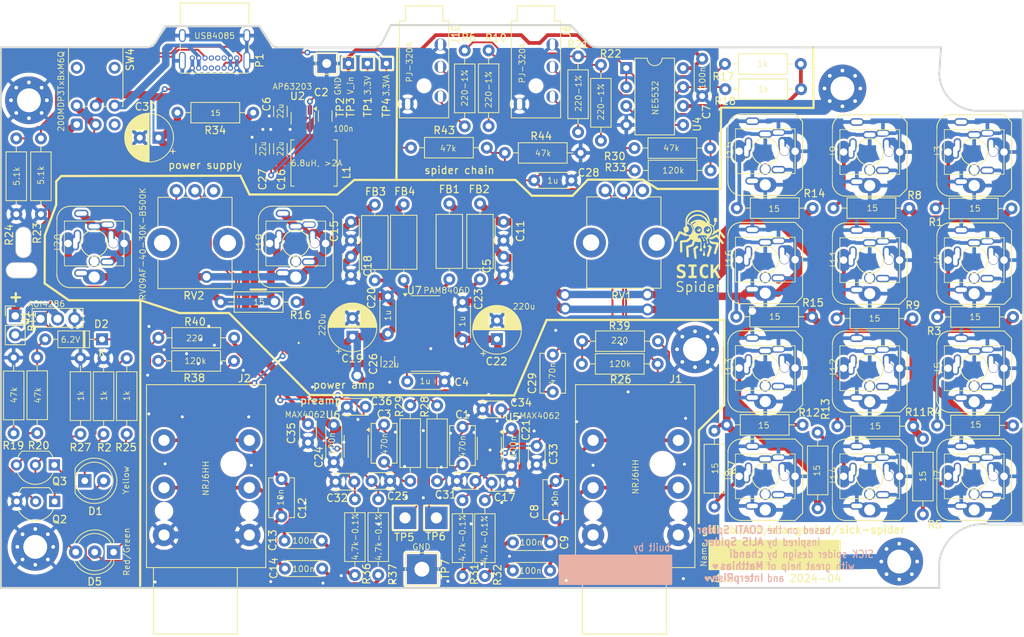
<source format=kicad_pcb>
(kicad_pcb (version 20240108) (generator "pcbnew") (generator_version "8.0")
  (layers (0 "F.Cu" signal) (31 "B.Cu" signal) (34 "B.Paste" user) (35 "F.Paste" user) (36 "B.SilkS" user "B.Silkscreen") (37 "F.SilkS" user "F.Silkscreen") (38 "B.Mask" user) (39 "F.Mask" user) (44 "Edge.Cuts" user))
  (net 0 "")
  (net 1 "Net-(C1-Pad2)")
  (net 2 "Net-(C5-Pad2)")
  (net 3 "/Preamp Interpreter/IN-")
  (net 4 "GND")
  (net 5 "/Preamp Interpreter/IN+")
  (net 6 "/Preamp Floor/IN-")
  (net 7 "/Preamp Floor/IN+")
  (net 8 "Net-(R26-Pad1)")
  (net 9 "Net-(J3-PadS)")
  (net 10 "Net-(J4-PadS)")
  (net 11 "Net-(J5-PadS)")
  (net 12 "Net-(R38-Pad1)")
  (net 13 "Net-(J7-PadS)")
  (net 14 "Net-(J8-PadS)")
  (net 15 "Net-(J9-PadS)")
  (net 16 "Net-(C11-Pad1)")
  (net 17 "Net-(J11-PadS)")
  (net 18 "Net-(J12-PadS)")
  (net 19 "Net-(J13-PadS)")
  (net 20 "Net-(J14-PadS)")
  (net 21 "Net-(J15-PadS)")
  (net 22 "Net-(J16-PadS)")
  (net 25 "Net-(Q2-C)")
  (net 26 "Net-(Q2-B)")
  (net 29 "Net-(D1-K)")
  (net 30 "Net-(U4B--)")
  (net 31 "Net-(J6-PadR1)")
  (net 32 "Net-(D2-A)")
  (net 33 "Net-(J6-PadT)")
  (net 34 "Net-(J10-PadR1)")
  (net 35 "Net-(J10-PadT)")
  (net 36 "Net-(R10-Pad1)")
  (net 37 "Net-(U7-VREF)")
  (net 38 "Net-(U4B-+)")
  (net 39 "Net-(C9-Pad2)")
  (net 40 "Net-(U5-IN+)")
  (net 41 "Net-(C10-Pad2)")
  (net 42 "Net-(U5-IN-)")
  (net 45 "Net-(C13-Pad2)")
  (net 46 "Net-(U6-IN+)")
  (net 47 "Net-(C14-Pad2)")
  (net 48 "Net-(U6-IN-)")
  (net 49 "Net-(C15-Pad2)")
  (net 50 "Net-(U5-G2)")
  (net 51 "Net-(C18-Pad1)")
  (net 52 "Net-(U6-G2)")
  (net 53 "Net-(U7-+OUT_L)")
  (net 54 "INT_OUT")
  (net 55 "Net-(U7--OUT_L)")
  (net 56 "Net-(U7--OUT_R)")
  (net 57 "Net-(U7-+OUT_R)")
  (net 58 "/Preamp Floor/OUT")
  (net 59 "Net-(J19-PadS)")
  (net 60 "Net-(U5-G1)")
  (net 61 "Net-(U6-G1)")
  (net 62 "Net-(Q3-E)")
  (net 65 "Net-(U7-INL)")
  (net 66 "Net-(BT1--)")
  (net 67 "Net-(P1-CC)")
  (net 68 "Net-(P1-VCONN)")
  (net 69 "Net-(BT1-+)")
  (net 70 "+3.3V")
  (net 71 "+3.3VA")
  (net 72 "VCC")
  (net 73 "Net-(U2-SW)")
  (net 74 "Net-(U2-BST)")
  (net 75 "+BATT")
  (net 76 "Net-(SW4B-C)")
  (net 78 "Net-(D5-K1)")
  (net 79 "Net-(D5-K2)")
  (net 80 "Net-(C3-Pad2)")
  (net 81 "Net-(U7-INR)")
  (net 82 "Net-(U4A-+)")
  (net 83 "Net-(C29-Pad1)")
  (net 84 "Net-(U4A--)")
  (footprint "Button_Switch_THT:SW_Push_2P2T_Vertical_E-Switch_800UDP8P1A1M6" (layer "F.Cu") (at 147.7994 40.9434 90)
    (property "Reference" "SW4")
    (property "Value" "200MDP3TxBxM6Q")
  )
  (footprint "Resistor_THT:R_Axial_DIN0207_L6.3mm_D2.5mm_P10.16mm_Horizontal" (layer "F.Cu") (at 262.92 52.2)
    (property "Reference" "R1")
    (property "Value" "15")
  )
  (footprint "Capacitor_THT:C_Disc_D4.3mm_W1.9mm_P5.00mm" (layer "F.Cu") (at 231.625 32.125 -90)
    (property "Reference" "C7")
    (property "Value" "100n")
  )
  (footprint "Resistor_THT:R_Axial_DIN0207_L6.3mm_D2.5mm_P10.16mm_Horizontal" (layer "F.Cu") (at 244.875 36.2 180)
    (property "Reference" "R18")
    (property "Value" "1k")
  )
  (footprint "Connector_USB:USB_C_Receptacle_GCT_USB4085" (layer "F.Cu") (at 169.25 33.375 180)
    (property "Reference" "P1")
    (property "Value" "USB4085")
  )
  (footprint "Inductor_THT:L_Axial_L7.0mm_D3.3mm_P10.16mm_Horizontal_Fastron_MICC" (layer "F.Cu") (at 187.75 61.85 90)
    (property "Reference" "FB3")
    (property "Value" "3A, >100 Ohm@100MHz" (hide yes))
  )
  (footprint "Package_TO_SOT_THT:TO-251-3_Vertical" (layer "F.Cu") (at 142.95 67)
    (property "Reference" "Q1")
    (property "Value" "AOI4286")
  )
  (footprint "Resistor_THT:R_Axial_DIN0207_L6.3mm_D2.5mm_P10.16mm_Horizontal" (layer "F.Cu") (at 263.12 81.3)
    (property "Reference" "R4")
    (property "Value" "15")
  )
  (footprint "Capacitor_THT:C_Disc_D4.3mm_W1.9mm_P5.00mm" (layer "F.Cu") (at 182.25 81.23 -90)
    (property "Reference" "C24")
    (property "Value" "100n")
  )
  (footprint "Capacitor_THT:C_Disc_D3.0mm_W2.0mm_P2.50mm" (layer "F.Cu") (at 205 54 -90)
    (property "Reference" "C11")
    (property "Value" "220p")
  )
  (footprint "Capacitor_THT:C_Disc_D5.1mm_W3.2mm_P5.00mm" (layer "F.Cu") (at 199.5 81.5 -90)
    (property "Reference" "C1")
    (property "Value" "470n")
  )
  (footprint "Capacitor_THT:C_Disc_D3.0mm_W2.0mm_P2.50mm" (layer "F.Cu") (at 205.01 61.17 90)
    (property "Reference" "C5")
    (property "Value" "220p")
  )
  (footprint "Diode_THT:D_DO-35_SOD27_P7.62mm_Horizontal" (layer "F.Cu") (at 151.2 69.75 180)
    (property "Reference" "D2")
    (property "Value" "6.2V")
  )
  (footprint "Resistor_THT:R_Axial_DIN0207_L6.3mm_D2.5mm_P10.16mm_Horizontal" (layer "F.Cu") (at 139.7 52.959 90)
    (property "Reference" "R24")
    (property "Value" "5.1k")
  )
  (footprint "Resistor_THT:R_Axial_DIN0207_L6.3mm_D2.5mm_P10.16mm_Horizontal" (layer "F.Cu") (at 203 30.995 -90)
    (property "Reference" "R10")
    (property "Value" "220-1%")
  )
  (footprint "Resistor_THT:R_Axial_DIN0207_L6.3mm_D2.5mm_P10.16mm_Horizontal" (layer "F.Cu") (at 215.495 73.05)
    (property "Reference" "R26")
    (property "Value" "120k")
  )
  (footprint "Capacitor_THT:C_Disc_D4.3mm_W1.9mm_P5.00mm" (layer "F.Cu") (at 206.05 81.7 -90)
    (property "Reference" "C21")
    (property "Value" "100n")
  )
  (footprint "TestPoint:TestPoint_THTPad_2.5x2.5mm_Drill1.2mm" (layer "F.Cu") (at 181.3 32.75)
    (property "Reference" "TP2")
    (property "Value" "GND")
  )
  (footprint "custom:Jack_3.5mm_Hybrid_PJ358_PJ359_20-1655" (layer "F.Cu") (at 240.099112 88.1)
    (property "Reference" "J8")
    (property "Value" "PJ359")
  )
  (footprint "MountingHole:MountingHole_3.2mm_M3_Pad_Via" (layer "F.Cu") (at 250.419532 36.102461)
    (property "Reference" "H3" (hide yes))
    (property "Value" "~")
  )
  (footprint "Capacitor_THT:C_Disc_D5.1mm_W3.2mm_P5.00mm" (layer "F.Cu") (at 188.99 81.19 -90)
    (property "Reference" "C3")
    (property "Value" "470n")
  )
  (footprint "Capacitor_THT:C_Disc_D4.3mm_W1.9mm_P5.00mm" (layer "F.Cu") (at 199.5 69.75 90)
    (property "Reference" "C23")
    (property "Value" "1u")
  )
  (footprint "Resistor_THT:R_Axial_DIN0207_L6.3mm_D2.5mm_P10.16mm_Horizontal" (layer "F.Cu") (at 218.05 32.945 -90)
    (property "Reference" "R22")
    (property "Value" "220-1%")
  )
  (footprint "Capacitor_THT:C_Disc_D3.0mm_W2.0mm_P2.50mm" (layer "F.Cu") (at 204.7 79.15 180)
    (property "Reference" "C34")
    (property "Value" "220p")
  )
  (footprint "custom:Jack_3.5mm_PJ320A" (layer "F.Cu") (at 196.55 25.05 -90)
    (property "Reference" "J10")
    (property "Value" "PJ-320A")
  )
  (footprint "Resistor_THT:R_Axial_DIN0207_L6.3mm_D2.5mm_P10.16mm_Horizontal" (layer "F.Cu") (at 188.21 101.36 90)
    (property "Reference" "R37")
    (property "Value" "4.7k-0.1%")
  )
  (footprint "Capacitor_THT:C_Disc_D4.3mm_W1.9mm_P5.00mm" (layer "F.Cu") (at 211.25 100.75 180)
    (property "Reference" "C10")
    (property "Value" "100n")
  )
  (footprint "Capacitor_THT:CP_Radial_D6.3mm_P2.50mm" (layer "F.Cu") (at 204.125 69.725 90)
    (property "Reference" "C22")
    (property "Value" "220u")
  )
  (footprint "Capacitor_THT:C_Disc_D3.0mm_W2.0mm_P2.50mm" (layer "F.Cu") (at 186.5 78.8 180)
    (property "Reference" "C36")
    (property "Value" "220p")
  )
  (footprint "Capacitor_THT:C_Disc_D5.1mm_W3.2mm_P5.00mm" (layer "F.Cu") (at 175.25 88.5 -90)
    (property "Reference" "C12")
    (property "Value" "10n")
  )
  (footprint "Capacitor_THT:C_Disc_D4.3mm_W1.9mm_P5.00mm" (layer "F.Cu") (at 209.1 48.43)
    (property "Reference" "C28")
    (property "Value" "1u")
  )
  (footprint "Inductor_THT:L_Axial_L7.0mm_D3.3mm_P10.16mm_Horizontal_Fastron_MICC" (layer "F.Cu") (at 191.62 61.81 90)
    (property "Reference" "FB4")
    (property "Value" "3A, >100 Ohm@100MHz" (hide yes))
  )
  (footprint "Resistor_THT:R_Axial_DIN0207_L6.3mm_D2.5mm_P10.16mm_Horizontal" (layer "F.Cu") (at 261.2 93.23 90)
    (property "Reference" "R5")
    (property "Value" "15")
  )
  (footprint "Resistor_THT:R_Axial_DIN0207_L6.3mm_D2.5mm_P10.16mm_Horizontal" (layer "F.Cu") (at 249.645 66.95)
    (property "Reference" "R9")
    (property "Value" "15")
  )
  (footprint "Connector_Audio:Jack_6.35mm_Neutrik_NRJ6HH_Horizontal" (layer "F.Cu") (at 228.43 83.3 -90)
    (property "Reference" "J1")
    (property "Value" "NRJ6HH")
  )
  (footprint "Resistor_THT:R_Axial_DIN0207_L6.3mm_D2.5mm_P10.16mm_Horizontal" (layer "F.Cu") (at 177.25 64.75 180)
    (property "Reference" "R16")
    (property "Value" "15")
  )
  (footprint "Connector_Audio:Jack_6.35mm_Neutrik_NRJ6HH_Horizontal" (layer "F.Cu") (at 170.93 83.3 -90)
    (property "Reference" "J2")
    (property "Value" "NRJ6HH")
  )
  (footprint "Resistor_THT:R_Axial_DIN0207_L6.3mm_D2.5mm_P10.16mm_Horizontal" (layer "F.Cu") (at 148.3 82.45 90)
    (property "Reference" "R27")
    (property "Value" "1k")
  )
  (footprint "Resistor_THT:R_Axial_DIN0207_L6.3mm_D2.5mm_P10.16mm_Horizontal" (layer "F.Cu") (at 249.745 81.4)
    (property "Reference" "R11")
    (property "Value" "15")
  )
  (footprint "Resistor_THT:R_Axial_DIN0207_L6.3mm_D2.5mm_P10.16mm_Horizontal" (layer "F.Cu") (at 199.5 101.5 90)
    (property "Reference" "R31")
    (property "Value" "4.7k-0.1%")
  )
  (footprint "Capacitor_SMD:C_1206_3216Metric_Pad1.33x1.80mm_HandSolder" (layer "F.Cu") (at 175.1 39.172636 -90)
    (property "Reference" "C6")
    (property "Value" "22u")
  )
  (footprint "TestPoint:TestPoint_THTPad_3.0x3.0mm_Drill1.5mm" (layer "F.Cu") (at 191.8 93.7)
    (property "Reference" "TP5")
    (property "Value" "Floor")
  )
  (footprint "Resistor_THT:R_Axial_DIN0207_L6.3mm_D2.5mm_P10.16mm_Horizontal" (layer "F.Cu") (at 249.22 52.15)
    (property "Reference" "R8")
    (property "Value" "15")
  )
  (footprint "Inductor_THT:L_Axial_L7.0mm_D3.3mm_P10.16mm_Horizontal_Fastron_MICC" (layer "F.Cu") (at 201.85 61.7 90)
    (property "Reference" "FB2")
    (property "Value" "3A, >100 Ohm@100MHz" (hide yes))
  )
  (footprint "Capacitor_THT:C_Disc_D3.0mm_W2.0mm_P2.50mm" (layer "F.Cu") (at 187.3 88.75)
    (property "Reference" "C25")
    (property "Value" "220p")
  )
  (footprint "Resistor_THT:R_Axial_DIN0207_L6.3mm_D2.5mm_P10.16mm_Horizontal" (layer "F.Cu") (at 234.675 32.825)
    (property "Reference" "R17")
    (property "Value" "1k")
  )
  (footprint "Resistor_THT:R_Axial_DIN0207_L6.3mm_D2.5mm_P10.16mm_Horizontal" (layer "F.Cu") (at 236.195 66.725)
    (property "Reference" "R15")
    (property "Value" "15")
  )
  (footprint "Capacitor_THT:CP_Radial_D6.3mm_P2.50mm" (layer "F.Cu") (at 158.75 42.7 180)
    (property "Reference" "C30")
    (property "Value" "220u" (hide yes))
  )
  (footprint "Package_SO:MSOP-10_3x3mm_P0.5mm" (layer "F.Cu") (at 203.1 84.38689 -90)
    (property "Reference" "U5")
    (property "Value" "MAX4062")
  )
  (footprint "Capacitor_THT:C_Disc_D4.3mm_W1.9mm_P5.00mm" (layer "F.Cu") (at 197.1 75.4 180)
    (property "Reference" "C4")
    (property "Value" "1u")
  )
  (footprint "Resistor_THT:R_Axial_DIN0207_L6.3mm_D2.5mm_P10.16mm_Horizontal" (layer "F.Cu") (at 142.5 72.17 -90)
    (property "Reference" "R20")
    (property "Value" "47k")
  )
  (footprint "Resistor_THT:R_Axial_DIN0207_L6.3mm_D2.5mm_P10.16mm_Horizontal" (layer "F.Cu") (at 247.1 82.25 -90)
    (property "Reference" "R13")
    (property "Value" "15")
  )
  (footprint "custom:Jack_3.5mm_Hybrid_PJ358_PJ359_20-1655" (layer "F.Cu") (at 240.1 59.033333)
    (property "Reference" "J16")
    (property "Value" "PJ359")
  )
  (footprint "Package_TO_SOT_THT:TO-92_Inline_Wide" (layer "F.Cu") (at 144.8 86.6 180)
    (property "Reference" "Q3")
    (property "Value" "BC547")
  )
  (footprint "Capacitor_THT:C_Disc_D4.3mm_W1.9mm_P5.00mm" (layer "F.Cu") (at 175.641 96.75)
    (property "Reference" "C13")
    (property "Value" "100n")
  )
  (footprint "Resistor_THT:R_Axial_DIN0207_L6.3mm_D2.5mm_P10.16mm_Horizontal" (layer "F.Cu") (at 222.545 44.1)
    (property "Reference" "R30")
    (property "Value" "47k")
  )
  (footprint "custom:Jack_3.5mm_Hybrid_PJ358_PJ359_20-1655" (layer "F.Cu") (at 240.1 73.566666)
    (property "Reference" "J13")
    (property "Value" "PJ359")
  )
  (footprint "Resistor_THT:R_Axial_DIN0207_L6.3mm_D2.5mm_P10.16mm_Horizontal" (layer "F.Cu") (at 168.88 72.65 180)
    (property "Reference" "R38")
    (property "Value" "120k")
  )
  (footprint "custom:Jack_3.5mm_Hybrid_PJ358_PJ359_20-1655" (layer "F.Cu") (at 177.174065 56.868249)
    (property "Reference" "J19")
    (property "Value" "PJ359")
  )
  (footprint "MountingHole:MountingHole_3.2mm_M3_Pad_Via" (layer "F.Cu") (at 230.660142 71.088261)
    (property "Reference" "H5" (hide yes))
    (property "Value" "~")
  )
  (footprint "Resistor_THT:R_Axial_DIN0207_L6.3mm_D2.5mm_P10.16mm_Horizontal" (layer "F.Cu") (at 143.002 52.959 90)
    (property "Reference" "R23")
    (property "Value" "5.1k")
  )
  (footprint "custom:Jack_3.5mm_Hybrid_PJ358_PJ359_20-1655" (layer "F.Cu") (at 268.1 44.6)
    (property "Reference" "J3")
    (property "Value" "PJ359")
  )
  (footprint "Capacitor_THT:C_Disc_D3.0mm_W2.0mm_P2.50mm" (layer "F.Cu") (at 184.55 56.5 90)
    (property "Reference" "C15")
    (property "Value" "220p")
  )
  (footprint "TestPoint:TestPoint_THTPad_1.5x1.5mm_Drill0.7mm" (layer "F.Cu") (at 184.221 32.75)
    (property "Reference" "TP3")
    (property "Value" "V_in")
  )
  (footprint "Potentiometer_THT:Potentiometer_Bourns_PTV09A-1_Single_Vertical" (layer "F.Cu") (at 161.15 49.829 -90)
    (property "Reference" "RV2")
    (property "Value" "RV09AF-40-30K-B500K")
  )
  (footprint "Capacitor_THT:C_Disc_D4.3mm_W1.9mm_P5.00mm" (layer "F.Cu") (at 189.5 69 90)
    (property "Reference" "C20")
    (property "Value" "1u")
  )
  (footprint "TestPoint:TestPoint_THTPad_1.5x1.5mm_Drill0.7mm" (layer "F.Cu") (at 186.761 32.75)
    (property "Reference" "TP1")
    (property "Value" "3.3V")
  )
  (footprint "Capacitor_THT:C_Disc_D3.0mm_W2.0mm_P2.50mm" (layer "F.Cu") (at 203.393829 89)
    (property "Reference" "C17")
    (property "Value" "220p")
  )
  (footprint "TestPoint:TestPoint_THTPad_1.5x1.5mm_Drill0.7mm" (layer "F.Cu") (at 189.301 32.75)
    (property "Reference" "TP4")
    (property "Value" "3.3VA")
  )
  (footprint "Resistor_THT:R_Axial_DIN0207_L6.3mm_D2.5mm_P10.16mm_Horizontal" (layer "F.Cu") (at 171.45 39.35 180)
    (property "Reference" "R34")
    (property "Value" "15")
  )
  (footprint "Package_TO_SOT_THT:TO-92_Inline_Wide" (layer "F.Cu") (at 144.84 91.5 180)
    (property "Reference" "Q2")
    (property "Value" "BC547")
  )
  (footprint "Resistor_THT:R_Axial_DIN0207_L6.3mm_D2.5mm_P10.16mm_Horizontal" (layer "F.Cu") (at 151.4 72.3 -90)
    (property "Reference" "R2")
    (property "Value" "1k")
  )
  (footprint "Resistor_THT:R_Axial_DIN0207_L6.3mm_D2.5mm_P10.16mm_Horizontal" (layer "F.Cu") (at 185.08 101.36 90)
    (property "Reference" "R36")
    (property "Value" "4.7k-0.1%")
  )
  (footprint "custom:Jack_3.5mm_Hybrid_PJ358_PJ359_20-1655" (layer "F.Cu") (at 268.1 73.6)
    (property "Reference" "J5")
    (property "Value" "PJ359")
  )
  (footprint "Connector_PinHeader_2.54mm:PinHeader_1x02_P2.54mm_Vertical" (layer "F.Cu") (at 139.56 66.61)
    (property "Reference" "BT1")
    (property "Value" "9V Block" (hide yes))
  )
  (footprint "MountingHole:MountingHole_3.2mm_M3_Pad_Via" (layer "F.Cu") (at 258.03 99.56)
    (property "Reference" "H4" (hide yes))
    (property "Value" "~")
  )
  (footprint "Resistor_THT:R_Axial_DIN0207_L6.3mm_D2.5mm_P10.16mm_Horizontal" (layer "F.Cu") (at 236.27 52.15)
    (property "Reference" "R14")
    (property "Value" "15")
  )
  (footprint "Resistor_THT:R_Axial_DIN0207_L6.3mm_D2.5mm_P10.16mm_Horizontal" (layer "F.Cu") (at 214.99 31.8 -90)
    (property "Reference" "R21")
    (property "Value" "220-1%")
  )
  (footprint "custom:Jack_3.5mm_PJ320A" (layer "F.Cu") (at 211.55 25.05 -90)
    (property "Reference" "J6")
    (property "Value" "PJ-320A")
  )
  (footprint "Capacitor_THT:C_Disc_D3.0mm_W2.0mm_P2.50mm" (layer "F.Cu") (at 178.8 83.6 90)
    (property "Reference" "C35")
    (property "Value" "220p")
  )
  (footprint "custom:Jack_3.5mm_Hybrid_PJ358_PJ359_20-1655" (layer "F.Cu") (at 268.1 59.1)
    (property "Reference" "J4")
    (property "Value" "PJ359")
  )
  (footprint "custom:Jack_3.5mm_Hybrid_PJ358_PJ359_20-1655" (layer "F.Cu") (at 240.1 44.5)
    (property "Reference" "J15")
    (property "Value" "PJ359")
  )
  (footprint "Package_DIP:DIP-8_W7.62mm" (layer "F.Cu") (at 221.45 33.375)
    (property "Reference" "U4")
    (property "Value" "NE5532")
  )
  (footprint "Resistor_THT:R_Axial_DIN0207_L6.3mm_D2.5mm_P10.16mm_Horizontal" (layer "F.Cu") (at 263.12 66.75)
    (property "Reference" "R3")
    (property "Value" "15")
  )
  (footprint "Resistor_THT:R_Axial_DIN0207_L6.3mm_D2.5mm_P10.16mm_Horizontal" (layer "F.Cu") (at 233.26 92.18 90)
    (property "Reference" "R7")
    (property "Value" "15")
  )
  (footprint "Resistor_THT:R_Axial_DIN0207_L6.3mm_D2.5mm_P10.16mm_Horizontal" (layer "F.Cu") (at 192.6 44.05)
    (property "Reference" "R43")
    (property "Value" "47k")
  )
  (footprint "custom:Jack_3.5mm_Hybrid_PJ358_PJ359_20-1655" (layer "F.Cu") (at 254.1 59.1)
    (property "Reference" "J11")
    (property "Value" "PJ359")
  )
  (footprint "Capacitor_THT:C_Disc_D3.0mm_W2.0mm_P2.50mm" (layer "F.Cu") (at 209.45 86.55 90)
    (property "Reference" "C33")
    (property "Value" "220p")
  )
  (footprint "custom:Jack_3.5mm_Hybrid_PJ358_PJ359_20-1655" (layer "F.Cu") (at 254.1 73.6)
    (property "Reference" "J12")
    (property "Value" "PJ359")
  )
  (footprint "custom:Jack_3.5mm_Hybrid_PJ358_PJ359_20-1655" (layer "F.Cu") (at 254.1 44.6)
    (property "Reference" "J9")
    (property "Value" "PJ359")
  )
  (footprint "Resistor_THT:R_Axial_DIN0207_L6.3mm_D2.5mm_P10.16mm_Horizontal" (layer "F.Cu") (at 202.5 101.5 90)
    (property "Reference" "R32")
    (property "Value" "4.7k-0.1%")
  )
  (footprint "Capacitor_SMD:C_1206_3216Metric_Pad1.33x1.80mm_HandSolder" (layer "F.Cu") (at 172.722096 44.198131 -90)
    (property "Reference" "C27")
    (property "Value" "22u")
  )
  (footprint "Capacitor_THT:C_Disc_D3.0mm_W2.0mm_P2.50mm" (layer "F.Cu") (at 184.55 58.65 -90)
    (property "Reference" "C18")
    (property "Value" "220p")
  )
  (footprint "Capacitor_THT:C_Disc_D5.1mm_W3.2mm_P5.00mm" (layer "F.Cu") (at 211.6 71.8 -90)
    (property "Reference" "C29")
    (property "Value" "470n")
  )
  (footprint "custom:Jack_3.5mm_Hybrid_PJ358_PJ359_20-1655" (layer "F.Cu") (at 150.165198 56.869712)
    (property "Reference" "J20")
    (property "Value" "PJ359")
  )
  (footprint "TestPoint:TestPoint_THTPad_4.0x4.0mm_Drill2.0mm" (layer "F.Cu") (at 194.056 100.584)
    (property "Reference" "TP7")
    (property "Value" "GND")
  )
  (footprint "custom:Jack_3.5mm_Hybrid_PJ358_PJ359_20-1655" (layer "F.Cu") (at 254.099112 88.1)
    (property "Reference" "J14")
    (property "Value" "PJ359")
  )
  (footprint "custom:Jack_3.5mm_Hybrid_PJ358_PJ359_20-1655" (layer "F.Cu") (at 268.1 88.1)
    (property "Reference" "J7")
    (property "Value" "PJ359")
  )
  (footprint "Capacitor_THT:C_Disc_D4.3mm_W1.9mm_P5.00mm" (layer "F.Cu") (at 175.7 100.5)
    (property "Reference" "C14")
    (property "Value" "100n")
  )
  (footprint "Capacitor_SMD:C_1206_3216Metric_Pad1.33x1.80mm_HandSolder" (layer "F.Cu") (at 181.1 39.8 90)
    (property "Reference" "C2")
    (property "Value" "100n")
  )
  (footprint "Resistor_THT:R_Axial_DIN0207_L6.3mm_D2.5mm_P10.16mm_Horizontal" (layer "F.Cu") (at 154.5 82.45 90)
    (property "Reference" "R25")
    (property "Value" "1k")
  )
  (footprint "Resistor_THT:R_Axial_DIN0207_L6.3mm_D2.5mm_P10.16mm_Horizontal" (layer "F.Cu") (at 192.5 88.75 90)
    (property "Reference" "R29")
    (property "Value" "270k")
  )
  (footprint "Resistor_THT:R_Axial_DIN0207_L6.3mm_D2.5mm_P10.16mm_Horizontal" (layer "F.Cu") (at 196.1 88.78 90)
    (property "Reference" "R28")
    (property "Value" "270k")
  )
  (footprint "Capacitor_SMD:C_1206_3216Metric_Pad1.33x1.80mm_HandSolder" (layer "F.Cu") (at 175.099222 44.2 -90)
    (property "Reference" "C16")
    (property "Value" "22u")
  )
  (footprint "Capacitor_THT:C_Disc_D3.0mm_W2.0mm_P2.50mm" (layer "F.Cu") (at 182.5 88.85)
    (property "Reference" "C32")
    (property "Value" "220p")
  )
  (footprint "TestPoint:TestPoint_THTPad_3.0x3.0mm_Drill1.5mm" (layer "F.Cu") (at 196 93.7)
    (property "Reference" "TP6")
    (property "Value" "Int.")
  )
  (footprint "LED_THT:LED_D5.0mm_FlatTop" (layer "F.Cu") (at 148.875 88.725)
    (property "Reference" "D1")
    (property "Value" "Yellow")
  )
  (footprint "Resistor_THT:R_Axial_DIN0207_L6.3mm_D2.5mm_P10.16mm_Horizontal" (layer "F.Cu") (at 199.8 31.015 -90)
    (property "Reference" "R6")
    (property "Value" "220-1%")
  )
  (footprint "Resistor_THT:R_Axial_DIN0207_L6.3mm_D2.5mm_P10.16mm_Horizontal" (layer "F.Cu") (at 225.7 70 180)
    (property "Reference" "R39")
    (property "Value" "220")
  )
  (footprint "Package_SO:SOP-16_3.9x9.9mm_P1.27mm" (layer "F.Cu") (at 194.55 68.965)
    (property "Reference" "U7")
    (property "Value" "PAM8406D")
  )
  (footprint "Resistor_THT:R_Axial_DIN0207_L6.3mm_D2.5mm_P10.16mm_Horizontal" (layer "F.Cu") (at 232.75 47.1 180)
    (property "Reference" "R33")
    (property "Value" "120k")
  )
  (footprint "Capacitor_THT:C_Disc_D3.0mm_W2.0mm_P2.50mm" (layer "F.Cu") (at 198.75 88.75)
    (property "Reference" "C31")
    (property "Value" "220p")
  )
  (footprint "Capacitor_THT:C_Disc_D4.3mm_W1.9mm_P5.00mm" (layer "F.Cu") (at 211.25 97 180)
    (property "Reference" "C9")
    (property "Value" "100n")
  )
  (footprint "Potentiometer_THT:Potentiometer_Bourns_PTV09A-1_Single_Vertical" (layer "F.Cu") (at 218.625 49.779 -90)
    (property "Reference" "RV1")
    (property "Value" "RV09AF-40-30K-B500K" (hide yes))
  )
  (footprint "Inductor_THT:L_Axial_L7.0mm_D3.3mm_P10.16mm_Horizontal_Fastron_MICC" (layer "F.Cu") (at 197.7352 61.7 90)
    (property "Reference" "FB1")
    (property "Value" "3A, >100 Ohm@100MHz" (hide yes))
  )
  (footprint "Package_TO_SOT_SMD:TSOT-23-6" (layer "F.Cu") (at 178.1 40.1201 -90)
    (property "Reference" "U2")
    (property "Value" "AP63203")
  )
  (footprint "Resistor_THT:R_Axial_DIN0207_L6.3mm_D2.5mm_P10.16mm_Horizontal" (layer "F.Cu") (at 245.08 81.225 180)
    (property "Reference" "R12")
    (property "Value" "15")
  )
  (footprint "Inductor_SMD:L_Bourns_SRN6045TA" (layer "F.Cu") (at 179.6 46.1 -90)
    (property "Reference" "L1")
    (property "Value" "6.8uH, >2A")
  )
  (footprint "Resistor_THT:R_Axial_DIN0207_L6.3mm_D2.5mm_P10.16mm_Horizontal" (layer "F.Cu") (at 168.9 69.55 180)
    (property "Reference" "R40")
    (property "Value" "220")
  )
  (footprint "LED_THT:LED_D5.0mm-3" (layer "F.Cu") (at 152.742934 98.294059 180)
    (property "Reference" "D5")
    (property "Value" "Red/Green")
  )
  (footprint "MountingHole:MountingHole_3.2mm_M3_Pad_Via" (layer "F.Cu") (at 142.24 97.59)
    (property "Reference" "H2" (hide yes))
    (property "Value" "~")
  )
  (footprint "Resistor_THT:R_Axial_DIN0207_L6.3mm_D2.5mm_P10.16mm_Horizontal" (layer "F.Cu") (at 205.175 44.75)
    (property "Reference" "R44")
    (property "Value" "47k")
  )
  (footprint "Resistor_THT:R_Axial_DIN0207_L6.3mm_D2.5mm_P10.16mm_Horizontal" (layer "F.Cu") (at 139.35 82.36 90)
    (property "Reference" "R19")
    (property "Value" "47k")
  )
  (footprint "Capacitor_THT:C_Disc_D5.1mm_W3.2mm_P5.00mm" (layer "F.Cu") (at 212 88.75 -90)
    (property "Reference" "C8")
    (property "Value" "10n")
  )
  (footprint "Capacitor_THT:CP_Radial_D6.3mm_P2.50mm" (layer "F.Cu") (at 184.75 69.4 90)
    (property "Reference" "C19")
    (property "Value" "220u")
  )
  (footprint "MountingHole:MountingHole_3.2mm_M3_Pad_Via" (layer "F.Cu") (at 141.3946 37.6916)
    (property "Reference" "H1" (hide yes))
    (property "Value" "~")
  )
  (footprint "Package_SO:MSOP-10_3x3mm_P0.5mm" (layer "F.Cu") (at 185.25 84.1 -90)
    (property "Reference" "U6")
    (property "Value" "MAX4062")
  )
  (footprint "Capacitor_SMD:C_1206_3216Metric_Pad1.33x1.80mm_HandSolder" (layer "F.Cu") (at 189.5 72.75 -90)
    (property "Reference" "C26")
    (property "Value" "22u")
  )
  (gr_poly (pts (xy 232.526086 101.515632) (xy 232.539084 101.516989) (xy 232.551746 101.51925) (xy 232.564074 101.522415) (xy 232.576067 101.526484) (xy 232.587724 101.531458) (xy 232.599046 101.537336) (xy 232.610034 101.544119) (xy 232.620686 101.551806) (xy 232.631003 101.560397) (xy 232.640985 101.569892) (xy 232.650632 101.580292) (xy 232.659944 101.591596) (xy 232.668921 101.603805) (xy 232.677562 101.616918) (xy 232.685869 101.630935) (xy 232.689745 101.641577) (xy 232.693104 101.652058) (xy 232.694589 101.657238) (xy 232.695946 101.662377) (xy 232.697173 101.667476) (xy 232.698271 101.672535) (xy 232.69924 101.677553) (xy 232.70008 101.682531) (xy 232.700791 101.687468) (xy 232.701372 101.692365) (xy 232.701824 101.697222) (xy 232.702147 101.702039) (xy 232.702341 101.706815) (xy 232.702405 101.71155) (xy 232.701986 101.727653) (xy 232.700726 101.743662) (xy 232.698627 101.759579) (xy 232.695688 101.775403) (xy 232.691909 101.791134) (xy 232.68729 101.806772) (xy 232.681832 101.822317) (xy 232.675534 101.83777) (xy 232.668396 101.853129) (xy 232.660418 101.868396) (xy 232.651601 101.88357) (xy 232.641944 101.898651) (xy 232.631447 101.913639) (xy 232.620111 101.928535) (xy 232.607934 101.943337) (xy 232.594918 101.958047) (xy 232.32155 102.286192) (xy 232.318449 102.286192) (xy 232.028028 101.930142) (xy 232.017515 101.916873) (xy 232.00768 101.903553) (xy 231.998524 101.890179) (xy 231.990046 101.876754) (xy 231.982246 101.863275) (xy 231.975124 101.849745) (xy 231.968681 101.836161) (xy 231.962916 101.822526) (xy 231.957829 101.808837) (xy 231.95342 101.795097) (xy 231.94969 101.781304) (xy 231.946638 101.767458) (xy 231.944264 101.75356) (xy 231.942568 101.739609) (xy 231.941551 101.725606) (xy 231.941212 101.71155) (xy 231.941613 101.698096) (xy 231.942818 101.684994) (xy 231.944827 101.672242) (xy 231.947639 101.659842) (xy 231.951254 101.647793) (xy 231.955673 101.636095) (xy 231.960895 101.624748) (xy 231.966921 101.613753) (xy 231.97375 101.603109) (xy 231.981382 101.592816) (xy 231.989818 101.582874) (xy 231.999057 101.573284) (xy 232.0091 101.564044) (xy 232.019946 101.555156) (xy 232.031595 101.54662) (xy 232.044048 101.538434) (xy 232.04948 101.535618) (xy 232.054924 101.532984) (xy 232.06038 101.530532) (xy 232.065849 101.528261) (xy 232.071329 101.526171) (xy 232.076822 101.524264) (xy 232.082327 101.522538) (xy 232.087844 101.520994) (xy 232.093373 101.519631) (xy 232.098914 101.51845) (xy 232.104467 101.517451) (xy 232.110032 101.516633) (xy 232.11561 101.515998) (xy 232.121199 101.515543) (xy 232.126801 101.515271) (xy 232.132415 101.51518) (xy 232.145352 101.515654) (xy 232.157938 101.517078) (xy 232.170173 101.519449) (xy 232.176158 101.520991) (xy 232.182056 101.52277) (xy 232.187866 101.524786) (xy 232.193588 101.527039) (xy 232.199223 101.52953) (xy 232.204769 101.532257) (xy 232.215599 101.538424) (xy 232.226078 101.54554) (xy 232.236205 101.553604) (xy 232.245981 101.562617) (xy 232.255406 101.572579) (xy 232.26448 101.58349) (xy 232.273202 101.595349) (xy 232.281573 101.608157) (xy 232.289593 101.621914) (xy 232.297262 101.636619) (xy 232.302365 101.648279) (xy 232.306822 101.659228) (xy 232.310633 101.669466) (xy 232.313799 101.678994) (xy 232.316318 101.687812) (xy 232.317335 101.691954) (xy 232.318191 101.695918) (xy 232.318885 101.699705) (xy 232.319418 101.703314) (xy 232.31979 101.706746) (xy 232.32 101.71) (xy 232.32155 101.71) (xy 232.323926 101.699647) (xy 232.326532 101.689515) (xy 232.329368 101.679606) (xy 232.332434 101.669919) (xy 232.335731 101.660453) (xy 232.339257 101.65121) (xy 232.343014 101.642189) (xy 232.347001 101.63339) (xy 232.351218 101.624813) (xy 232.355665 101.616458) (xy 232.360342 101.608325) (xy 232.365249 101.600414) (xy 232.370386 101.592725) (xy 232.375754 101.585258) (xy 232.381351 101.578013) (xy 232.387179 101.570991) (xy 232.39421 101.564232) (xy 232.40135 101.55791) (xy 232.408599 101.552024) (xy 232.415956 101.546573) (xy 232.423423 101.541559) (xy 232.430999 101.536981) (xy 232.438684 101.532839) (xy 232.446478 101.529133) (xy 232.454381 101.525862) (xy 232.462393 101.523028) (xy 232.470513 101.52063) (xy 232.478743 101.518668) (xy 232.487082 101.517142) (xy 232.49553 101.516052) (xy 232.504087 101.515398) (xy 232.512753 101.51518)) (stroke (width -0.000001)) (fill solid) (layer "B.SilkS"))
  (gr_rect (start 212.468475 98.7) (end 227.531525 102.6297) (stroke (width 0.15)) (fill solid) (layer "B.SilkS"))
  (gr_poly (pts (xy 233.598058 99.87549) (xy 233.611056 99.876847) (xy 233.623718 99.879108) (xy 233.636046 99.882273) (xy 233.648039 99.886342) (xy 233.659696 99.891316) (xy 233.671018 99.897194) (xy 233.682006 99.903977) (xy 233.692658 99.911664) (xy 233.702975 99.920255) (xy 233.712957 99.92975) (xy 233.722604 99.94015) (xy 233.731916 99.951454) (xy 233.740893 99.963663) (xy 233.749534 99.976776) (xy 233.757841 99.990793) (xy 233.761717 100.001435) (xy 233.765076 100.011916) (xy 233.766561 100.017096) (xy 233.767918 100.022235) (xy 233.769145 100.027334) (xy 233.770243 100.032393) (xy 233.771212 100.037411) (xy 233.772052 100.042389) (xy 233.772763 100.047326) (xy 233.773344 100.052223) (xy 233.773796 100.05708) (xy 233.774119 100.061897) (xy 233.774313 100.066673) (xy 233.774377 100.071408) (xy 233.773958 100.087511) (xy 233.772698 100.10352) (xy 233.770599 100.119437) (xy 233.76766 100.135261) (xy 233.763881 100.150992) (xy 233.759262 100.16663) (xy 233.753804 100.182175) (xy 233.747506 100.197628) (xy 233.740368 100.212987) (xy 233.73239 100.228254) (xy 233.723573 100.243428) (xy 233.713916 100.258509) (xy 233.703419 100.273497) (xy 233.692083 100.288393) (xy 233.679906 100.303195) (xy 233.66689 100.317905) (xy 233.393522 100.64605) (xy 233.390421 100.64605) (xy 233.1 100.29) (xy 233.089487 100.276731) (xy 233.079652 100.263411) (xy 233.070496 100.250037) (xy 233.062018 100.236612) (xy 233.054218 100.223133) (xy 233.047096 100.209603) (xy 233.040653 100.196019) (xy 233.034888 100.182384) (xy 233.029801 100.168695) (xy 233.025392 100.154955) (xy 233.021662 100.141162) (xy 233.01861 100.127316) (xy 233.016236 100.113418) (xy 233.01454 100.099467) (xy 233.013523 100.085464) (xy 233.013184 100.071408) (xy 233.013585 100.057954) (xy 233.01479 100.044852) (xy 233.016799 100.0321) (xy 233.019611 100.0197) (xy 233.023226 100.007651) (xy 233.027645 99.995953) (xy 233.032867 99.984606) (xy 233.038893 99.973611) (xy 233.045722 99.962967) (xy 233.053354 99.952674) (xy 233.06179 99.942732) (xy 233.071029 99.933142) (xy 233.081072 99.923902) (xy 233.091918 99.915014) (xy 233.103567 99.906478) (xy 233.11602 99.898292) (xy 233.121452 99.895476) (xy 233.126896 99.892842) (xy 233.132352 99.89039) (xy 233.137821 99.888119) (xy 233.143301 99.886029) (xy 233.148794 99.884122) (xy 233.154299 99.882396) (xy 233.159816 99.880852) (xy 233.165345 99.879489) (xy 233.170886 99.878308) (xy 233.176439 99.877309) (xy 233.182004 99.876491) (xy 233.187582 99.875856) (xy 233.193171 99.875401) (xy 233.198773 99.875129) (xy 233.204387 99.875038) (xy 233.217324 99.875512) (xy 233.22991 99.876936) (xy 233.242145 99.879307) (xy 233.24813 99.880849) (xy 233.254028 99.882628) (xy 233.259838 99.884644) (xy 233.26556 99.886897) (xy 233.271195 99.889388) (xy 233.276741 99.892115) (xy 233.287571 99.898282) (xy 233.29805 99.905398) (xy 233.308177 99.913462) (xy 233.317953 99.922475) (xy 233.327378 99.932437) (xy 233.336452 99.943348) (xy 233.345174 99.955207) (xy 233.353545 99.968015) (xy 233.361565 99.981772) (xy 233.369234 99.996477) (xy 233.374337 100.008137) (xy 233.378794 100.019086) (xy 233.382605 100.029324) (xy 233.385771 100.038852) (xy 233.38829 100.04767) (xy 233.389307 100.051812) (xy 233.390163 100.055776) (xy 233.390857 100.059563) (xy 233.39139 100.063172) (xy 233.391762 100.066604) (xy 233.391972 100.069858) (xy 233.393522 100.069858) (xy 233.395898 100.059505) (xy 233.398504 100.049373) (xy 233.40134 100.039464) (xy 233.404406 100.029777) (xy 233.407703 100.020311) (xy 233.411229 100.011068) (xy 233.414986 100.002047) (xy 233.418973 99.993248) (xy 233.42319 99.984671) (xy 233.427637 99.976316) (xy 233.432314 99.968183) (xy 233.437221 99.960272) (xy 233.442358 99.952583) (xy 233.447726 99.945116) (xy 233.453323 99.937871) (xy 233.459151 99.930849) (xy 233.466182 99.92409) (xy 233.473322 99.917768) (xy 233.480571 99.911882) (xy 233.487928 99.906431) (xy 233.495395 99.901417) (xy 233.502971 99.896839) (xy 233.510656 99.892697) (xy 233.51845 99.888991) (xy 233.526353 99.88572) (xy 233.534365 99.882886) (xy 233.542485 99.880488) (xy 233.550715 99.878526) (xy 233.559054 99.877) (xy 233.567502 99.87591) (xy 233.576059 99.875256) (xy 233.584725 99.875038)) (stroke (width -0.000001)) (fill solid) (layer "B.SilkS"))
  (gr_line (start 225.64 49.58) (end 223.69 48.34) (stroke (width 0.3)) (layer "F.SilkS"))
  (gr_line (start 206.4375 77.275) (end 210.775 67.15) (stroke (width 0.3)) (layer "F.SilkS"))
  (gr_line (start 223.69 48.34) (end 216.3 48.34) (stroke (width 0.3)) (layer "F.SilkS"))
  (gr_poly (pts (xy 230.889414 57.186922) (xy 230.895453 57.188664) (xy 230.903103 57.191416) (xy 230.912118 57.195057) (xy 230.933264 57.204509) (xy 230.956931 57.216036) (xy 230.981162 57.228655) (xy 231.003994 57.241381) (xy 231.014274 57.247477) (xy 231.02347 57.253231) (xy 231.031337 57.25852) (xy 231.037629 57.26322) (xy 231.045052 57.269529) (xy 231.052459 57.276484) (xy 231.059785 57.283987) (xy 231.066965 57.291939) (xy 231.073935 57.300242) (xy 231.080628 57.308799) (xy 231.086981 57.317511) (xy 231.092927 57.326279) (xy 231.098402 57.335006) (xy 231.103341 57.343594) (xy 231.107678 57.351944) (xy 231.111349 57.359958) (xy 231.114288 57.367538) (xy 231.11643 57.374586) (xy 231.117182 57.37788) (xy 231.11771 57.381003) (xy 231.118006 57.383945) (xy 231.118063 57.386692) (xy 231.118156 57.394495) (xy 231.117747 57.397944) (xy 231.116563 57.401487) (xy 231.114256 57.405418) (xy 231.110473 57.410033) (xy 231.104862 57.415629) (xy 231.097072 57.422499) (xy 231.073552 57.441249) (xy 231.0371 57.468647) (xy 230.914157 57.558848) (xy 230.869663 57.59191) (xy 230.829138 57.622259) (xy 230.797079 57.646656) (xy 230.78563 57.65561) (xy 230.777985 57.661859) (xy 230.751174 57.683731) (xy 230.773046 57.856592) (xy 230.792978 58.017988) (xy 230.811852 58.163509) (xy 230.842951 58.408943) (xy 230.866444 58.609861) (xy 230.874863 58.68972) (xy 230.880809 58.753761) (xy 230.884093 58.800423) (xy 230.884677 58.816748) (xy 230.884524 58.828142) (xy 230.884115 58.835967) (xy 230.883667 58.843082) (xy 230.883157 58.849553) (xy 230.882562 58.85545) (xy 230.881859 58.860837) (xy 230.881026 58.865784) (xy 230.880041 58.870356) (xy 230.878879 58.874621) (xy 230.87752 58.878646) (xy 230.875939 58.882499) (xy 230.874114 58.886247) (xy 230.872022 58.889956) (xy 230.869641 58.893694) (xy 230.866948 58.897528) (xy 230.86392 58.901525) (xy 230.860535 58.905753) (xy 230.855358 58.911723) (xy 230.849417 58.917689) (xy 230.842806 58.923599) (xy 230.83562 58.9294) (xy 230.827955 58.935041) (xy 230.819905 58.940467) (xy 230.811566 58.945627) (xy 230.803032 58.950468) (xy 230.794399 58.954936) (xy 230.785763 58.95898) (xy 230.777217 58.962546) (xy 230.768857 58.965582) (xy 230.760778 58.968035) (xy 230.753076 58.969853) (xy 230.745844 58.970982) (xy 230.739179 58.97137) (xy 230.73336 58.971255) (xy 230.727548 58.970913) (xy 230.72175 58.970349) (xy 230.715975 58.969567) (xy 230.710229 58.968573) (xy 230.70452 58.96737) (xy 230.698855 58.965964) (xy 230.693241 58.964359) (xy 230.687687 58.962559) (xy 230.682198 58.96057) (xy 230.676784 58.958395) (xy 230.67145 58.956041) (xy 230.666205 58.95351) (xy 230.661055 58.950809) (xy 230.656009 58.947941) (xy 230.651073 58.944912) (xy 230.646255 58.941725) (xy 230.641562 58.938386) (xy 230.637002 58.934899) (xy 230.632581 58.931269) (xy 230.628308 58.927501) (xy 230.624189 58.923598) (xy 230.620233 58.919567) (xy 230.616446 58.915411) (xy 230.612835 58.911135) (xy 230.609409 58.906743) (xy 230.606174 58.902242) (xy 230.603138 58.897634) (xy 230.600308 58.892925) (xy 230.597692 58.888119) (xy 230.595296 58.883221) (xy 230.593129 58.878236) (xy 230.589906 58.866205) (xy 230.5856 58.844293) (xy 230.574168 58.773373) (xy 230.559693 58.670572) (xy 230.543035 58.540981) (xy 230.490824 58.121176) (xy 230.473185 57.988531) (xy 230.451313 57.82837) (xy 230.445829 57.788389) (xy 230.441049 57.751277) (xy 230.437013 57.717456) (xy 230.433762 57.687347) (xy 230.431338 57.661373) (xy 230.429782 57.639954) (xy 230.429136 57.623512) (xy 230.429167 57.61729) (xy 230.429441 57.61247) (xy 230.431341 57.597423) (xy 230.434126 57.583242) (xy 230.438184 57.569536) (xy 230.443904 57.555915) (xy 230.451675 57.541989) (xy 230.461885 57.527365) (xy 230.474923 57.511654) (xy 230.491177 57.494466) (xy 230.511036 57.475409) (xy 230.534888 57.454092) (xy 230.563123 57.430126) (xy 230.596128 57.403118) (xy 230.678006 57.338419) (xy 230.783629 57.25687) (xy 230.802349 57.242697) (xy 230.820142 57.229475) (xy 230.836612 57.217492) (xy 230.851363 57.20704) (xy 230.863997 57.198407) (xy 230.869396 57.194863) (xy 230.874117 57.191882) (xy 230.87811 57.1895) (xy 230.881327 57.187754) (xy 230.883716 57.18668) (xy 230.884585 57.186407) (xy 230.885229 57.186314)) (stroke (width -0.000001)) (fill solid) (layer "F.SilkS"))
  (gr_poly (pts (xy 232.421224 54.859392) (xy 232.434569 54.860201) (xy 232.447748 54.861429) (xy 232.460564 54.863066) (xy 232.472817 54.865103) (xy 232.48431 54.867528) (xy 232.494844 54.870331) (xy 232.50422 54.873502) (xy 232.51224 54.877031) (xy 232.521479 54.882134) (xy 232.530406 54.887642) (xy 232.539013 54.893537) (xy 232.547296 54.899803) (xy 232.555248 54.906424) (xy 232.562862 54.913381) (xy 232.570132 54.920658) (xy 232.577052 54.928239) (xy 232.589816 54.944242) (xy 232.601103 54.961255) (xy 232.610863 54.979143) (xy 232.619044 54.997769) (xy 232.625596 55.016999) (xy 232.630469 55.036697) (xy 232.633612 55.056728) (xy 232.634974 55.076957) (xy 232.634971 55.087103) (xy 232.634505 55.097247) (xy 232.633567 55.107373) (xy 232.632153 55.117464) (xy 232.630256 55.127503) (xy 232.627869 55.137472) (xy 232.624986 55.147356) (xy 232.621602 55.157136) (xy 232.61741 55.167306) (xy 232.612774 55.177177) (xy 232.607695 55.186749) (xy 232.602177 55.196019) (xy 232.59622 55.204988) (xy 232.589827 55.213654) (xy 232.583 55.222016) (xy 232.575741 55.230073) (xy 232.568051 55.237825) (xy 232.559934 55.245269) (xy 232.551392 55.252405) (xy 232.542425 55.259233) (xy 232.533037 55.26575) (xy 232.523229 55.271956) (xy 232.513004 55.27785) (xy 232.502363 55.283431) (xy 232.488242 55.290072) (xy 232.481953 55.292846) (xy 232.476048 55.295282) (xy 232.470428 55.2974) (xy 232.464995 55.299219) (xy 232.45965 55.300759) (xy 232.454297 55.30204) (xy 232.448836 55.303081) (xy 232.443169 55.303902) (xy 232.437199 55.304522) (xy 232.430826 55.304961) (xy 232.423953 55.30524) (xy 232.416482 55.305376) (xy 232.399352 55.305303) (xy 232.386834 55.304986) (xy 232.374916 55.304287) (xy 232.363552 55.30319) (xy 232.352697 55.301676) (xy 232.342304 55.299728) (xy 232.332329 55.297329) (xy 232.322726 55.29446) (xy 232.31345 55.291104) (xy 232.304455 55.287244) (xy 232.295696 55.282862) (xy 232.287126 55.27794) (xy 232.278702 55.272462) (xy 232.270376 55.266409) (xy 232.262105 55.259763) (xy 232.253841 55.252508) (xy 232.245541 55.244625) (xy 232.237262 55.23593) (xy 232.229613 55.22728) (xy 232.222581 55.218641) (xy 232.21615 55.209976) (xy 232.210306 55.201249) (xy 232.205034 55.192424) (xy 232.200321 55.183465) (xy 232.196152 55.174335) (xy 232.192511 55.164998) (xy 232.189386 55.155418) (xy 232.18676 55.14556) (xy 232.18462 55.135386) (xy 232.182952 55.12486) (xy 232.18174 55.113948) (xy 232.180971 55.102611) (xy 232.180629 55.090814) (xy 232.18068 55.083608) (xy 232.180833 55.076783) (xy 232.181094 55.07031) (xy 232.181467 55.064158) (xy 232.181956 55.058294) (xy 232.182564 55.05269) (xy 232.183297 55.047312) (xy 232.184157 55.042131) (xy 232.18515 55.037115) (xy 232.186279 55.032234) (xy 232.187549 55.027456) (xy 232.188964 55.02275) (xy 232.190527 55.018086) (xy 232.192244 55.013432) (xy 232.194117 55.008758) (xy 232.196152 55.004031) (xy 232.199274 54.997385) (xy 232.202277 54.991476) (xy 232.205142 54.986313) (xy 232.206516 54.984014) (xy 232.207849 54.981905) (xy 232.209136 54.979988) (xy 232.210377 54.978263) (xy 232.211569 54.976731) (xy 232.212709 54.975394) (xy 232.213794 54.974253) (xy 232.214823 54.973309) (xy 232.215793 54.972563) (xy 232.216701 54.972016) (xy 232.217545 54.97167) (xy 232.218322 54.971526) (xy 232.219031 54.971584) (xy 232.219668 54.971847) (xy 232.220231 54.972315) (xy 232.220718 54.972988) (xy 232.221126 54.97387) (xy 232.221452 54.97496) (xy 232.221695 54.97626) (xy 232.221852 54.977771) (xy 232.22192 54.979494) (xy 232.221897 54.98143) (xy 232.221781 54.98358) (xy 232.221569 54.985947) (xy 232.221258 54.98853) (xy 232.220846 54.991331) (xy 232.220466 54.995258) (xy 232.220379 54.999229) (xy 232.220574 55.003231) (xy 232.221042 55.007254) (xy 232.221773 55.011287) (xy 232.222759 55.015319) (xy 232.223989 55.019338) (xy 232.225454 55.023335) (xy 232.227145 55.027297) (xy 232.229051 55.031214) (xy 232.231163 55.035075) (xy 232.233472 55.038869) (xy 232.235968 55.042585) (xy 232.238641 55.046212) (xy 232.241483 55.049739) (xy 232.244482 55.053155) (xy 232.247631 55.056449) (xy 232.250919 55.059611) (xy 232.254336 55.062628) (xy 232.257874 55.06549) (xy 232.261522 55.068187) (xy 232.265272 55.070706) (xy 232.269113 55.073038) (xy 232.273035 55.075171) (xy 232.27703 55.077094) (xy 232.281088 55.078796) (xy 232.285199 55.080267) (xy 232.289354 55.081495) (xy 232.293543 55.082469) (xy 232.297756 55.083178) (xy 232.301985 55.083612) (xy 232.306218 55.083759) (xy 232.31182 55.083562) (xy 232.317497 55.08298) (xy 232.323226 55.082024) (xy 232.328983 55.080705) (xy 232.334744 55.079035) (xy 232.340486 55.077024) (xy 232.346184 55.074685) (xy 232.351815 55.072029) (xy 232.357355 55.069067) (xy 232.36278 55.06581) (xy 232.368066 55.06227) (xy 232.373191 55.058458) (xy 232.378129 55.054386) (xy 232.382858 55.050064) (xy 232.387353 55.045505) (xy 232.391591 55.04072) (xy 232.394719 55.036914) (xy 232.397498 55.033393) (xy 232.399945 55.030093) (xy 232.402075 55.026951) (xy 232.403903 55.023904) (xy 232.405444 55.020889) (xy 232.406715 55.017843) (xy 232.40773 55.014703) (xy 232.408506 55.011405) (xy 232.409057 55.007888) (xy 232.4094 55.004088) (xy 232.409549 54.999941) (xy 232.409521 54.995385) (xy 232.40933 54.990357) (xy 232.408992 54.984793) (xy 232.408524 54.978631) (xy 232.407982 54.972578) (xy 232.407396 54.96708) (xy 232.406741 54.962083) (xy 232.405988 54.95753) (xy 232.405111 54.953366) (xy 232.404618 54.951413) (xy 232.404084 54.949535) (xy 232.403505 54.947727) (xy 232.402878 54.945981) (xy 232.402201 54.94429) (xy 232.401468 54.942648) (xy 232.400678 54.941047) (xy 232.399827 54.93948) (xy 232.398911 54.937941) (xy 232.397927 54.936422) (xy 232.396872 54.934916) (xy 232.395742 54.933417) (xy 232.394534 54.931918) (xy 232.393244 54.930411) (xy 232.390408 54.927346) (xy 232.387206 54.924168) (xy 232.383611 54.920821) (xy 232.379596 54.917248) (xy 232.376739 54.914985) (xy 232.373742 54.912706) (xy 232.367425 54.908164) (xy 232.360844 54.903754) (xy 232.354196 54.899609) (xy 232.350909 54.897677) (xy 232.347681 54.895861) (xy 232.344535 54.894177) (xy 232.341496 54.892642) (xy 232.33859 54.891272) (xy 232.33584 54.890084) (xy 232.333273 54.889094) (xy 232.330913 54.88832) (xy 232.307629 54.881264) (xy 232.332324 54.86927) (xy 232.339848 54.86635) (xy 232.348794 54.863931) (xy 232.358964 54.862005) (xy 232.370159 54.860561) (xy 232.382181 54.859588) (xy 232.394832 54.859075) (xy 232.407912 54.859014)) (stroke (width -0.000001)) (fill solid) (layer "F.SilkS"))
  (gr_line (start 179.0625 77.225) (end 206.4375 77.275) (stroke (width 0.3)) (layer "F.SilkS"))
  (gr_poly (pts (xy 231.01771 52.419052) (xy 231.044938 52.42011) (xy 231.074796 52.421698) (xy 231.108185 52.423814) (xy 231.177055 52.429809) (xy 231.24256 52.437903) (xy 231.274384 52.442816) (xy 231.305767 52.448346) (xy 231.336841 52.454526) (xy 231.367741 52.461385) (xy 231.3986 52.468956) (xy 231.42955 52.477268) (xy 231.460726 52.486354) (xy 231.492261 52.496244) (xy 231.556939 52.51856) (xy 231.624652 52.544464) (xy 231.680012 52.567536) (xy 231.733927 52.592052) (xy 231.786425 52.618034) (xy 231.837531 52.645502) (xy 231.887273 52.67448) (xy 231.935678 52.704988) (xy 231.982772 52.737049) (xy 232.028582 52.770683) (xy 232.073136 52.805914) (xy 232.11646 52.842761) (xy 232.158581 52.881249) (xy 232.199525 52.921397) (xy 232.23932 52.963227) (xy 232.277993 53.006762) (xy 232.315571 53.052023) (xy 232.352079 53.099031) (xy 232.372198 53.126387) (xy 232.391785 53.154428) (xy 232.410803 53.183082) (xy 232.429216 53.212273) (xy 232.446989 53.241927) (xy 232.464085 53.271969) (xy 232.480468 53.302326) (xy 232.496101 53.332923) (xy 232.510949 53.363685) (xy 232.524975 53.394537) (xy 232.538143 53.425407) (xy 232.550418 53.456218) (xy 232.561762 53.486898) (xy 232.57214 53.51737) (xy 232.581515 53.547562) (xy 232.589852 53.577398) (xy 232.602526 53.62633) (xy 232.612264 53.668028) (xy 232.619506 53.706766) (xy 232.624689 53.746819) (xy 232.628251 53.792461) (xy 232.630631 53.847967) (xy 232.632266 53.917612) (xy 232.633596 54.00567) (xy 232.63479 54.088436) (xy 232.635329 54.12199) (xy 232.635867 54.150805) (xy 232.636144 54.163548) (xy 232.63643 54.175242) (xy 232.636729 54.185931) (xy 232.637044 54.195662) (xy 232.637379 54.204478) (xy 232.637737 54.212425) (xy 232.638121 54.219548) (xy 232.638535 54.225892) (xy 232.638982 54.231502) (xy 232.639465 54.236423) (xy 232.639989 54.240701) (xy 232.640266 54.242613) (xy 232.640555 54.244381) (xy 232.640856 54.24601) (xy 232.641168 54.247507) (xy 232.641493 54.248876) (xy 232.641831 54.250124) (xy 232.642182 54.251256) (xy 232.642547 54.252278) (xy 232.642926 54.253196) (xy 232.643319 54.254015) (xy 232.643728 54.25474) (xy 232.644152 54.255378) (xy 232.644592 54.255933) (xy 232.645048 54.256413) (xy 232.64552 54.256821) (xy 232.64601 54.257165) (xy 232.646518 54.257449) (xy 232.647043 54.257679) (xy 232.647586 54.257861) (xy 232.648149 54.258) (xy 232.64873 54.258103) (xy 232.649331 54.258174) (xy 232.650594 54.258245) (xy 232.65194 54.258259) (xy 232.657816 54.258526) (xy 232.664778 54.259303) (xy 232.672708 54.260556) (xy 232.681486 54.26225) (xy 232.701103 54.266817) (xy 232.722672 54.272723) (xy 232.745234 54.279687) (xy 232.767828 54.287429) (xy 232.789496 54.295667) (xy 232.80928 54.30412) (xy 232.826457 54.312306) (xy 232.844038 54.321456) (xy 232.861898 54.331473) (xy 232.879912 54.342264) (xy 232.897955 54.353733) (xy 232.915903 54.365784) (xy 232.933628 54.378324) (xy 232.951008 54.391256) (xy 232.967916 54.404486) (xy 232.984228 54.417918) (xy 232.999819 54.431458) (xy 233.014563 54.44501) (xy 233.028336 54.45848) (xy 233.041012 54.471772) (xy 233.052466 54.484791) (xy 233.062574 54.497442) (xy 233.065489 54.501102) (xy 233.068403 54.50466) (xy 233.071296 54.508099) (xy 233.074149 54.511399) (xy 233.076945 54.514542) (xy 233.079664 54.517509) (xy 233.082288 54.520282) (xy 233.084799 54.522842) (xy 233.087177 54.525171) (xy 233.089404 54.527249) (xy 233.091462 54.529059) (xy 233.093332 54.530581) (xy 233.094995 54.531798) (xy 233.096433 54.53269) (xy 233.097061 54.533008) (xy 233.097626 54.533238) (xy 233.098126 54.533378) (xy 233.098557 54.533426) (xy 233.099072 54.533364) (xy 233.099686 54.533182) (xy 233.101203 54.532466) (xy 233.103084 54.531305) (xy 233.105304 54.529721) (xy 233.107838 54.527741) (xy 233.110662 54.525389) (xy 233.117078 54.519667) (xy 233.124354 54.512755) (xy 233.132292 54.50485) (xy 233.140692 54.496152) (xy 233.149357 54.486859) (xy 233.161611 54.472852) (xy 233.173503 54.457818) (xy 233.185036 54.441755) (xy 233.196211 54.42466) (xy 233.20703 54.406531) (xy 233.217496 54.387367) (xy 233.22761 54.367166) (xy 233.237375 54.345924) (xy 233.246793 54.323641) (xy 233.255866 54.300314) (xy 233.264595 54.275941) (xy 233.272984 54.25052) (xy 233.281033 54.224049) (xy 233.288746 54.196526) (xy 233.296124 54.167948) (xy 233.303169 54.138314) (xy 233.307258 54.120029) (xy 233.31078 54.103949) (xy 233.313712 54.089899) (xy 233.316034 54.077703) (xy 233.316959 54.072245) (xy 233.317723 54.067185) (xy 233.318324 54.062501) (xy 233.318758 54.05817) (xy 233.319024 54.054172) (xy 233.319117 54.050483) (xy 233.319037 54.047082) (xy 233.318779 54.043946) (xy 233.318341 54.041055) (xy 233.317721 54.038386) (xy 233.316916 54.035916) (xy 233.315922 54.033625) (xy 233.314738 54.03149) (xy 233.313361 54.029488) (xy 233.311787 54.027599) (xy 233.310015 54.0258) (xy 233.308041 54.02407) (xy 233.305862 54.022385) (xy 233.303477 54.020725) (xy 233.300882 54.019067) (xy 233.295053 54.015671) (xy 233.288352 54.01202) (xy 233.281656 54.008188) (xy 233.274837 54.003619) (xy 233.267955 53.99839) (xy 233.261067 53.992573) (xy 233.254232 53.986244) (xy 233.247511 53.979476) (xy 233.240961 53.972345) (xy 233.234641 53.964924) (xy 233.228611 53.957288) (xy 233.222929 53.949512) (xy 233.217655 53.94167) (xy 233.212846 53.933836) (xy 233.208563 53.926084) (xy 233.204863 53.91849) (xy 233.201807 53.911127) (xy 233.199452 53.90407) (xy 233.198166 53.896542) (xy 233.196971 53.883929) (xy 233.195892 53.8669) (xy 233.194954 53.846126) (xy 233.193598 53.796021) (xy 233.193102 53.73897) (xy 233.192955 53.696366) (xy 233.193124 53.662329) (xy 233.193362 53.648078) (xy 233.193722 53.635435) (xy 233.194218 53.624223) (xy 233.194865 53.614263) (xy 233.195678 53.605378) (xy 233.196671 53.59739) (xy 233.197858 53.590122) (xy 233.199253 53.583395) (xy 233.200872 53.577032) (xy 233.202729 53.570855) (xy 233.204837 53.564686) (xy 233.207213 53.558348) (xy 233.212791 53.54469) (xy 233.219198 53.531771) (xy 233.226416 53.5196) (xy 233.234432 53.508187) (xy 233.243229 53.497544) (xy 233.252791 53.487679) (xy 233.263105 53.478605) (xy 233.274152 53.47033) (xy 233.28592 53.462865) (xy 233.298391 53.456221) (xy 233.31155 53.450408) (xy 233.325382 53.445437) (xy 233.339872 53.441317) (xy 233.355003 53.438059) (xy 233.370761 53.435673) (xy 233.387129 53.43417) (xy 233.395846 53.433765) (xy 233.404402 53.433608) (xy 233.412797 53.433701) (xy 233.421032 53.434043) (xy 233.429106 53.434635) (xy 233.437021 53.435478) (xy 233.444776 53.436572) (xy 233.452371 53.437918) (xy 233.459807 53.439516) (xy 233.467085 53.441367) (xy 233.474204 53.443471) (xy 233.481164 53.445828) (xy 233.487966 53.44844) (xy 233.49461 53.451306) (xy 233.501097 53.454428) (xy 233.507427 53.457806) (xy 233.513599 53.46144) (xy 233.519614 53.465331) (xy 233.525473 53.469479) (xy 233.531176 53.473885) (xy 233.536722 53.478549) (xy 233.542113 53.483473) (xy 233.547348 53.488655) (xy 233.552428 53.494098) (xy 233.557353 53.499801) (xy 233.562123 53.505765) (xy 233.566738 53.511991) (xy 233.571199 53.518478) (xy 233.575507 53.525228) (xy 233.57966 53.532242) (xy 233.58366 53.539518) (xy 233.587507 53.547059) (xy 233.60938 53.590098) (xy 233.60938 53.882198) (xy 233.587507 53.925237) (xy 233.583221 53.933732) (xy 233.578814 53.941772) (xy 233.574268 53.949379) (xy 233.56956 53.956579) (xy 233.56467 53.963394) (xy 233.559577 53.969848) (xy 233.554261 53.975965) (xy 233.548702 53.981769) (xy 233.542878 53.987284) (xy 233.536768 53.992533) (xy 233.530353 53.99754) (xy 233.523611 54.00233) (xy 233.516521 54.006924) (xy 233.509064 54.011349) (xy 233.501218 54.015626) (xy 233.492963 54.019781) (xy 233.464035 54.033892) (xy 233.451335 54.105153) (xy 233.442626 54.151255) (xy 233.43316 54.195393) (xy 233.422923 54.237604) (xy 233.411901 54.277926) (xy 233.400082 54.316396) (xy 233.387451 54.353051) (xy 233.373995 54.387929) (xy 233.359701 54.421066) (xy 233.344556 54.452499) (xy 233.328545 54.482267) (xy 233.311656 54.510406) (xy 233.293875 54.536953) (xy 233.275189 54.561946) (xy 233.255583 54.585421) (xy 233.235046 54.607417) (xy 233.213563 54.62797) (xy 233.176874 54.660426) (xy 233.207213 54.725337) (xy 233.215688 54.744323) (xy 233.223653 54.763457) (xy 233.231109 54.782755) (xy 233.238059 54.802231) (xy 233.244504 54.821902) (xy 233.250447 54.841782) (xy 233.25589 54.861888) (xy 233.260835 54.882234) (xy 233.265284 54.902837) (xy 233.269238 54.923712) (xy 233.272701 54.944874) (xy 233.275674 54.966339) (xy 233.278159 54.988122) (xy 233.280158 55.010239) (xy 233.281673 55.032706) (xy 233.282707 55.055537) (xy 233.283336 55.078332) (xy 233.283633 55.10045) (xy 233.2836 55.121542) (xy 233.283236 55.141262) (xy 233.282542 55.159262) (xy 233.281517 55.175194) (xy 233.280161 55.188713) (xy 233.279359 55.194458) (xy 233.278474 55.19947) (xy 233.27699 55.208008) (xy 233.275729 55.216051) (xy 233.274716 55.223431) (xy 233.27431 55.226822) (xy 233.273976 55.229985) (xy 233.273716 55.232901) (xy 233.273534 55.235547) (xy 233.273432 55.237904) (xy 233.273414 55.239951) (xy 233.273482 55.241668) (xy 233.273641 55.243032) (xy 233.273755 55.243577) (xy 233.273893 55.244025) (xy 233.274054 55.244376) (xy 233.27424 55.244625) (xy 233.274846 55.244678) (xy 233.27611 55.244318) (xy 233.280469 55.242432) (xy 233.287027 55.239106) (xy 233.295495 55.234483) (xy 233.305584 55.228702) (xy 233.317004 55.221904) (xy 233.329465 55.21423) (xy 233.342679 55.20582) (xy 233.407284 55.164475) (xy 233.473758 55.122576) (xy 233.600736 55.04416) (xy 233.655453 55.011165) (xy 233.700462 54.984662) (xy 233.732871 54.966409) (xy 233.743446 54.960928) (xy 233.749785 54.95817) (xy 233.755697 54.95631) (xy 233.762022 54.954696) (xy 233.768711 54.953328) (xy 233.775714 54.952206) (xy 233.782982 54.951327) (xy 233.790465 54.950691) (xy 233.798113 54.950297) (xy 233.805877 54.950144) (xy 233.813707 54.950231) (xy 233.821553 54.950556) (xy 233.829367 54.951119) (xy 233.837097 54.951919) (xy 233.844696 54.952955) (xy 233.852112 54.954225) (xy 233.859298 54.955728) (xy 233.866202 54.957464) (xy 233.884709 54.963963) (xy 233.89411 54.969054) (xy 233.904456 54.976382) (xy 233.916381 54.986703) (xy 233.93052 55.000773) (xy 233.967978 55.043189) (xy 234.021906 55.109683) (xy 234.097382 55.206305) (xy 234.33328 55.514148) (xy 234.488722 55.718031) (xy 234.548336 55.796847) (xy 234.596804 55.861457) (xy 234.634822 55.912773) (xy 234.663083 55.951702) (xy 234.682282 55.979156) (xy 234.693113 55.996042) (xy 234.699076 56.007701) (xy 234.703767 56.019495) (xy 234.707232 56.031377) (xy 234.709517 56.043302) (xy 234.71067 56.055222) (xy 234.710737 56.06709) (xy 234.709764 56.078861) (xy 234.707797 56.090487) (xy 234.704884 56.101922) (xy 234.701071 56.113119) (xy 234.696404 56.124032) (xy 234.69093 56.134613) (xy 234.684695 56.144817) (xy 234.677747 56.154597) (xy 234.67013 56.163905) (xy 234.661892 56.172696) (xy 234.65308 56.180922) (xy 234.643739 56.188537) (xy 234.633917 56.195495) (xy 234.62366 56.201749) (xy 234.613014 56.207251) (xy 234.602026 56.211957) (xy 234.590743 56.215818) (xy 234.57921 56.218788) (xy 234.567475 56.220821) (xy 234.555583 56.22187) (xy 234.543583 56.221888) (xy 234.531519 56.220829) (xy 234.519438 56.218646) (xy 234.507388 56.215292) (xy 234.495414 56.210721) (xy 234.483563 56.204887) (xy 234.468166 56.19233) (xy 234.442409 56.164361) (xy 234.402811 56.116483) (xy 234.345891 56.044196) (xy 234.166162 55.808408) (xy 233.875374 55.421014) (xy 233.85669 55.395795) (xy 233.839016 55.37232) (xy 233.822763 55.351078) (xy 233.808346 55.332555) (xy 233.796178 55.317241) (xy 233.786672 55.305623) (xy 233.780242 55.298189) (xy 233.77831 55.296193) (xy 233.777301 55.295426) (xy 233.774209 55.296897) (xy 233.76685 55.301114) (xy 233.741318 55.316592) (xy 233.704673 55.339479) (xy 233.660885 55.367392) (xy 233.555316 55.434861) (xy 233.457685 55.496509) (xy 233.256601 55.623509) (xy 233.21421 55.649816) (xy 233.17425 55.673758) (xy 233.136572 55.695418) (xy 233.101027 55.714878) (xy 233.067466 55.732222) (xy 233.035741 55.747532) (xy 233.005702 55.760891) (xy 232.977202 55.772381) (xy 232.956027 55.779984) (xy 232.932686 55.787694) (xy 232.908716 55.79509) (xy 232.885656 55.80175) (xy 232.865043 55.807252) (xy 232.848416 55.811176) (xy 232.842077 55.812413) (xy 232.837311 55.813098) (xy 232.834311 55.813177) (xy 232.833533 55.812973) (xy 232.833268 55.812598) (xy 232.83339 55.811998) (xy 232.833749 55.811007) (xy 232.835131 55.807945) (xy 232.837324 55.803594) (xy 232.840236 55.798134) (xy 232.843776 55.791748) (xy 232.847854 55.784618) (xy 232.852378 55.776926) (xy 232.857257 55.768853) (xy 232.867598 55.750983) (xy 232.8786 55.731723) (xy 232.888809 55.71339) (xy 232.893161 55.705294) (xy 232.896769 55.698298) (xy 232.898606 55.694758) (xy 232.90092 55.690782) (xy 232.903675 55.686413) (xy 232.906834 55.681695) (xy 232.914218 55.671385) (xy 232.922786 55.660198) (xy 232.932246 55.648482) (xy 232.94231 55.636584) (xy 232.952688 55.624851) (xy 232.963091 55.613631) (xy 232.977646 55.598051) (xy 232.991198 55.582982) (xy 233.003818 55.568308) (xy 233.015577 55.553912) (xy 233.026547 55.539678) (xy 233.036798 55.525487) (xy 233.046402 55.511225) (xy 233.05543 55.496773) (xy 233.063954 55.482016) (xy 233.072045 55.466835) (xy 233.079774 55.451116) (xy 233.087213 55.43474) (xy 233.094433 55.417591) (xy 233.101505 55.399552) (xy 233.1085 55.380506) (xy 233.11549 55.360337) (xy 233.126778 55.323457) (xy 233.136302 55.285927) (xy 233.144069 55.247874) (xy 233.150085 55.209425) (xy 233.154357 55.170707) (xy 233.15689 55.131848) (xy 233.157691 55.092975) (xy 233.156766 55.054214) (xy 233.154121 55.015692) (xy 233.149763 54.977538) (xy 233.143697 54.939878) (xy 233.13593 54.902839) (xy 233.126468 54.866548) (xy 233.115317 54.831133) (xy 233.102484 54.79672) (xy 233.087974 54.763437) (xy 233.073393 54.733873) (xy 233.057712 54.70526) (xy 233.040957 54.67762) (xy 233.023151 54.650978) (xy 233.00432 54.625356) (xy 232.984489 54.60078) (xy 232.963682 54.577272) (xy 232.941924 54.554857) (xy 232.91924 54.533558) (xy 232.895655 54.513398) (xy 232.871193 54.494403) (xy 232.84588 54.476595) (xy 232.81974 54.459999) (xy 232.792798 54.444637) (xy 232.765079 54.430534) (xy 232.736607 54.417714) (xy 232.727433 54.413995) (xy 232.71759 54.410317) (xy 232.707399 54.406788) (xy 232.697184 54.403515) (xy 232.687266 54.400606) (xy 232.677969 54.398168) (xy 232.669614 54.396309) (xy 232.665891 54.39563) (xy 232.662524 54.395136) (xy 232.632185 54.390198) (xy 232.649824 54.411365) (xy 232.674342 54.440998) (xy 232.691099 54.460974) (xy 232.708385 54.481214) (xy 232.769421 54.558982) (xy 232.821826 54.638782) (xy 232.844793 54.679423) (xy 232.865602 54.720545) (xy 232.884253 54.762142) (xy 232.900748 54.804204) (xy 232.915086 54.846723) (xy 232.927267 54.889691) (xy 232.937291 54.933098) (xy 232.945158 54.976936) (xy 232.950869 55.021197) (xy 232.954424 55.065872) (xy 232.955822 55.110953) (xy 232.955065 55.156431) (xy 232.952151 55.202298) (xy 232.947082 55.248544) (xy 232.930476 55.342144) (xy 232.905249 55.437161) (xy 232.871401 55.533528) (xy 232.828934 55.631177) (xy 232.777848 55.730039) (xy 232.718144 55.830047) (xy 232.649824 55.931131) (xy 232.615093 55.978844) (xy 232.581793 56.022589) (xy 232.549104 56.06329) (xy 232.532734 56.08279) (xy 232.516209 56.101876) (xy 232.499428 56.120664) (xy 232.482289 56.13927) (xy 232.446524 56.1764) (xy 232.408098 56.214191) (xy 232.36619 56.25357) (xy 232.271646 56.340353) (xy 232.291402 56.38057) (xy 232.304862 56.410393) (xy 232.318124 56.443872) (xy 232.33099 56.480359) (xy 232.34326 56.519212) (xy 232.354736 56.559784) (xy 232.36522 56.601431) (xy 232.374514 56.643508) (xy 232.382419 56.68537) (xy 232.383386 56.691301) (xy 232.384439 56.696933) (xy 232.385578 56.702282) (xy 232.386806 56.707363) (xy 232.388125 56.712193) (xy 232.389537 56.716785) (xy 232.391044 56.721156) (xy 232.392649 56.725322) (xy 232.394352 56.729297) (xy 232.396157 56.733098) (xy 232.398065 56.73674) (xy 232.400079 56.740238) (xy 232.4022 56.743608) (xy 232.404431 56.746865) (xy 232.406773 56.750025) (xy 232.409229 56.753103) (xy 232.414132 56.758965) (xy 232.418522 56.76491) (xy 232.422396 56.770938) (xy 232.425755 56.777048) (xy 232.428597 56.783241) (xy 232.430921 56.789517) (xy 232.432727 56.795875) (xy 232.434012 56.802316) (xy 232.434777 56.80884) (xy 232.435019 56.815446) (xy 232.434739 56.822135) (xy 232.433935 56.828907) (xy 232.432606 56.835761) (xy 232.43075 56.842698) (xy 232.428368 56.849718) (xy 232.425457 56.85682) (xy 232.422826 56.86234) (xy 232.419965 56.867654) (xy 232.416888 56.872756) (xy 232.413603 56.877644) (xy 232.410124 56.882311) (xy 232.40646 56.886755) (xy 232.402623 56.89097) (xy 232.398624 56.894953) (xy 232.394474 56.898699) (xy 232.390185 56.902205) (xy 232.385766 56.905465) (xy 232.38123 56.908476) (xy 232.376588 56.911233) (xy 232.37185 56.913732) (xy 232.367029 56.915969) (xy 232.362134 56.917939) (xy 232.357177 56.919638) (xy 232.352169 56.921063) (xy 232.347121 56.922208) (xy 232.342044 56.923069) (xy 232.336951 56.923643) (xy 232.33185 56.923924) (xy 232.326754 56.92391) (xy 232.321674 56.923594) (xy 232.316621 56.922974) (xy 232.311606 56.922044) (xy 232.30664 56.920802) (xy 232.301734 56.919241) (xy 232.2969 56.917358) (xy 232.292147 56.91515) (xy 232.287489 56.912611) (xy 232.282935 56.909737) (xy 232.280367 56.907872) (xy 232.277704 56.905733) (xy 232.274966 56.903345) (xy 232.272175 56.90073) (xy 232.269351 56.897912) (xy 232.266514 56.894916) (xy 232.263686 56.891765) (xy 232.260886 56.888482) (xy 232.258137 56.885092) (xy 232.255457 56.881618) (xy 232.252868 56.878084) (xy 232.250391 56.874514) (xy 232.248046 56.870932) (xy 232.245855 56.867361) (xy 232.243837 56.863825) (xy 232.242013 56.860348) (xy 232.238466 56.85288) (xy 232.2355 56.84555) (xy 232.233117 56.838349) (xy 232.231319 56.831266) (xy 232.23064 56.827765) (xy 232.230108 56.82429) (xy 232.229723 56.820839) (xy 232.229486 56.817411) (xy 232.229397 56.814005) (xy 232.229456 56.810619) (xy 232.229663 56.807252) (xy 232.230018 56.803903) (xy 232.230523 56.800571) (xy 232.231176 56.797254) (xy 232.231979 56.793951) (xy 232.232931 56.79066) (xy 232.234034 56.787381) (xy 232.235286 56.784112) (xy 232.236689 56.780852) (xy 232.238242 56.777599) (xy 232.241802 56.771111) (xy 232.245968 56.764638) (xy 232.250741 56.758168) (xy 232.256124 56.751692) (xy 232.277291 56.727703) (xy 232.261768 56.655737) (xy 232.25083 56.608491) (xy 232.238161 56.562066) (xy 232.223816 56.516554) (xy 232.207848 56.47205) (xy 232.190314 56.428645) (xy 232.171268 56.386432) (xy 232.150765 56.345505) (xy 232.128859 56.305957) (xy 232.105606 56.267881) (xy 232.081059 56.23137) (xy 232.055275 56.196516) (xy 232.028307 56.163413) (xy 232.00021 56.132154) (xy 231.97104 56.102832) (xy 231.94085 56.07554) (xy 231.909696 56.05037) (xy 231.90239 56.044783) (xy 231.895795 56.039637) (xy 231.889877 56.034893) (xy 231.884605 56.030515) (xy 231.879944 56.026464) (xy 231.875863 56.0227) (xy 231.872326 56.019187) (xy 231.870753 56.017512) (xy 231.869303 56.015886) (xy 231.867973 56.014303) (xy 231.866759 56.012758) (xy 231.865657 56.011248) (xy 231.864662 56.009766) (xy 231.86377 56.008309) (xy 231.862978 56.006871) (xy 231.86228 56.005448) (xy 231.861674 56.004035) (xy 231.861155 56.002627) (xy 231.860718 56.001219) (xy 231.860359 55.999807) (xy 231.860076 55.998386) (xy 231.859862 55.996951) (xy 231.859714 55.995497) (xy 231.859629 55.99402) (xy 231.859601 55.992514) (xy 231.859668 55.990042) (xy 231.859869 55.987649) (xy 231.86002 55.986481) (xy 231.860206 55.985332) (xy 231.860427 55.984201) (xy 231.860682 55.983089) (xy 231.860972 55.981994) (xy 231.861298 55.980916) (xy 231.86166 55.979855) (xy 231.862057 55.97881) (xy 231.862491 55.977781) (xy 231.862961 55.976768) (xy 231.863468 55.97577) (xy 231.864011 55.974787) (xy 231.864592 55.973819) (xy 231.865211 55.972865) (xy 231.865867 55.971924) (xy 231.866561 55.970996) (xy 231.867293 55.970082) (xy 231.868064 55.96918) (xy 231.869722 55.967412) (xy 231.871537 55.96569) (xy 231.873512 55.96401) (xy 231.875647 55.962369) (xy 231.877946 55.960764) (xy 231.880881 55.959019) (xy 231.883629 55.957487) (xy 231.886237 55.956166) (xy 231.88875 55.955054) (xy 231.891213 55.954148) (xy 231.893672 55.953447) (xy 231.896173 55.952949) (xy 231.89876 55.952651) (xy 231.90148 55.952551) (xy 231.904377 55.952648) (xy 231.907497 55.952939) (xy 231.910887 55.953422) (xy 231.91459 55.954096) (xy 231.918653 55.954957) (xy 231.923122 55.956005) (xy 231.928041 55.957237) (xy 231.936889 55.959933) (xy 231.945976 55.963264) (xy 231.955309 55.967236) (xy 231.964895 55.971855) (xy 231.974741 55.977127) (xy 231.984856 55.983058) (xy 231.995245 55.989655) (xy 232.005916 55.996924) (xy 232.016877 56.004871) (xy 232.028134 56.013502) (xy 232.039695 56.022823) (xy 232.051568 56.032841) (xy 232.063759 56.043562) (xy 232.076275 56.054992) (xy 232.089124 56.067137) (xy 232.102313 56.080003) (xy 232.113029 56.090697) (xy 232.122489 56.100069) (xy 232.130793 56.108186) (xy 232.134544 56.111795) (xy 232.138043 56.115116) (xy 232.141303 56.118156) (xy 232.144337 56.120925) (xy 232.147157 56.12343) (xy 232.149777 56.125681) (xy 232.152207 56.127685) (xy 232.154462 56.129451) (xy 232.156553 56.130988) (xy 232.158493 56.132303) (xy 232.160294 56.133405) (xy 232.16197 56.134302) (xy 232.162764 56.134677) (xy 232.163532 56.135004) (xy 232.164274 56.135284) (xy 232.164993 56.135518) (xy 232.165689 56.135707) (xy 232.166366 56.135852) (xy 232.167023 56.135955) (xy 232.167663 56.136016) (xy 232.168286 56.136036) (xy 232.168896 56.136017) (xy 232.169493 56.135959) (xy 232.170079 56.135863) (xy 232.170655 56.135732) (xy 232.171224 56.135565) (xy 232.171786 56.135363) (xy 232.172343 56.135128) (xy 232.173448 56.134563) (xy 232.174554 56.133878) (xy 232.175671 56.13308) (xy 232.176812 56.132178) (xy 232.17799 56.131181) (xy 232.179218 56.130098) (xy 232.183216 56.126095) (xy 232.187254 56.121528) (xy 232.191306 56.116441) (xy 232.195347 56.110882) (xy 232.19935 56.104898) (xy 232.203291 56.098534) (xy 232.207143 56.091837) (xy 232.21088 56.084854) (xy 232.214477 56.077631) (xy 232.217907 56.070215) (xy 232.221144 56.062652) (xy 232.224164 56.054989) (xy 232.22694 56.047272) (xy 232.229446 56.039548) (xy 232.231657 56.031863) (xy 232.233546 56.024264) (xy 232.235163 56.016535) (xy 232.236444 56.008828) (xy 232.237393 56.001151) (xy 232.238012 55.993509) (xy 232.238306 55.98591) (xy 232.238276 55.97836) (xy 232.237927 55.970865) (xy 232.237261 55.963432) (xy 232.236283 55.956067) (xy 232.234994 55.948777) (xy 232.233399 55.941568) (xy 232.2315 55.934447) (xy 232.229301 55.927419) (xy 232.226805 55.920492) (xy 232.224015 55.913672) (xy 232.220934 55.906966) (xy 232.217567 55.900379) (xy 232.213915 55.893919) (xy 232.209982 55.887591) (xy 232.205772 55.881403) (xy 232.201287 55.875361) (xy 232.196531 55.869471) (xy 232.191507 55.863739) (xy 232.186219 55.858172) (xy 232.180669 55.852777) (xy 232.17486 55.84756) (xy 232.168797 55.842528) (xy 232.162482 55.837686) (xy 232.155918 55.833042) (xy 232.149109 55.828602) (xy 232.142058 55.824372) (xy 232.134768 55.820359) (xy 232.125063 55.816133) (xy 232.110438 55.812873) (xy 232.086436 55.810425) (xy 232.048602 55.808629) (xy 231.91361 55.806369) (xy 231.669807 55.804836) (xy 231.503427 55.804164) (xy 231.436403 55.804055) (xy 231.378975 55.804219) (xy 231.330258 55.804747) (xy 231.308889 55.805176) (xy 231.289365 55.80573) (xy 231.271577 55.80642) (xy 231.255412 55.807258) (xy 231.240761 55.808255) (xy 231.227512 55.809423) (xy 231.215555 55.810772) (xy 231.20478 55.812315) (xy 231.195075 55.814063) (xy 231.186329 55.816026) (xy 231.178433 55.818217) (xy 231.171275 55.820647) (xy 231.164745 55.823327) (xy 231.158731 55.826268) (xy 231.153124 55.829482) (xy 231.147812 55.83298) (xy 231.142685 55.836774) (xy 231.137632 55.840875) (xy 231.132543 55.845294) (xy 231.127305 55.850043) (xy 231.115946 55.860576) (xy 231.10655 55.869432) (xy 231.097924 55.878311) (xy 231.090047 55.887268) (xy 231.082895 55.89636) (xy 231.076446 55.905643) (xy 231.070678 55.915171) (xy 231.065566 55.925001) (xy 231.061089 55.935188) (xy 231.057224 55.945789) (xy 231.053948 55.956859) (xy 231.051238 55.968454) (xy 231.049073 55.98063) (xy 231.047427 55.993443) (xy 231.046281 56.006948) (xy 231.045609 56.021201) (xy 231.04539 56.036259) (xy 231.045598 56.049276) (xy 231.046223 56.061878) (xy 231.047269 56.074081) (xy 231.048742 56.085901) (xy 231.050644 56.097353) (xy 231.052981 56.108453) (xy 231.055755 56.119216) (xy 231.058972 56.129657) (xy 231.062636 56.139792) (xy 231.06675 56.149637) (xy 231.071319 56.159207) (xy 231.076347 56.168517) (xy 231.081838 56.177584) (xy 231.087796 56.186422) (xy 231.094225 56.195047) (xy 231.101129 56.203475) (xy 231.107471 56.210491) (xy 231.114294 56.217234) (xy 231.121548 56.223679) (xy 231.129186 56.229801) (xy 231.137159 56.235577) (xy 231.145418 56.24098) (xy 231.153915 56.245987) (xy 231.162601 56.250571) (xy 231.171427 56.25471) (xy 231.180346 56.258377) (xy 231.189308 56.261547) (xy 231.198265 56.264197) (xy 231.207168 56.266302) (xy 231.215968 56.267836) (xy 231.224618 56.268774) (xy 231.233068 56.269092) (xy 231.238795 56.269081) (xy 231.243827 56.269034) (xy 231.248194 56.268934) (xy 231.251931 56.268762) (xy 231.253572 56.268642) (xy 231.255068 56.268498) (xy 231.256421 56.268326) (xy 231.257637 56.268125) (xy 231.258719 56.267892) (xy 231.259671 56.267624) (xy 231.260498 56.267319) (xy 231.261202 56.266976) (xy 231.261789 56.266591) (xy 231.262262 56.266162) (xy 231.262625 56.265688) (xy 231.262882 56.265165) (xy 231.263038 56.264591) (xy 231.263095 56.263965) (xy 231.263059 56.263283) (xy 231.262933 56.262544) (xy 231.262721 56.261745) (xy 231.262428 56.260883) (xy 231.262057 56.259957) (xy 231.261612 56.258964) (xy 231.260516 56.256768) (xy 231.259174 56.254276) (xy 231.258194 56.252495) (xy 231.256856 56.250345) (xy 231.253199 56.245059) (xy 231.248384 56.238649) (xy 231.242593 56.231345) (xy 231.236009 56.22338) (xy 231.228813 56.214985) (xy 231.221187 56.206392) (xy 231.213313 56.197831) (xy 231.206159 56.189865) (xy 231.199775 56.182353) (xy 231.194151 56.175271) (xy 231.191622 56.171884) (xy 231.18928 56.168595) (xy 231.187124 56.1654) (xy 231.185153 56.162298) (xy 231.183365 56.159285) (xy 231.181761 56.156358) (xy 231.180339 56.153513) (xy 231.179097 56.150748) (xy 231.178036 56.148059) (xy 231.177153 56.145444) (xy 231.176448 56.142898) (xy 231.17592 56.140421) (xy 231.175567 56.138007) (xy 231.175389 56.135654) (xy 231.175385 56.133359) (xy 231.175553 56.131119) (xy 231.175893 56.12893) (xy 231.176403 56.12679) (xy 231.177083 56.124696) (xy 231.177932 56.122644) (xy 231.178947 56.120631) (xy 231.18013 56.118654) (xy 231.181477 56.116711) (xy 231.182989 56.114797) (xy 231.184664 56.112911) (xy 231.186502 56.111048) (xy 231.190339 56.107574) (xy 231.194436 56.10469) (xy 231.198784 56.102388) (xy 231.203376 56.100664) (xy 231.208201 56.099511) (xy 231.213252 56.098923) (xy 231.21852 56.098894) (xy 231.223995 56.099417) (xy 231.229671 56.100487) (xy 231.235537 56.102098) (xy 231.241585 56.104244) (xy 231.247806 56.106918) (xy 231.260736 56.113827) (xy 231.274255 56.122778) (xy 231.288295 56.133721) (xy 231.302787 56.146608) (xy 231.317662 56.161391) (xy 231.332849 56.17802) (xy 231.348281 56.196448) (xy 231.363887 56.216626) (xy 231.379598 56.238505) (xy 231.395346 56.262037) (xy 231.410356 56.286746) (xy 231.424274 56.311944) (xy 231.437266 56.33805) (xy 231.449498 56.365489) (xy 231.461134 56.39468) (xy 231.47234 56.426045) (xy 231.483282 56.460007) (xy 231.494124 56.496987) (xy 231.516702 56.576009) (xy 231.52023 57.031092) (xy 231.5225 57.237214) (xy 231.523776 57.317028) (xy 231.525168 57.382018) (xy 231.526692 57.432687) (xy 231.528365 57.46954) (xy 231.530204 57.493081) (xy 231.53119 57.500017) (xy 231.532224 57.503814) (xy 231.549774 57.540239) (xy 231.579496 57.602592) (xy 231.5874 57.619417) (xy 231.595106 57.636249) (xy 231.602415 57.652636) (xy 231.609129 57.668121) (xy 231.615049 57.68225) (xy 231.619977 57.694568) (xy 231.623715 57.704621) (xy 231.626063 57.711953) (xy 231.629597 57.72708) (xy 231.631897 57.742009) (xy 231.633011 57.756705) (xy 231.632985 57.771129) (xy 231.631867 57.785247) (xy 231.629705 57.799021) (xy 231.626545 57.812415) (xy 231.622436 57.825393) (xy 231.617424 57.837919) (xy 231.611558 57.849955) (xy 231.604884 57.861466) (xy 231.597451 57.872415) (xy 231.589304 57.882765) (xy 231.580493 57.892481) (xy 231.571063 57.901525) (xy 231.561063 57.909862) (xy 231.550541 57.917454) (xy 231.539542 57.924266) (xy 231.528116 57.930261) (xy 231.516309 57.935402) (xy 231.504168 57.939654) (xy 231.491742 57.942979) (xy 231.479077 57.945341) (xy 231.466221 57.946705) (xy 231.453222 57.947033) (xy 231.440126 57.946288) (xy 231.426981 57.944436) (xy 231.413835 57.941438) (xy 231.400735 57.937259) (xy 231.387728 57.931862) (xy 231.374862 57.925212) (xy 231.362185 57.91727) (xy 231.354733 57.911901) (xy 231.347714 57.906366) (xy 231.341115 57.900646) (xy 231.334922 57.894725) (xy 231.329122 57.888585) (xy 231.323701 57.882209) (xy 231.318645 57.875578) (xy 231.313943 57.868675) (xy 231.309579 57.861483) (xy 231.305541 57.853984) (xy 231.301815 57.84616) (xy 231.298387 57.837994) (xy 231.295245 57.829469) (xy 231.292375 57.820566) (xy 231.289763 57.811269) (xy 231.287396 57.801559) (xy 231.285571 57.791651) (xy 231.28434 57.781726) (xy 231.283716 57.771719) (xy 231.283714 57.761563) (xy 231.284349 57.751192) (xy 231.285635 57.740539) (xy 231.287586 57.72954) (xy 231.290218 57.718127) (xy 231.293544 57.706234) (xy 231.29758 57.693796) (xy 231.302338 57.680746) (xy 231.307835 57.667018) (xy 231.314084 57.652546) (xy 231.3211 57.637264) (xy 231.328897 57.621105) (xy 231.337491 57.604004) (xy 231.3624 57.556559) (xy 231.380662 57.519194) (xy 231.38762 57.501901) (xy 231.393301 57.484259) (xy 231.397833 57.465313) (xy 231.401343 57.444107) (xy 231.403961 57.419685) (xy 231.405814 57.39109) (xy 231.407737 57.317559) (xy 231.408046 57.078364) (xy 231.408046 56.709359) (xy 231.240124 56.712181) (xy 231.170002 56.712688) (xy 231.105925 56.711476) (xy 231.075768 56.710183) (xy 231.04666 56.708411) (xy 231.018447 56.706143) (xy 230.990975 56.703362) (xy 230.96409 56.700052) (xy 230.937638 56.696196) (xy 230.911465 56.691778) (xy 230.885417 56.686781) (xy 230.85934 56.681189) (xy 230.83308 56.674985) (xy 230.779396 56.660676) (xy 230.762262 56.65583) (xy 230.746036 56.651415) (xy 230.731101 56.647529) (xy 230.717836 56.644271) (xy 230.706622 56.641741) (xy 230.701902 56.64078) (xy 230.697838 56.640038) (xy 230.694477 56.639527) (xy 230.691866 56.639261) (xy 230.690053 56.63925) (xy 230.68946 56.639345) (xy 230.689085 56.639509) (xy 230.68556 56.644712) (xy 230.678876 56.658515) (xy 230.653984 56.716944) (xy 230.610305 56.824849) (xy 230.543741 56.992287) (xy 230.512844 57.070009) (xy 230.500111 57.101643) (xy 230.488917 57.128955) (xy 230.479058 57.152319) (xy 230.474566 57.162637) (xy 230.470331 57.172108) (xy 230.466328 57.180779) (xy 230.462532 57.188695) (xy 230.458917 57.195905) (xy 230.455458 57.202454) (xy 230.452129 57.208389) (xy 230.448904 57.213757) (xy 230.445759 57.218604) (xy 230.442668 57.222977) (xy 230.439606 57.226923) (xy 230.436546 57.230488) (xy 230.433464 57.233719) (xy 230.430333 57.236662) (xy 230.42713 57.239365) (xy 230.423828 57.241873) (xy 230.420401 57.244234) (xy 230.416825 57.246494) (xy 230.413073 57.2487) (xy 230.409121 57.250899) (xy 230.400513 57.255459) (xy 230.389049 57.260728) (xy 230.37164 57.26785) (xy 230.322461 57.286327) (xy 230.25992 57.308243) (xy 230.190963 57.330954) (xy 230.036358 57.38043) (xy 229.90239 57.424087) (xy 229.783152 57.463598) (xy 229.787385 57.534859) (xy 229.808022 57.890823) (xy 229.825485 58.239444) (xy 229.836597 58.509882) (xy 229.83878 58.593643) (xy 229.838185 58.631292) (xy 229.836918 58.637646) (xy 229.835488 58.643758) (xy 229.833883 58.649651) (xy 229.832088 58.655347) (xy 229.830092 58.66087) (xy 229.827879 58.666242) (xy 229.825436 58.671486) (xy 229.822751 58.676624) (xy 229.819809 58.68168) (xy 229.816598 58.686676) (xy 229.813104 58.691634) (xy 229.809312 58.696578) (xy 229.805211 58.701531) (xy 229.800786 58.706514) (xy 229.796025 58.711551) (xy 229.790913 58.716665) (xy 229.783698 58.723325) (xy 229.776226 58.72942) (xy 229.768517 58.734952) (xy 229.760596 58.739927) (xy 229.752484 58.744349) (xy 229.744206 58.748221) (xy 229.735782 58.751548) (xy 229.727236 58.754335) (xy 229.718592 58.756585) (xy 229.70987 58.758303) (xy 229.701095 58.759493) (xy 229.692289 58.76016) (xy 229.683475 58.760307) (xy 229.674675 58.759939) (xy 229.665913 58.75906) (xy 229.65721 58.757675) (xy 229.64859 58.755787) (xy 229.640075 58.753402) (xy 229.631689 58.750522) (xy 229.623453 58.747154) (xy 229.615392 58.743299) (xy 229.607526 58.738964) (xy 229.59988 58.734153) (xy 229.592475 58.728868) (xy 229.585335 58.723116) (xy 229.578483 58.7169) (xy 229.57194 58.710224) (xy 229.56573 58.703092) (xy 229.559876 58.69551) (xy 229.5544 58.68748) (xy 229.549325 58.679008) (xy 229.544674 58.670098) (xy 229.539914 58.65924) (xy 229.536097 58.647796) (xy 229.53304 58.634118) (xy 229.530563 58.616564) (xy 229.528482 58.593486) (xy 229.526616 58.563239) (xy 229.522802 58.474658) (xy 229.513806 58.267402) (xy 229.499518 57.997703) (xy 229.4879 57.79192) (xy 229.479333 57.635323) (xy 229.476113 57.573168) (xy 229.47356 57.520548) (xy 229.471642 57.476541) (xy 229.470326 57.440226) (xy 229.469581 57.410683) (xy 229.469374 57.386991) (xy 229.469462 57.377052) (xy 229.469673 57.368229) (xy 229.470003 57.360409) (xy 229.470447 57.353476) (xy 229.471002 57.347315) (xy 229.471663 57.341811) (xy 229.472427 57.336849) (xy 229.47329 57.332314) (xy 229.474247 57.32809) (xy 229.475295 57.324062) (xy 229.477646 57.316137) (xy 229.48048 57.30788) (xy 229.483679 57.29979) (xy 229.48723 57.291887) (xy 229.491118 57.284188) (xy 229.495328 57.276713) (xy 229.499846 57.269479) (xy 229.504658 57.262506) (xy 229.509749 57.255811) (xy 229.515104 57.249415) (xy 229.52071 57.243335) (xy 229.526551 57.237589) (xy 229.532613 57.232197) (xy 229.538882 57.227178) (xy 229.545344 57.222548) (xy 229.551983 57.218329) (xy 229.558785 57.214537) (xy 229.568982 57.210301) (xy 229.588242 57.203137) (xy 229.649449 57.181552) (xy 229.73341 57.152822) (xy 229.831129 57.119992) (xy 229.961624 57.076995) (xy 230.013295 57.059943) (xy 230.056863 57.04549) (xy 230.093039 57.03336) (xy 230.122535 57.023279) (xy 230.135 57.01892) (xy 230.146061 57.014971) (xy 230.155807 57.011396) (xy 230.164328 57.008162) (xy 230.171712 57.005233) (xy 230.178048 57.002576) (xy 230.183425 57.000156) (xy 230.187931 56.997939) (xy 230.191656 56.995891) (xy 230.194689 56.993977) (xy 230.197118 56.992162) (xy 230.199033 56.990413) (xy 230.200521 56.988694) (xy 230.201673 56.986973) (xy 230.202577 56.985213) (xy 230.203321 56.983382) (xy 230.204688 56.979365) (xy 230.205488 56.977111) (xy 230.206485 56.974648) (xy 230.213992 56.955719) (xy 230.226858 56.922172) (xy 230.261518 56.830009) (xy 230.345479 56.60917) (xy 230.353457 56.58864) (xy 230.36088 56.569152) (xy 230.367593 56.551152) (xy 230.373437 56.535087) (xy 230.378256 56.521403) (xy 230.381893 56.510546) (xy 230.38419 56.502964) (xy 230.384787 56.500541) (xy 230.384991 56.499103) (xy 230.38496 56.49869) (xy 230.384869 56.498245) (xy 230.384512 56.497266) (xy 230.383935 56.496178) (xy 230.383149 56.494991) (xy 230.38217 56.493718) (xy 230.381009 56.492369) (xy 230.379681 56.490956) (xy 230.3782 56.48949) (xy 230.376577 56.487983) (xy 230.374827 56.486446) (xy 230.372964 56.48489) (xy 230.371001 56.483327) (xy 230.36895 56.481769) (xy 230.366827 56.480226) (xy 230.364643 56.478709) (xy 230.362413 56.477231) (xy 230.340244 56.463965) (xy 230.312329 56.446374) (xy 230.280991 56.426022) (xy 230.248554 56.404471) (xy 230.21734 56.383283) (xy 230.189673 56.364022) (xy 230.167876 56.348251) (xy 230.154274 56.337531) (xy 230.130285 56.316364) (xy 230.104179 56.341059) (xy 230.082827 56.359972) (xy 230.044747 56.392355) (xy 229.937756 56.481552) (xy 229.821902 56.576703) (xy 229.735879 56.645859) (xy 229.713798 56.66234) (xy 229.702926 56.670279) (xy 229.692576 56.677697) (xy 229.683052 56.684354) (xy 229.674661 56.690011) (xy 229.667709 56.694428) (xy 229.664868 56.696096) (xy 229.662502 56.697364) (xy 229.652246 56.7014) (xy 229.634831 56.705313) (xy 229.606468 56.709506) (xy 229.563371 56.714386) (xy 229.417828 56.727825) (xy 229.167907 56.74887) (xy 229.095433 56.754713) (xy 229.033675 56.760159) (xy 228.989115 56.764546) (xy 228.97531 56.766137) (xy 228.968235 56.767214) (xy 228.952713 56.770037) (xy 228.95624 56.941486) (xy 228.959768 57.192929) (xy 228.963296 57.558142) (xy 228.964674 57.717656) (xy 228.965119 57.781791) (xy 228.965324 57.836638) (xy 228.965232 57.883044) (xy 228.965056 57.903346) (xy 228.964784 57.921853) (xy 228.964409 57.938674) (xy 228.963923 57.953912) (xy 228.963319 57.967674) (xy 228.96259 57.980065) (xy 228.961729 57.991191) (xy 228.960729 58.001157) (xy 228.959581 58.01007) (xy 228.95828 58.018035) (xy 228.956817 58.025158) (xy 228.955186 58.031544) (xy 228.953379 58.037299) (xy 228.95139 58.042528) (xy 228.94921 58.047338) (xy 228.946833 58.051835) (xy 228.944251 58.056122) (xy 228.941457 58.060308) (xy 228.938444 58.064496) (xy 228.935205 58.068793) (xy 228.928018 58.078137) (xy 228.924432 58.08255) (xy 228.920563 58.08679) (xy 228.916425 58.090854) (xy 228.912032 58.094739) (xy 228.902539 58.101962) (xy 228.8922 58.108432) (xy 228.88113 58.114124) (xy 228.869442 58.119015) (xy 228.857252 58.123079) (xy 228.844675 58.126291) (xy 228.831824 58.128627) (xy 228.818816 58.130061) (xy 228.805764 58.13057) (xy 228.792783 58.130127) (xy 228.779989 58.128709) (xy 228.767495 58.126291) (xy 228.755416 58.122847) (xy 228.749569 58.120733) (xy 228.743868 58.118353) (xy 228.737152 58.115028) (xy 228.730518 58.111164) (xy 228.724 58.106802) (xy 228.71763 58.101982) (xy 228.711443 58.096745) (xy 228.705471 58.09113) (xy 228.699746 58.085178) (xy 228.694303 58.07893) (xy 228.689174 58.072426) (xy 228.684392 58.065705) (xy 228.679991 58.058809) (xy 228.676003 58.051777) (xy 228.672461 58.044651) (xy 228.669399 58.037469) (xy 228.66685 58.030273) (xy 228.664846 58.023103) (xy 228.662087 58.002513) (xy 228.659576 57.960904) (xy 228.654968 57.799089) (xy 228.645091 57.052259) (xy 228.64346 56.894781) (xy 228.642912 56.831585) (xy 228.642632 56.77761) (xy 228.642687 56.731998) (xy 228.642861 56.712061) (xy 228.643143 56.693893) (xy 228.643543 56.677388) (xy 228.644069 56.662437) (xy 228.644729 56.648936) (xy 228.645531 56.636775) (xy 228.646485 56.625848) (xy 228.647597 56.616048) (xy 228.648878 56.607268) (xy 228.650334 56.599401) (xy 228.651975 56.592339) (xy 228.653808 56.585976) (xy 228.655843 56.580205) (xy 228.658088 56.574917) (xy 228.660551 56.570007) (xy 228.66324 56.565367) (xy 228.666164 56.560891) (xy 228.669332 56.55647) (xy 228.67643 56.547367) (xy 228.684602 56.537203) (xy 228.691402 56.528908) (xy 228.698196 56.521439) (xy 228.705206 56.51473) (xy 228.712658 56.508717) (xy 228.720776 56.503331) (xy 228.729783 56.498508) (xy 228.739905 56.494181) (xy 228.751365 56.490284) (xy 228.764387 56.486751) (xy 228.779197 56.483515) (xy 228.796018 56.480511) (xy 228.815074 56.477672) (xy 228.860791 56.472226) (xy 228.91814 56.466648) (xy 229.291379 56.430665) (xy 229.373888 56.422618) (xy 229.406582 56.419358) (xy 229.434453 56.4163) (xy 229.458165 56.413212) (xy 229.478382 56.409866) (xy 229.487387 56.408023) (xy 229.495767 56.406029) (xy 229.503605 56.403855) (xy 229.510984 56.401472) (xy 229.517986 56.398851) (xy 229.524695 56.395964) (xy 229.531194 56.392782) (xy 229.537566 56.389275) (xy 229.543893 56.385415) (xy 229.550259 56.381174) (xy 229.563437 56.371431) (xy 229.577765 56.359815) (xy 229.593906 56.346096) (xy 229.634279 56.311425) (xy 229.715735 56.242402) (xy 229.750021 56.213174) (xy 229.780307 56.187204) (xy 229.806815 56.164292) (xy 229.829765 56.144242) (xy 229.849379 56.126854) (xy 229.865878 56.11193) (xy 229.879483 56.099271) (xy 229.890415 56.088679) (xy 229.894948 56.084097) (xy 229.898896 56.079956) (xy 229.902286 56.076234) (xy 229.905147 56.072904) (xy 229.907505 56.069942) (xy 229.909388 56.067323) (xy 229.910824 56.065022) (xy 229.911841 56.063015) (xy 229.912466 56.061276) (xy 229.912728 56.059782) (xy 229.912652 56.058507) (xy 229.912268 56.057425) (xy 229.90983 56.053548) (xy 229.905334 56.046908) (xy 229.89119 56.026734) (xy 229.849474 55.968526) (xy 229.806876 55.910405) (xy 229.791828 55.889647) (xy 229.786821 55.882587) (xy 229.783857 55.878214) (xy 229.78217 55.875981) (xy 229.780449 55.874043) (xy 229.778544 55.872396) (xy 229.776306 55.871038) (xy 229.773583 55.869964) (xy 229.770227 55.869173) (xy 229.766088 55.868661) (xy 229.761015 55.868425) (xy 229.754859 55.868462) (xy 229.74747 55.868768) (xy 229.728394 55.870178) (xy 229.702587 55.872629) (xy 229.668852 55.876098) (xy 229.564518 55.886857) (xy 229.462829 55.896558) (xy 229.36264 55.905026) (xy 229.258218 55.856342) (xy 229.151415 55.805718) (xy 229.093019 55.777562) (xy 229.040907 55.75192) (xy 228.970551 55.717294) (xy 228.906157 55.686182) (xy 228.848658 55.658989) (xy 228.79899 55.636121) (xy 228.758086 55.617982) (xy 228.72688 55.604977) (xy 228.715206 55.600527) (xy 228.706307 55.597512) (xy 228.7003 55.595984) (xy 228.698417 55.595793) (xy 228.697302 55.595992) (xy 228.686531 55.614189) (xy 228.661274 55.66259) (xy 228.574711 55.835087) (xy 228.309246 56.378453) (xy 228.266946 56.465082) (xy 228.229606 56.539673) (xy 228.214099 56.569932) (xy 228.201395 56.594155) (xy 228.192015 56.611334) (xy 228.186479 56.620459) (xy 228.17969 56.628625) (xy 228.172319 56.63618) (xy 228.164409 56.643106) (xy 228.156008 56.649387) (xy 228.14716 56.655006) (xy 228.137912 56.659948) (xy 228.128308 56.664195) (xy 228.118393 56.667731) (xy 228.108214 56.67054) (xy 228.097816 56.672604) (xy 228.087245 56.673907) (xy 228.076545 56.674434) (xy 228.065763 56.674167) (xy 228.054943 56.673089) (xy 228.044131 56.671184) (xy 228.033374 56.668437) (xy 228.026255 56.666201) (xy 228.019323 56.663731) (xy 228.01258 56.661032) (xy 228.006031 56.65811) (xy 227.999679 56.654969) (xy 227.993528 56.651616) (xy 227.987583 56.648056) (xy 227.981846 56.644293) (xy 227.976323 56.640335) (xy 227.971016 56.636185) (xy 227.96593 56.63185) (xy 227.961068 56.627335) (xy 227.956435 56.622646) (xy 227.952034 56.617787) (xy 227.947869 56.612764) (xy 227.943945 56.607583) (xy 227.940264 56.602248) (xy 227.936831 56.596767) (xy 227.933649 56.591143) (xy 227.930724 56.585382) (xy 227.928057 56.579491) (xy 227.925654 56.573473) (xy 227.923518 56.567335) (xy 227.921653 56.561082) (xy 227.920064 56.554719) (xy 227.918752 56.548253) (xy 227.917724 56.541687) (xy 227.916982 56.535029) (xy 227.91653 56.528282) (xy 227.916373 56.521453) (xy 227.916514 56.514547) (xy 227.916957 56.50757) (xy 227.919446 56.49046) (xy 227.925093 56.469514) (xy 227.935139 56.441887) (xy 227.950824 56.404735) (xy 227.973388 56.355214) (xy 228.004071 56.290479) (xy 228.094757 56.103992) (xy 228.26107 55.766792) (xy 228.327599 55.633633) (xy 228.383329 55.523585) (xy 228.428477 55.436257) (xy 228.463256 55.371262) (xy 228.487881 55.32821) (xy 228.496453 55.314792) (xy 228.502568 55.306714) (xy 228.513789 55.294816) (xy 228.525497 55.284255) (xy 228.537699 55.275029) (xy 228.550403 55.267137) (xy 228.563614 55.260576) (xy 228.577342 55.255344) (xy 228.591592 55.251439) (xy 228.606373 55.248859) (xy 228.621691 55.247602) (xy 228.637554 55.247666) (xy 228.653969 55.249048) (xy 228.670942 55.251747) (xy 228.688483 55.255761) (xy 228.706596 55.261088) (xy 228.725291 55.267725) (xy 228.744574 55.27567) (xy 228.870218 55.331651) (xy 228.988784 55.385384) (xy 229.093725 55.433825) (xy 229.17849 55.473931) (xy 229.200441 55.484681) (xy 229.221011 55.49458) (xy 229.239746 55.503436) (xy 229.25619 55.511061) (xy 229.269889 55.517263) (xy 229.280388 55.521854) (xy 229.287233 55.524642) (xy 229.289143 55.5253) (xy 229.289968 55.525437) (xy 229.289954 55.524871) (xy 229.289655 55.523725) (xy 229.28826 55.519814) (xy 229.285888 55.513952) (xy 229.282648 55.506387) (xy 229.273994 55.487138) (xy 229.263157 55.464053) (xy 229.257105 55.45059) (xy 229.250722 55.434927) (xy 229.244206 55.417644) (xy 229.239666 55.404743) (xy 229.371343 55.404743) (xy 229.371343 55.405831) (xy 229.371493 55.407168) (xy 229.371788 55.408736) (xy 229.372222 55.410519) (xy 229.372791 55.412501) (xy 229.373488 55.414665) (xy 229.375251 55.419471) (xy 229.377468 55.424807) (xy 229.380099 55.43054) (xy 229.383102 55.436537) (xy 229.38935 55.448392) (xy 229.395683 55.459911) (xy 229.402136 55.471136) (xy 229.408744 55.482111) (xy 229.415542 55.492879) (xy 229.422566 55.503484) (xy 229.42985 55.51397) (xy 229.437429 55.524378) (xy 229.44534 55.534754) (xy 229.453616 55.54514) (xy 229.462293 55.555579) (xy 229.471406 55.566116) (xy 229.480991 55.576794) (xy 229.491082 55.587655) (xy 229.501714 55.598744) (xy 229.512924 55.610103) (xy 229.527298 55.624141) (xy 229.541368 55.637179) (xy 229.555208 55.649257) (xy 229.568894 55.660418) (xy 229.582502 55.670702) (xy 229.596106 55.680152) (xy 229.609783 55.688807) (xy 229.623608 55.69671) (xy 229.637656 55.703902) (xy 229.652002 55.710424) (xy 229.666723 55.716318) (xy 229.681893 55.721625) (xy 229.697589 55.726386) (xy 229.713885 55.730643) (xy 229.730856 55.734436) (xy 229.748579 55.737808) (xy 229.766119 55.740486) (xy 229.783542 55.742437) (xy 229.800839 55.743666) (xy 229.818002 55.744178) (xy 229.835021 55.743978) (xy 229.851888 55.74307) (xy 229.868592 55.741461) (xy 229.885126 55.739154) (xy 229.90148 55.736154) (xy 229.917646 55.732467) (xy 229.933613 55.728097) (xy 229.949373 55.72305) (xy 229.964918 55.71733) (xy 229.980237 55.710942) (xy 229.995322 55.70389) (xy 230.010164 55.696181) (xy 230.024754 55.687819) (xy 230.039083 55.678808) (xy 230.053141 55.669154) (xy 230.06692 55.658861) (xy 230.080411 55.647935) (xy 230.093604 55.63638) (xy 230.106491 55.624202) (xy 230.119062 55.611404) (xy 230.131309 55.597993) (xy 230.143222 55.583973) (xy 230.154793 55.569348) (xy 230.166012 55.554125) (xy 230.17687 55.538307) (xy 230.187359 55.5219) (xy 230.197469 55.504908) (xy 230.207191 55.487337) (xy 230.233752 55.432305) (xy 230.256039 55.375366) (xy 230.274076 55.316826) (xy 230.287888 55.256995) (xy 230.2975 55.19618) (xy 230.302937 55.134688) (xy 230.304222 55.072829) (xy 230.301382 55.01091) (xy 230.294441 54.949239) (xy 230.283424 54.888124) (xy 230.268355 54.827873) (xy 230.249259 54.768794) (xy 230.226162 54.711195) (xy 230.199088 54.655385) (xy 230.168061 54.60167) (xy 230.133107 54.550359) (xy 230.109606 54.520542) (xy 230.084931 54.492506) (xy 230.059164 54.466293) (xy 230.032389 54.441946) (xy 230.004688 54.419509) (xy 229.976143 54.399026) (xy 229.946838 54.380539) (xy 229.916854 54.364092) (xy 229.886276 54.349729) (xy 229.855184 54.337493) (xy 229.823663 54.327428) (xy 229.791795 54.319576) (xy 229.759662 54.313982) (xy 229.727347 54.310688) (xy 229.694932 54.309738) (xy 229.662502 54.311176) (xy 229.606763 54.316115) (xy 229.610996 54.18982) (xy 229.611063 54.18766) (xy 229.788578 54.18766) (xy 229.78875 54.191952) (xy 229.78905 54.193291) (xy 229.789502 54.194053) (xy 229.789986 54.19435) (xy 229.790893 54.194708) (xy 229.793889 54.195586) (xy 229.798307 54.196645) (xy 229.803966 54.197846) (xy 229.810682 54.199145) (xy 229.818275 54.200503) (xy 229.826563 54.201877) (xy 229.835363 54.203226) (xy 229.859802 54.207581) (xy 229.885125 54.214222) (xy 229.911174 54.223038) (xy 229.93779 54.233917) (xy 229.964815 54.246747) (xy 229.992091 54.261417) (xy 230.019461 54.277815) (xy 230.046765 54.29583) (xy 230.073846 54.315349) (xy 230.100546 54.336261) (xy 230.126706 54.358455) (xy 230.152168 54.381819) (xy 230.176775 54.406242) (xy 230.200368 54.43161) (xy 230.222789 54.457815) (xy 230.243879 54.484742) (xy 230.258689 54.505445) (xy 230.273188 54.52727) (xy 230.287331 54.550113) (xy 230.301074 54.573874) (xy 230.31437 54.598448) (xy 230.327174 54.623735) (xy 230.33944 54.649632) (xy 230.351124 54.676036) (xy 230.362179 54.702845) (xy 230.372561 54.729957) (xy 230.382223 54.75727) (xy 230.39112 54.78468) (xy 230.399207 54.812087) (xy 230.406438 54.839387) (xy 230.412768 54.866479) (xy 230.418152 54.893259) (xy 230.420664 54.909042) (xy 230.422906 54.927549) (xy 230.426552 54.971124) (xy 230.429041 55.020767) (xy 230.430322 55.073264) (xy 230.430347 55.125396) (xy 230.429066 55.173949) (xy 230.426428 55.215705) (xy 230.424585 55.233029) (xy 230.422385 55.247448) (xy 230.421132 55.255688) (xy 230.420037 55.263367) (xy 230.419123 55.270318) (xy 230.418416 55.276375) (xy 230.417941 55.281375) (xy 230.417798 55.283426) (xy 230.417722 55.285151) (xy 230.417716 55.286528) (xy 230.417784 55.287538) (xy 230.417846 55.287898) (xy 230.417928 55.288158) (xy 230.41803 55.288317) (xy 230.418152 55.28837) (xy 230.418952 55.288115) (xy 230.419894 55.287365) (xy 230.422169 55.284463) (xy 230.424912 55.279836) (xy 230.428062 55.273653) (xy 230.435329 55.257302) (xy 230.443463 55.236776) (xy 230.451962 55.213439) (xy 230.46032 55.188655) (xy 230.468032 55.163789) (xy 230.474596 55.140203) (xy 230.480707 55.11409) (xy 230.485811 55.087628) (xy 230.488683 55.068865) (xy 230.626621 55.068865) (xy 230.627214 55.084) (xy 230.629113 55.103426) (xy 230.632202 55.126127) (xy 230.636367 55.151084) (xy 230.64149 55.177282) (xy 230.647457 55.203703) (xy 230.656752 55.237075) (xy 230.668172 55.269394) (xy 230.681626 55.300569) (xy 230.697022 55.330505) (xy 230.714271 55.35911) (xy 230.733281 55.386291) (xy 230.753962 55.411954) (xy 230.776221 55.436007) (xy 230.799969 55.458357) (xy 230.825114 55.478911) (xy 230.851565 55.497576) (xy 230.879232 55.514258) (xy 230.908024 55.528865) (xy 230.937848 55.541303) (xy 230.95312 55.54668) (xy 230.968616 55.55148) (xy 230.984325 55.555692) (xy 231.000235 55.559303) (xy 231.018779 55.562785) (xy 231.037591 55.565562) (xy 231.05661 55.567641) (xy 231.075774 55.569027) (xy 231.09502 55.569726) (xy 231.114287 55.569746) (xy 231.133513 55.569092) (xy 231.152635 55.56777) (xy 231.171592 55.565786) (xy 231.190322 55.563148) (xy 231.208762 55.55986) (xy 231.226851 55.55593) (xy 231.244526 55.551363) (xy 231.261726 55.546165) (xy 231.278389 55.540343) (xy 231.294452 55.533903) (xy 231.324287 55.519817) (xy 231.35289 55.503563) (xy 231.380184 55.485257) (xy 231.406095 55.465012) (xy 231.430546 55.442945) (xy 231.453462 55.419169) (xy 231.474768 55.3938) (xy 231.494388 55.366951) (xy 231.512248 55.338738) (xy 231.52827 55.309276) (xy 231.542381 55.278679) (xy 231.554504 55.247062) (xy 231.564564 55.214539) (xy 231.572486 55.181226) (xy 231.578194 55.147237) (xy 231.581613 55.112686) (xy 231.582656 55.086388) (xy 231.582352 55.060453) (xy 231.839394 55.060453) (xy 231.83949 55.067932) (xy 231.839782 55.075698) (xy 231.840265 55.083858) (xy 231.8418 55.101785) (xy 231.844079 55.122564) (xy 231.845818 55.137249) (xy 231.847806 55.151933) (xy 231.849958 55.166221) (xy 231.852193 55.179714) (xy 231.854428 55.192018) (xy 231.856581 55.202733) (xy 231.858568 55.211465) (xy 231.860307 55.217815) (xy 231.876015 55.260146) (xy 231.893497 55.299822) (xy 231.912743 55.336831) (xy 231.93374 55.371163) (xy 231.956478 55.402808) (xy 231.968496 55.417619) (xy 231.980945 55.431755) (xy 231.993823 55.445214) (xy 232.007129 55.457995) (xy 232.020862 55.470096) (xy 232.03502 55.481516) (xy 232.049602 55.492254) (xy 232.064606 55.502309) (xy 232.080031 55.511679) (xy 232.095876 55.520363) (xy 232.112138 55.52836) (xy 232.128818 55.535668) (xy 232.145912 55.542286) (xy 232.16342 55.548213) (xy 232.181341 55.553448) (xy 232.199673 55.557988) (xy 232.218414 55.561834) (xy 232.237563 55.564984) (xy 232.27708 55.569188) (xy 232.318213 55.570592) (xy 232.340439 55.570241) (xy 232.361914 55.569174) (xy 232.382697 55.567369) (xy 232.402846 55.564805) (xy 232.422421 55.561458) (xy 232.44148 55.557309) (xy 232.460082 55.552335) (xy 232.478286 55.546515) (xy 232.496151 55.539827) (xy 232.513736 55.532248) (xy 232.531099 55.523758) (xy 232.548301 55.514335) (xy 232.565399 55.503957) (xy 232.582453 55.492602) (xy 232.599521 55.480249) (xy 232.616663 55.466876) (xy 232.630546 55.455265) (xy 232.64389 55.44318) (xy 232.656701 55.43061) (xy 232.668984 55.417542) (xy 232.680747 55.403966) (xy 232.691995 55.389869) (xy 232.702734 55.375242) (xy 232.712971 55.360072) (xy 232.722712 55.344348) (xy 232.731963 55.328059) (xy 232.740731 55.311193) (xy 232.749021 55.293739) (xy 232.756839 55.275685) (xy 232.764193 55.257021) (xy 232.771088 55.237735) (xy 232.77753 55.217815) (xy 232.781267 55.20462) (xy 232.784541 55.190276) (xy 232.787352 55.17494) (xy 232.7897 55.158768) (xy 232.791585 55.141919) (xy 232.793008 55.124549) (xy 232.793967 55.106815) (xy 232.794463 55.088874) (xy 232.794496 55.070884) (xy 232.794066 55.053001) (xy 232.793173 55.035383) (xy 232.791817 55.018186) (xy 232.789998 55.001569) (xy 232.787716 54.985687) (xy 232.784971 54.970698) (xy 232.781763 54.956759) (xy 232.773209 54.927957) (xy 232.76294 54.899814) (xy 232.751028 54.872409) (xy 232.737544 54.845821) (xy 232.72256 54.820131) (xy 232.706146 54.795417) (xy 232.688374 54.771759) (xy 232.669315 54.749237) (xy 232.649041 54.727931) (xy 232.627622 54.70792) (xy 232.605131 54.689283) (xy 232.581639 54.6721) (xy 232.557216 54.656452) (xy 232.531934 54.642416) (xy 232.505865 54.630073) (xy 232.479079 54.619503) (xy 232.463549 54.614256) (xy 232.449159 54.610067) (xy 232.442108 54.608327) (xy 232.435001 54.606803) (xy 232.427725 54.605478) (xy 232.420165 54.604334) (xy 232.412209 54.603355) (xy 232.403742 54.602526) (xy 232.384821 54.601247) (xy 232.362494 54.600365) (xy 232.335851 54.599748) (xy 232.303213 54.599249) (xy 232.288947 54.599255) (xy 232.275824 54.599461) (xy 232.263672 54.599891) (xy 232.252322 54.600566) (xy 232.241601 54.60151) (xy 232.231341 54.602746) (xy 232.22137 54.604296) (xy 232.211518 54.606183) (xy 232.201614 54.60843) (xy 232.191488 54.611059) (xy 232.18097 54.614093) (xy 232.169888 54.617555) (xy 232.145352 54.625853) (xy 232.118281 54.63674) (xy 232.091899 54.649742) (xy 232.066301 54.664742) (xy 232.04158 54.681625) (xy 232.017831 54.700273) (xy 231.995147 54.72057) (xy 231.973623 54.742398) (xy 231.953352 54.765642) (xy 231.93443 54.790183) (xy 231.916949 54.815905) (xy 231.901004 54.842693) (xy 231.886688 54.870428) (xy 231.874097 54.898993) (xy 231.863324 54.928273) (xy 231.854462 54.958151) (xy 231.847607 54.988509) (xy 231.84433 55.007205) (xy 231.841897 55.023643) (xy 231.840991 55.031282) (xy 231.84029 55.038676) (xy 231.839791 55.045932) (xy 231.839493 55.053155) (xy 231.839394 55.060453) (xy 231.582352 55.060453) (xy 231.582351 55.060424) (xy 231.580707 55.034814) (xy 231.577732 55.009576) (xy 231.573434 54.984731) (xy 231.567821 54.960299) (xy 231.560902 54.936298) (xy 231.552685 54.91275) (xy 231.543178 54.889672) (xy 231.532389 54.867086) (xy 231.520327 54.84501) (xy 231.507 54.823464) (xy 231.492416 54.802468) (xy 231.476584 54.782042) (xy 231.459512 54.762204) (xy 231.441207 54.742976) (xy 231.429323 54.731349) (xy 231.417472 54.720274) (xy 231.405637 54.70974) (xy 231.393803 54.699738) (xy 231.381952 54.690257) (xy 231.370067 54.681286) (xy 231.358134 54.672816) (xy 231.346134 54.664835) (xy 231.334051 54.657334) (xy 231.321869 54.650302) (xy 231.309571 54.643729) (xy 231.297142 54.637605) (xy 231.284563 54.631919) (xy 231.271819 54.626661) (xy 231.258893 54.62182) (xy 231.245768 54.617386) (xy 231.23516 54.614329) (xy 231.22305 54.611515) (xy 231.209637 54.608954) (xy 231.195123 54.60666) (xy 231.16359 54.602913) (xy 231.130057 54.600365) (xy 231.096127 54.599107) (xy 231.063404 54.59923) (xy 231.047997 54.599837) (xy 231.033493 54.600824) (xy 231.020092 54.602202) (xy 231.007996 54.603981) (xy 230.992246 54.607158) (xy 230.976622 54.610989) (xy 230.945816 54.620559) (xy 230.915701 54.632572) (xy 230.886398 54.64691) (xy 230.858029 54.663455) (xy 230.830717 54.682091) (xy 230.804583 54.702698) (xy 230.779749 54.72516) (xy 230.756337 54.749358) (xy 230.734469 54.775175) (xy 230.714268 54.802492) (xy 230.695854 54.831192) (xy 230.67935 54.861157) (xy 230.664878 54.892269) (xy 230.65256 54.924411) (xy 230.642518 54.957464) (xy 230.641229 54.962427) (xy 230.640012 54.967503) (xy 230.637811 54.977848) (xy 230.635957 54.98821) (xy 230.634493 54.998298) (xy 230.633458 55.007825) (xy 230.633114 55.012287) (xy 230.632894 55.016499) (xy 230.632802 55.020427) (xy 230.632843 55.024033) (xy 230.633023 55.027282) (xy 230.633346 55.030136) (xy 230.633578 55.032747) (xy 230.633744 55.035279) (xy 230.633847 55.03772) (xy 230.633886 55.040058) (xy 230.633864 55.04228) (xy 230.63378 55.044374) (xy 230.633637 55.046328) (xy 230.633434 55.048128) (xy 230.633174 55.049763) (xy 230.633022 55.050515) (xy 230.632857 55.051221) (xy 230.632677 55.051879) (xy 230.632484 55.052488) (xy 230.632277 55.053046) (xy 230.632056 55.053552) (xy 230.631822 55.054005) (xy 230.631575 55.054402) (xy 230.631314 55.054742) (xy 230.631041 55.055024) (xy 230.630754 55.055246) (xy 230.630455 55.055407) (xy 230.630143 55.055504) (xy 230.629818 55.055537) (xy 230.629076 55.055764) (xy 230.628435 55.056433) (xy 230.627451 55.059038) (xy 230.626851 55.063225) (xy 230.626621 55.068865) (xy 230.488683 55.068865) (xy 230.48991 55.060853) (xy 230.493007 55.033797) (xy 230.495103 55.006492) (xy 230.496201 54.978973) (xy 230.496303 54.951271) (xy 230.49541 54.923421) (xy 230.493525 54.895455) (xy 230.49065 54.867407) (xy 230.486787 54.839309) (xy 230.481938 54.811194) (xy 230.476105 54.783096) (xy 230.469291 54.755047) (xy 230.461496 54.727081) (xy 230.452724 54.699231) (xy 230.443954 54.674235) (xy 230.43482 54.65001) (xy 230.42529 54.626501) (xy 230.415329 54.60365) (xy 230.404906 54.581404) (xy 230.393986 54.559705) (xy 230.382538 54.538498) (xy 230.370527 54.517727) (xy 230.35792 54.497336) (xy 230.344686 54.47727) (xy 230.33079 54.457473) (xy 230.316199 54.437889) (xy 230.300881 54.418462) (xy 230.284802 54.399136) (xy 230.267929 54.379855) (xy 230.250229 54.360565) (xy 230.237529 54.34742) (xy 230.225061 54.334949) (xy 230.212774 54.323116) (xy 230.20062 54.311881) (xy 230.188548 54.301209) (xy 230.17651 54.291062) (xy 230.164455 54.281402) (xy 230.152334 54.272193) (xy 230.141781 54.264609) (xy 230.300324 54.264609) (xy 230.300457 54.270399) (xy 230.300864 54.27587) (xy 230.301172 54.27849) (xy 230.301552 54.281036) (xy 230.302003 54.283508) (xy 230.302529 54.285908) (xy 230.303128 54.288237) (xy 230.303803 54.290499) (xy 230.304555 54.292692) (xy 230.305384 54.294821) (xy 230.306292 54.296885) (xy 230.307279 54.298887) (xy 230.308347 54.300827) (xy 230.309496 54.302709) (xy 230.310728 54.304532) (xy 230.312044 54.306299) (xy 230.313445 54.308011) (xy 230.314931 54.309671) (xy 230.316504 54.311278) (xy 230.318165 54.312835) (xy 230.319915 54.314344) (xy 230.321755 54.315806) (xy 230.323686 54.317222) (xy 230.325709 54.318594) (xy 230.327824 54.319924) (xy 230.330034 54.321213) (xy 230.33474 54.323675) (xy 230.339835 54.325992) (xy 230.345597 54.328106) (xy 230.35127 54.329676) (xy 230.356897 54.330685) (xy 230.362523 54.331118) (xy 230.36819 54.330961) (xy 230.373941 54.330196) (xy 230.379821 54.32881) (xy 230.385872 54.326786) (xy 230.392139 54.324108) (xy 230.398663 54.320762) (xy 230.40549 54.316732) (xy 230.412662 54.312002) (xy 230.420222 54.306557) (xy 230.428214 54.300381) (xy 230.436682 54.293459) (xy 230.445668 54.285775) (xy 230.47262 54.26275) (xy 230.501473 54.239815) (xy 230.532013 54.217128) (xy 230.564025 54.194847) (xy 230.597294 54.173128) (xy 230.631604 54.152128) (xy 230.666741 54.132004) (xy 230.702491 54.112914) (xy 230.710975 54.108282) (xy 230.718706 54.10364) (xy 230.725691 54.098977) (xy 230.728905 54.096635) (xy 230.731936 54.094283) (xy 230.734784 54.091921) (xy 230.73745 54.089548) (xy 230.739935 54.087161) (xy 230.74224 54.084761) (xy 230.744365 54.082345) (xy 230.746312 54.079912) (xy 230.748082 54.077461) (xy 230.749675 54.074991) (xy 230.751092 54.0725) (xy 230.752334 54.069987) (xy 230.753402 54.06745) (xy 230.754298 54.06489) (xy 230.755021 54.062303) (xy 230.755573 54.059689) (xy 230.755955 54.057047) (xy 230.756168 54.054375) (xy 230.756212 54.051672) (xy 230.756088 54.048937) (xy 230.755798 54.046168) (xy 230.755342 54.043365) (xy 230.754722 54.040525) (xy 230.753937 54.037647) (xy 230.752989 54.034731) (xy 230.751879 54.031775) (xy 230.750889 54.029628) (xy 230.749778 54.027432) (xy 230.748557 54.025202) (xy 230.747238 54.022956) (xy 230.745832 54.02071) (xy 230.744351 54.01848) (xy 230.742806 54.016284) (xy 230.741208 54.014137) (xy 230.739569 54.012056) (xy 230.737899 54.010058) (xy 230.736211 54.008159) (xy 230.734516 54.006376) (xy 230.732825 54.004725) (xy 230.731149 54.003223) (xy 230.729501 54.001886) (xy 230.72789 54.000731) (xy 230.723811 53.998166) (xy 230.71938 53.996024) (xy 230.714601 53.994305) (xy 230.70948 53.993006) (xy 230.698224 53.991662) (xy 230.685645 53.991978) (xy 230.671777 53.993939) (xy 230.656651 53.997531) (xy 230.640302 54.00274) (xy 230.622763 54.00955) (xy 230.604066 54.017948) (xy 230.584244 54.02792) (xy 230.563331 54.039449) (xy 230.541359 54.052523) (xy 230.518363 54.067126) (xy 230.494374 54.083245) (xy 230.469426 54.100864) (xy 230.443552 54.11997) (xy 230.423921 54.134772) (xy 230.405999 54.148526) (xy 230.389724 54.161291) (xy 230.375036 54.173129) (xy 230.361873 54.184099) (xy 230.350174 54.19426) (xy 230.33988 54.203673) (xy 230.330927 54.212398) (xy 230.323257 54.220494) (xy 230.319883 54.224325) (xy 230.316807 54.228022) (xy 230.31402 54.231591) (xy 230.311516 54.235041) (xy 230.309287 54.238379) (xy 230.307324 54.241612) (xy 230.305621 54.244748) (xy 230.30417 54.247794) (xy 230.302963 54.250758) (xy 230.301993 54.253648) (xy 230.301251 54.25647) (xy 230.300731 54.259233) (xy 230.300424 54.261943) (xy 230.300324 54.264609) (xy 230.141781 54.264609) (xy 230.140097 54.263398) (xy 230.127694 54.254979) (xy 230.115077 54.246899) (xy 230.102195 54.239121) (xy 230.088999 54.231607) (xy 230.075439 54.224321) (xy 230.061466 54.217224) (xy 230.047029 54.210281) (xy 229.989879 54.18347) (xy 230.059024 54.116442) (xy 230.09396 54.083661) (xy 230.130951 54.051775) (xy 230.169865 54.020849) (xy 230.210575 53.990952) (xy 230.252951 53.962151) (xy 230.296864 53.934512) (xy 230.342184 53.908103) (xy 230.388783 53.882991) (xy 230.436531 53.859244) (xy 230.485299 53.836928) (xy 230.534958 53.81611) (xy 230.585379 53.796859) (xy 230.636433 53.77924) (xy 230.687989 53.763321) (xy 230.73992 53.74917) (xy 230.792096 53.736853) (xy 230.825345 53.729982) (xy 230.858461 53.723919) (xy 230.891509 53.718662) (xy 230.924553 53.714209) (xy 230.957659 53.710558) (xy 230.990893 53.707708) (xy 231.024319 53.705655) (xy 231.058002 53.704398) (xy 231.092008 53.703934) (xy 231.126401 53.704263) (xy 231.161247 53.705381) (xy 231.196611 53.707286) (xy 231.269152 53.713451) (xy 231.344546 53.722742) (xy 231.404529 53.732349) (xy 231.464278 53.7442) (xy 231.523676 53.758239) (xy 231.582605 53.774413) (xy 231.640947 53.792666) (xy 231.698583 53.812944) (xy 231.755398 53.835192) (xy 231.811271 53.859355) (xy 231.866086 53.885379) (xy 231.919726 53.913208) (xy 231.972071 53.942788) (xy 232.023004 53.974063) (xy 232.072408 54.00698) (xy 232.120164 54.041484) (xy 232.166155 54.077519) (xy 232.210263 54.115031) (xy 232.221929 54.125347) (xy 232.232951 54.134985) (xy 232.243079 54.14373) (xy 232.252067 54.151367) (xy 232.259665 54.157681) (xy 232.265627 54.162458) (xy 232.267916 54.164202) (xy 232.269703 54.165481) (xy 232.270957 54.166268) (xy 232.271374 54.166469) (xy 232.271646 54.166537) (xy 232.272034 54.16629) (xy 232.272273 54.165564) (xy 232.27233 54.162759) (xy 232.270897 54.152326) (xy 232.267677 54.136585) (xy 232.263003 54.116883) (xy 232.257204 54.094568) (xy 232.250612 54.070989) (xy 232.243556 54.047492) (xy 232.236368 54.025426) (xy 232.230992 54.010668) (xy 232.224707 53.994814) (xy 232.209756 53.960448) (xy 232.192191 53.923602) (xy 232.172692 53.885549) (xy 232.151936 53.847562) (xy 232.130601 53.810915) (xy 232.109366 53.77688) (xy 232.088907 53.746731) (xy 232.077919 53.731801) (xy 232.065694 53.715959) (xy 232.03814 53.682195) (xy 232.007461 53.646743) (xy 231.974872 53.610912) (xy 231.941588 53.576006) (xy 231.908825 53.543333) (xy 231.877799 53.514198) (xy 231.863317 53.501366) (xy 231.849724 53.489909) (xy 231.817774 53.464632) (xy 231.78469 53.440159) (xy 231.750563 53.416533) (xy 231.715481 53.393799) (xy 231.679535 53.371999) (xy 231.642816 53.351176) (xy 231.605412 53.331375) (xy 231.567413 53.312638) (xy 231.528911 53.295009) (xy 231.489994 53.278531) (xy 231.450752 53.263249) (xy 231.411276 53.249204) (xy 231.371655 53.236441) (xy 231.33198 53.225003) (xy 231.292339 53.214933) (xy 231.252824 53.206275) (xy 231.234418 53.20287) (xy 231.213557 53.199803) (xy 231.165831 53.194711) (xy 231.112367 53.191058) (xy 231.055886 53.188901) (xy 230.999106 53.188299) (xy 230.94475 53.189309) (xy 230.895536 53.191989) (xy 230.873707 53.193974) (xy 230.854185 53.196398) (xy 230.817799 53.202185) (xy 230.781679 53.208957) (xy 230.745843 53.21671) (xy 230.710307 53.225436) (xy 230.675089 53.235129) (xy 230.640207 53.245784) (xy 230.605679 53.257394) (xy 230.571522 53.269952) (xy 230.537753 53.283453) (xy 230.504391 53.29789) (xy 230.471452 53.313258) (xy 230.438954 53.329549) (xy 230.406916 53.346758) (xy 230.375354 53.364879) (xy 230.344286 53.383905) (xy 230.313729 53.403831) (xy 230.287428 53.421931) (xy 230.26147 53.440746) (xy 230.235903 53.460231) (xy 230.210773 53.48034) (xy 230.186127 53.501027) (xy 230.162011 53.522249) (xy 230.138472 53.543958) (xy 230.115556 53.566109) (xy 230.09331 53.588657) (xy 230.07178 53.611557) (xy 230.051013 53.634762) (xy 230.031055 53.658228) (xy 230.011953 53.681909) (xy 229.993753 53.705759) (xy 229.976502 53.729734) (xy 229.960246 53.753787) (xy 229.940932 53.784572) (xy 229.920559 53.819756) (xy 229.899921 53.857718) (xy 229.879813 53.896838) (xy 229.861027 53.935495) (xy 229.844359 53.972068) (xy 229.8306 54.004937) (xy 229.82506 54.019476) (xy 229.820546 54.032481) (xy 229.817577 54.042148) (xy 229.814524 54.052996) (xy 229.808353 54.077273) (xy 229.802414 54.103385) (xy 229.797086 54.129407) (xy 229.792751 54.153411) (xy 229.789788 54.173471) (xy 229.78894 54.18142) (xy 229.788578 54.18766) (xy 229.611063 54.18766) (xy 229.61211 54.153987) (xy 229.613421 54.123553) (xy 229.615064 54.097435) (xy 229.616051 54.085656) (xy 229.61717 54.07455) (xy 229.618437 54.063981) (xy 229.619871 54.053815) (xy 229.621486 54.043915) (xy 229.623299 54.034146) (xy 229.625328 54.024373) (xy 229.627588 54.014461) (xy 229.632868 53.993676) (xy 229.6442 53.952449) (xy 229.650289 53.932534) (xy 229.656714 53.912967) (xy 229.663515 53.89366) (xy 229.670733 53.874526) (xy 229.678407 53.855477) (xy 229.686579 53.836425) (xy 229.695288 53.817282) (xy 229.704574 53.79796) (xy 229.714479 53.778371) (xy 229.725042 53.758428) (xy 229.748305 53.717127) (xy 229.774685 53.673353) (xy 229.807543 53.622773) (xy 229.842812 53.573481) (xy 229.880393 53.525558) (xy 229.920184 53.479083) (xy 229.962083 53.434138) (xy 230.005989 53.390803) (xy 230.0518 53.349159) (xy 230.099417 53.309287) (xy 230.148736 53.271266) (xy 230.199658 53.235178) (xy 230.25208 53.201104) (xy 230.305902 53.169124) (xy 230.361022 53.139318) (xy 230.417338 53.111767) (xy 230.474751 53.086552) (xy 230.533157 53.063753) (xy 230.562507 53.053184) (xy 230.589491 53.04402) (xy 230.615385 53.035947) (xy 230.64146 53.028652) (xy 230.66899 53.02182) (xy 230.699249 53.015136) (xy 230.73351 53.008287) (xy 230.773046 53.000959) (xy 230.799963 52.996443) (xy 230.824739 52.992878) (xy 230.849135 52.990156) (xy 230.874911 52.98817) (xy 230.903829 52.986813) (xy 230.93765 52.985977) (xy 230.978135 52.985554) (xy 231.027046 52.985436) (xy 231.077885 52.985561) (xy 231.119165 52.986032) (xy 231.153104 52.986999) (xy 231.168012 52.987715) (xy 231.181916 52.988611) (xy 231.195092 52.989706) (xy 231.207817 52.991018) (xy 231.220369 52.992565) (xy 231.233024 52.994366) (xy 231.259753 52.998806) (xy 231.290218 53.004487) (xy 231.342186 53.015616) (xy 231.393782 53.028599) (xy 231.444917 53.04339) (xy 231.495502 53.059939) (xy 231.545446 53.0782) (xy 231.594659 53.098124) (xy 231.643051 53.119665) (xy 231.690533 53.142776) (xy 231.737014 53.167407) (xy 231.782405 53.193512) (xy 231.826616 53.221044) (xy 231.869557 53.249954) (xy 231.911137 53.280195) (xy 231.951267 53.31172) (xy 231.989858 53.344481) (xy 232.026818 53.378431) (xy 232.061272 53.4119) (xy 232.093794 53.444673) (xy 232.124484 53.476896) (xy 232.153443 53.508716) (xy 232.180774 53.54028) (xy 232.206578 53.571734) (xy 232.230955 53.603225) (xy 232.254007 53.6349) (xy 232.275836 53.666906) (xy 232.296542 53.69939) (xy 232.316227 53.732498) (xy 232.334992 53.766376) (xy 232.352938 53.801173) (xy 232.370167 53.837034) (xy 232.386781 53.874106) (xy 232.402879 53.912537) (xy 232.438863 54.000731) (xy 232.434629 53.909009) (xy 232.431978 53.863871) (xy 232.428235 53.820194) (xy 232.423368 53.77787) (xy 232.417343 53.736787) (xy 232.410128 53.696837) (xy 232.401689 53.657911) (xy 232.391993 53.619898) (xy 232.381007 53.582689) (xy 232.368699 53.546175) (xy 232.355034 53.510246) (xy 232.33998 53.474792) (xy 232.323504 53.439704) (xy 232.305573 53.404872) (xy 232.286154 53.370188) (xy 232.265213 53.33554) (xy 232.242718 53.30082) (xy 232.213584 53.258929) (xy 232.183576 53.218434) (xy 232.152662 53.179309) (xy 232.120812 53.14153) (xy 232.087994 53.105069) (xy 232.054178 53.069901) (xy 232.019333 53.036) (xy 231.983427 53.00334) (xy 231.946429 52.971896) (xy 231.90831 52.941641) (xy 231.869037 52.91255) (xy 231.828579 52.884597) (xy 231.786906 52.857756) (xy 231.743987 52.832002) (xy 231.69979 52.807307) (xy 231.654285 52.783648) (xy 231.627476 52.770497) (xy 231.600018 52.757783) (xy 231.543469 52.733763) (xy 231.485266 52.711776) (xy 231.426038 52.692014) (xy 231.366413 52.674666) (xy 231.307019 52.659922) (xy 231.277606 52.653586) (xy 231.248486 52.647973) (xy 231.219738 52.643106) (xy 231.19144 52.639009) (xy 231.1602 52.635844) (xy 231.119849 52.633265) (xy 231.073445 52.631332) (xy 231.024047 52.630101) (xy 230.974716 52.629631) (xy 230.928511 52.62998) (xy 230.88849 52.631205) (xy 230.857713 52.633365) (xy 230.820767 52.637633) (xy 230.783304 52.643003) (xy 230.745453 52.649435) (xy 230.707341 52.65689) (xy 230.669097 52.66533) (xy 230.630849 52.674714) (xy 230.592725 52.685003) (xy 230.554853 52.696159) (xy 230.517361 52.708141) (xy 230.480378 52.720911) (xy 230.444032 52.734429) (xy 230.40845 52.748657) (xy 230.373762 52.763554) (xy 230.340094 52.779081) (xy 230.307576 52.7952) (xy 230.276335 52.81187) (xy 230.248797 52.82782) (xy 230.220538 52.84541) (xy 230.191729 52.864495) (xy 230.162542 52.884928) (xy 230.133148 52.906564) (xy 230.103719 52.929258) (xy 230.074427 52.952863) (xy 230.045442 52.977234) (xy 230.016937 53.002226) (xy 229.989083 53.027691) (xy 229.962052 53.053486) (xy 229.936015 53.079463) (xy 229.911143 53.105477) (xy 229.88761 53.131383) (xy 229.865585 53.157035) (xy 229.845241 53.182287) (xy 229.824766 53.20933) (xy 229.804903 53.236969) (xy 229.785685 53.265139) (xy 229.767144 53.293775) (xy 229.749315 53.322813) (xy 229.73223 53.352186) (xy 229.715923 53.381831) (xy 229.700425 53.41168) (xy 229.685771 53.441671) (xy 229.671994 53.471737) (xy 229.659125 53.501813) (xy 229.6472 53.531834) (xy 229.63625 53.561736) (xy 229.626309 53.591452) (xy 229.61741 53.620919) (xy 229.609585 53.65007) (xy 229.598787 53.698467) (xy 229.590138 53.75242) (xy 229.58354 53.813979) (xy 229.578893 53.885196) (xy 229.576099 53.968121) (xy 229.575057 54.064804) (xy 229.575669 54.177296) (xy 229.577835 54.307648) (xy 229.582774 54.574348) (xy 229.611702 54.587048) (xy 229.621 54.591338) (xy 229.630589 54.596234) (xy 229.640398 54.601679) (xy 229.650353 54.607619) (xy 229.660383 54.613997) (xy 229.670414 54.620757) (xy 229.680376 54.627844) (xy 229.690195 54.635202) (xy 229.699799 54.642774) (xy 229.709115 54.650506) (xy 229.718072 54.658342) (xy 229.726597 54.666224) (xy 229.734617 54.674099) (xy 229.742061 54.681909) (xy 229.748856 54.6896) (xy 229.754929 54.697115) (xy 229.767554 54.714066) (xy 229.779 54.730628) (xy 229.78931 54.746959) (xy 229.798531 54.763216) (xy 229.806705 54.779556) (xy 229.813878 54.796135) (xy 229.820094 54.813111) (xy 229.825397 54.830641) (xy 229.829832 54.848882) (xy 229.833443 54.867991) (xy 229.836275 54.888126) (xy 229.838372 54.909442) (xy 229.839779 54.932099) (xy 229.84054 54.956252) (xy 229.840699 54.982058) (xy 229.840302 55.009676) (xy 229.839479 55.041831) (xy 229.839013 55.055468) (xy 229.838483 55.067685) (xy 229.837865 55.078638) (xy 229.837139 55.08848) (xy 229.836283 55.097367) (xy 229.835275 55.105455) (xy 229.834093 55.112897) (xy 229.832716 55.11985) (xy 229.831121 55.126467) (xy 229.829288 55.132905) (xy 229.827195 55.139318) (xy 229.824819 55.145861) (xy 229.82214 55.15269) (xy 229.819135 55.159959) (xy 229.807642 55.185996) (xy 229.795389 55.210661) (xy 229.782374 55.233956) (xy 229.7686 55.255881) (xy 229.754064 55.276438) (xy 229.738768 55.295628) (xy 229.722711 55.313451) (xy 229.705893 55.329909) (xy 229.688315 55.345003) (xy 229.669976 55.358734) (xy 229.650876 55.371102) (xy 229.631016 55.382109) (xy 229.610395 55.391757) (xy 229.589014 55.400045) (xy 229.566871 55.406975) (xy 229.543968 55.412548) (xy 229.53436 55.414391) (xy 229.524845 55.415951) (xy 229.51542 55.417226) (xy 229.506078 55.418214) (xy 229.496814 55.418912) (xy 229.487624 55.419319) (xy 229.478503 55.419433) (xy 229.469444 55.41925) (xy 229.460443 55.41877) (xy 229.451495 55.417991) (xy 229.442594 55.416909) (xy 229.433736 55.415524) (xy 229.424915 55.413833) (xy 229.416126 55.411834) (xy 229.407364 55.409525) (xy 229.398624 55.406903) (xy 229.396245 55.406259) (xy 229.393883 55.405652) (xy 229.391554 55.405086) (xy 229.389275 55.404566) (xy 229.387062 55.404096) (xy 229.384932 55.403679) (xy 229.3829 55.40332) (xy 229.380985 55.403023) (xy 229.379202 55.402792) (xy 229.377567 55.402631) (xy 229.376098 55.402545) (xy 229.374811 55.402538) (xy 229.373723 55.402613) (xy 229.373258 55.402683) (xy 229.372849 55.402775) (xy 229.372498 55.402889) (xy 229.372207 55.403028) (xy 229.371978 55.403189) (xy 229.371813 55.403375) (xy 229.371635 55.403611) (xy 229.371498 55.403918) (xy 229.371343 55.404743) (xy 229.239666 55.404743) (xy 229.237757 55.399319) (xy 229.231572 55.38053) (xy 229.225851 55.361858) (xy 229.220791 55.34388) (xy 229.21659 55.327176) (xy 229.212254 55.310525) (xy 229.207297 55.293187) (xy 229.201894 55.275668) (xy 229.196218 55.258472) (xy 229.190442 55.242102) (xy 229.184741 55.227064) (xy 229.179288 55.213861) (xy 229.174257 55.202997) (xy 229.167937 55.190264) (xy 229.162188 55.177923) (xy 229.15699 55.165871) (xy 229.152319 55.154005) (xy 229.148152 55.142223) (xy 229.144467 55.130419) (xy 229.14124 55.118491) (xy 229.13845 55.106337) (xy 229.136073 55.093851) (xy 229.134087 55.080931) (xy 229.132469 55.067474) (xy 229.131196 55.053376) (xy 229.130246 55.038534) (xy 229.129595 55.022844) (xy 229.129102 54.988509) (xy 229.129463 54.960222) (xy 229.130572 54.933499) (xy 229.132464 54.908233) (xy 229.135176 54.884318) (xy 229.138744 54.861648) (xy 229.143203 54.840115) (xy 229.148591 54.819614) (xy 229.154943 54.800037) (xy 229.162295 54.78128) (xy 229.170684 54.763234) (xy 229.180146 54.745794) (xy 229.190716 54.728853) (xy 229.202432 54.712305) (xy 229.21533 54.696044) (xy 229.229444 54.679962) (xy 229.244813 54.663953) (xy 229.251013 54.657968) (xy 229.257178 54.652183) (xy 229.263303 54.646604) (xy 229.269386 54.641232) (xy 229.275423 54.636071) (xy 229.281412 54.631124) (xy 229.287349 54.626394) (xy 229.293231 54.621885) (xy 229.299056 54.617598) (xy 229.304819 54.613538) (xy 229.310519 54.609707) (xy 229.316151 54.606109) (xy 229.321713 54.602746) (xy 229.327201 54.599622) (xy 229.332614 54.59674) (xy 229.337946 54.594103) (xy 229.380985 54.574348) (xy 229.38169 54.177825) (xy 229.381981 54.055257) (xy 229.382429 53.95928) (xy 229.383191 53.885527) (xy 229.384425 53.829634) (xy 229.385267 53.80702) (xy 229.386286 53.787234) (xy 229.387502 53.76973) (xy 229.388933 53.753963) (xy 229.390601 53.739386) (xy 229.392523 53.725454) (xy 229.397213 53.697342) (xy 229.404595 53.655184) (xy 229.412085 53.616986) (xy 229.419921 53.581814) (xy 229.428345 53.548735) (xy 229.437596 53.516812) (xy 229.447914 53.485113) (xy 229.459537 53.452703) (xy 229.472707 53.418648) (xy 229.484506 53.389452) (xy 229.496886 53.360598) (xy 229.509849 53.332081) (xy 229.523397 53.303896) (xy 229.537532 53.276037) (xy 229.552256 53.2485) (xy 229.567571 53.221279) (xy 229.583479 53.194369) (xy 229.599983 53.167765) (xy 229.617084 53.141462) (xy 229.634785 53.115455) (xy 229.653087 53.089738) (xy 229.671993 53.064306) (xy 229.691504 53.039154) (xy 229.711623 53.014277) (xy 229.732352 52.98967) (xy 229.756837 52.961852) (xy 229.782117 52.934506) (xy 229.808159 52.907658) (xy 229.834933 52.881334) (xy 229.862405 52.85556) (xy 229.890544 52.830362) (xy 229.919317 52.805765) (xy 229.948693 52.781796) (xy 229.978639 52.75848) (xy 230.009124 52.735842) (xy 230.040115 52.71391) (xy 230.07158 52.692708) (xy 230.103488 52.672263) (xy 230.135807 52.652601) (xy 230.168503 52.633746) (xy 230.201546 52.615726) (xy 230.239557 52.596261) (xy 230.278883 52.577582) (xy 230.319385 52.559729) (xy 230.360924 52.542745) (xy 230.403361 52.52667) (xy 230.446554 52.511546) (xy 230.490366 52.497414) (xy 230.534656 52.484316) (xy 230.579286 52.472293) (xy 230.624115 52.461385) (xy 230.669003 52.451636) (xy 230.713812 52.443085) (xy 230.758402 52.435775) (xy 230.802634 52.429746) (xy 230.846367 52.42504) (xy 230.889463 52.421698) (xy 230.917063 52.42011) (xy 230.942787 52.419052) (xy 230.967535 52.418523) (xy 230.992209 52.418523)) (stroke (width -0.000001)) (fill solid) (layer "F.SilkS"))
  (gr_line (start 169.75 47.81) (end 170.95 50.325) (stroke (width 0.3)) (layer "F.SilkS"))
  (gr_line (start 168.225 66.225) (end 179.0625 77.225) (stroke (width 0.3)) (layer "F.SilkS"))
  (gr_line (start 143.5 62.25) (end 143.525 55.8) (stroke (width 0.3)) (layer "F.SilkS"))
  (gr_poly (pts (xy 233.592774 55.684764) (xy 233.600525 55.685402) (xy 233.608343 55.686358) (xy 233.616236 55.687634) (xy 233.62421 55.689226) (xy 233.63227 55.691135) (xy 233.640424 55.693359) (xy 233.662019 55.700434) (xy 233.672033 55.704983) (xy 233.682482 55.711328) (xy 233.694084 55.720312) (xy 233.707558 55.732774) (xy 233.742994 55.771499) (xy 233.794537 55.834236) (xy 233.867933 55.927714) (xy 234.103268 56.233814) (xy 234.310702 56.504042) (xy 234.39237 56.610317) (xy 234.449696 56.68537) (xy 234.458031 56.696457) (xy 234.465836 56.707227) (xy 234.473112 56.717677) (xy 234.479859 56.727803) (xy 234.486077 56.737602) (xy 234.491765 56.747072) (xy 234.496924 56.756209) (xy 234.501555 56.76501) (xy 234.505656 56.773472) (xy 234.509228 56.781592) (xy 234.51227 56.789366) (xy 234.514784 56.796793) (xy 234.516768 56.803868) (xy 234.518223 56.810588) (xy 234.519149 56.816951) (xy 234.519546 56.822953) (xy 234.519329 56.830922) (xy 234.518685 56.838813) (xy 234.517625 56.846615) (xy 234.516162 56.854318) (xy 234.514305 56.861908) (xy 234.512068 56.869375) (xy 234.50946 56.876708) (xy 234.506493 56.883896) (xy 234.50318 56.890926) (xy 234.49953 56.897788) (xy 234.495556 56.90447) (xy 234.491269 56.91096) (xy 234.48668 56.917248) (xy 234.4818 56.923323) (xy 234.476642 56.929172) (xy 234.471216 56.934784) (xy 234.465533 56.940148) (xy 234.459606 56.945253) (xy 234.453445 56.950087) (xy 234.447061 56.954639) (xy 234.440467 56.958897) (xy 234.433674 56.96285) (xy 234.426692 56.966487) (xy 234.419534 56.969797) (xy 234.41221 56.972767) (xy 234.404732 56.975388) (xy 234.397112 56.977646) (xy 234.38936 56.979531) (xy 234.381489 56.981032) (xy 234.373509 56.982137) (xy 234.365431 56.982835) (xy 234.357268 56.983114) (xy 234.347794 56.982844) (xy 234.338652 56.982013) (xy 234.329799 56.980589) (xy 234.321186 56.978539) (xy 234.312767 56.975832) (xy 234.304496 56.972436) (xy 234.296327 56.968318) (xy 234.288212 56.963447) (xy 234.280106 56.95779) (xy 234.271961 56.951316) (xy 234.263731 56.943992) (xy 234.255371 56.935787) (xy 234.246832 56.926668) (xy 234.238069 56.916603) (xy 234.229036 56.905561) (xy 234.219685 56.893509) (xy 234.032713 56.650092) (xy 233.73779 56.265565) (xy 233.677587 56.187369) (xy 233.625519 56.120485) (xy 233.587077 56.071989) (xy 233.574682 56.056848) (xy 233.567752 56.048959) (xy 233.549407 56.029909) (xy 233.45063 56.082825) (xy 233.224851 56.205592) (xy 233.021652 56.314953) (xy 232.944746 56.35517) (xy 232.880541 56.350937) (xy 232.704328 56.335238) (xy 232.488957 56.314248) (xy 232.452268 56.31072) (xy 232.531996 56.224642) (xy 232.548973 56.206091) (xy 232.566745 56.1863) (xy 232.58478 56.16588) (xy 232.602552 56.145444) (xy 232.619529 56.125603) (xy 232.635184 56.106969) (xy 232.648986 56.090154) (xy 232.660407 56.07577) (xy 232.709091 56.012975) (xy 232.805046 56.017915) (xy 232.901002 56.022853) (xy 232.946863 55.99957) (xy 233.161352 55.883859) (xy 233.322593 55.795896) (xy 233.380005 55.764883) (xy 233.4247 55.741072) (xy 233.458746 55.723379) (xy 233.48421 55.710722) (xy 233.494369 55.705943) (xy 233.503158 55.702017) (xy 233.510834 55.698808) (xy 233.517657 55.696181) (xy 233.525067 55.693568) (xy 233.532482 55.691285) (xy 233.53991 55.68933) (xy 233.547357 55.687703) (xy 233.554828 55.686403) (xy 233.56233 55.685428) (xy 233.56987 55.684778) (xy 233.577453 55.684451) (xy 233.585086 55.684447)) (stroke (width -0.000001)) (fill solid) (layer "F.SilkS"))
  (gr_line (start 182.73 50.33) (end 185 48.37) (stroke (width 0.3)) (layer "F.SilkS"))
  (gr_poly (pts (xy 232.620896 57.068487) (xy 232.685102 57.127048) (xy 232.740284 57.177609) (xy 232.783659 57.217745) (xy 232.801446 57.234448) (xy 232.816914 57.249198) (xy 232.830273 57.262215) (xy 232.841735 57.273715) (xy 232.85151 57.283917) (xy 232.859809 57.293039) (xy 232.866844 57.3013) (xy 232.872824 57.308916) (xy 232.87796 57.316106) (xy 232.882464 57.323089) (xy 232.886547 57.330082) (xy 232.890418 57.337304) (xy 232.89499 57.346465) (xy 232.898914 57.355496) (xy 232.902187 57.364499) (xy 232.904805 57.373573) (xy 232.906766 57.382822) (xy 232.908067 57.392345) (xy 232.908704 57.402244) (xy 232.908675 57.412621) (xy 232.907975 57.423577) (xy 232.906603 57.435213) (xy 232.904555 57.44763) (xy 232.901828 57.46093) (xy 232.898419 57.475214) (xy 232.894325 57.490583) (xy 232.889542 57.507138) (xy 232.884068 57.524981) (xy 232.795874 57.805087) (xy 232.742031 57.977738) (xy 232.678399 58.187233) (xy 232.618471 58.388394) (xy 232.57574 58.536042) (xy 232.570872 58.552597) (xy 232.566029 58.567907) (xy 232.561172 58.582032) (xy 232.55626 58.595033) (xy 232.551254 58.606972) (xy 232.546111 58.61791) (xy 232.543477 58.623022) (xy 232.540793 58.627907) (xy 232.538056 58.632572) (xy 232.535259 58.637025) (xy 232.532399 58.641273) (xy 232.529469 58.645324) (xy 232.526465 58.649186) (xy 232.523382 58.652865) (xy 232.520215 58.656371) (xy 232.516958 58.65971) (xy 232.513607 58.662891) (xy 232.510157 58.665919) (xy 232.506602 58.668805) (xy 232.502938 58.671554) (xy 232.49916 58.674175) (xy 232.495262 58.676675) (xy 232.491239 58.679062) (xy 232.487087 58.681343) (xy 232.4828 58.683527) (xy 232.478374 58.68562) (xy 232.47456 58.687446) (xy 232.470549 58.689214) (xy 232.466378 58.690916) (xy 232.46208 58.692543) (xy 232.457691 58.694088) (xy 232.453247 58.695542) (xy 232.448782 58.696896) (xy 232.444331 58.698144) (xy 232.43993 58.699275) (xy 232.435613 58.700282) (xy 232.431417 58.701157) (xy 232.427375 58.701892) (xy 232.423524 58.702478) (xy 232.419898 58.702906) (xy 232.416533 58.703169) (xy 232.413463 58.703259) (xy 232.407931 58.703109) (xy 232.402324 58.702666) (xy 232.396655 58.701937) (xy 232.390933 58.700931) (xy 232.385172 58.699656) (xy 232.379383 58.69812) (xy 232.373577 58.69633) (xy 232.367767 58.694296) (xy 232.35618 58.689526) (xy 232.344717 58.683874) (xy 232.33347 58.677406) (xy 232.322534 58.670186) (xy 232.312004 58.66228) (xy 232.301973 58.653753) (xy 232.292535 58.64467) (xy 232.283784 58.635096) (xy 232.279696 58.630145) (xy 232.275815 58.625096) (xy 232.272152 58.619956) (xy 232.268721 58.614735) (xy 232.265531 58.60944) (xy 232.262596 58.604079) (xy 232.259927 58.59866) (xy 232.257535 58.593192) (xy 232.250878 58.575626) (xy 232.248871 58.566302) (xy 232.248065 58.555324) (xy 232.248703 58.54172) (xy 232.251024 58.52452) (xy 232.26168 58.475453) (xy 232.281961 58.400356) (xy 232.313792 58.291468) (xy 232.419813 57.941259) (xy 232.536935 57.558848) (xy 232.542603 57.540793) (xy 232.547882 57.523416) (xy 232.552649 57.50713) (xy 232.556779 57.492349) (xy 232.560148 57.479486) (xy 232.562633 57.468955) (xy 232.563504 57.464694) (xy 232.564109 57.461169) (xy 232.564429 57.458435) (xy 232.564452 57.456542) (xy 232.564402 57.455844) (xy 232.564257 57.455074) (xy 232.563685 57.453331) (xy 232.562759 57.451336) (xy 232.561497 57.449112) (xy 232.559921 57.44668) (xy 232.558052 57.444065) (xy 232.55591 57.441289) (xy 232.553516 57.438374) (xy 232.55089 57.435343) (xy 232.548053 57.43222) (xy 232.545026 57.429026) (xy 232.54183 57.425784) (xy 232.538485 57.422518) (xy 232.535011 57.41925) (xy 232.53143 57.416002) (xy 232.527763 57.412797) (xy 232.505968 57.394111) (xy 232.474052 57.365966) (xy 232.436184 57.332133) (xy 232.39653 57.296381) (xy 232.30269 57.211009) (xy 232.357018 57.202542) (xy 232.372636 57.199728) (xy 232.388231 57.196072) (xy 232.403747 57.191608) (xy 232.419129 57.186369) (xy 232.434321 57.180391) (xy 232.449267 57.173707) (xy 232.463911 57.166351) (xy 232.478197 57.158357) (xy 232.49207 57.149759) (xy 232.505474 57.140593) (xy 232.518353 57.13089) (xy 232.530651 57.120687) (xy 232.542312 57.110016) (xy 232.553281 57.098912) (xy 232.563502 57.08741) (xy 232.572918 57.075542) (xy 232.596202 57.045203)) (stroke (width -0.000001)) (fill solid) (layer "F.SilkS"))
  (gr_line (start 177.546 70.231) (end 177.546 70.231) (stroke (width 0.3)) (layer "F.SilkS"))
  (gr_line (start 216.3 48.34) (end 214.25 50.5) (stroke (width 0.3)) (layer "F.SilkS"))
  (gr_line (start 146.75 64.516) (end 156.337 64.516) (stroke (width 0.3)) (layer "F.SilkS"))
  (gr_line (start 234.15 38.68) (end 246.55 38.72) (stroke (width 0.3)) (layer "F.SilkS"))
  (gr_line (start 190.65 48.375) (end 206.6 48.375) (stroke (width 0.3)) (layer "F.SilkS"))
  (gr_line (start 170.95 50.325) (end 182.73 50.33) (stroke (width 0.3)) (layer "F.SilkS"))
  (gr_line (start 143.525 55.8) (end 145.05 51.7) (stroke (width 0.3)) (layer "F.SilkS"))
  (gr_poly (pts (xy 231.935608 56.826571) (xy 231.937661 56.826834) (xy 231.939823 56.827263) (xy 231.942075 56.827848) (xy 231.944397 56.828583) (xy 231.94677 56.829458) (xy 231.949173 56.830465) (xy 231.951589 56.831596) (xy 231.953996 56.832844) (xy 231.956375 56.834198) (xy 231.958706 56.835652) (xy 231.96097 56.837197) (xy 231.963148 56.838824) (xy 231.965219 56.840526) (xy 231.967164 56.842294) (xy 231.968963 56.84412) (xy 231.974582 56.849835) (xy 231.976879 56.852667) (xy 231.978863 56.855707) (xy 231.980557 56.859123) (xy 231.981985 56.863083) (xy 231.983169 56.867757) (xy 231.984132 56.873312) (xy 231.984897 56.879918) (xy 231.985485 56.887742) (xy 231.986227 56.907719) (xy 231.986538 56.934592) (xy 231.986602 56.969709) (xy 231.986705 57.011061) (xy 231.986988 57.028236) (xy 231.987561 57.043616) (xy 231.988527 57.057607) (xy 231.989987 57.070614) (xy 231.992046 57.083043) (xy 231.994804 57.095298) (xy 231.998364 57.107784) (xy 232.002828 57.120907) (xy 232.008299 57.135072) (xy 232.014879 57.150684) (xy 232.031775 57.187869) (xy 232.054335 57.235703) (xy 232.068956 57.267073) (xy 232.075007 57.280333) (xy 232.080286 57.292192) (xy 232.084846 57.30281) (xy 232.088739 57.31235) (xy 232.092016 57.320971) (xy 232.094728 57.328836) (xy 232.096928 57.336106) (xy 232.098667 57.342942) (xy 232.099996 57.349505) (xy 232.100968 57.355956) (xy 232.101634 57.362457) (xy 232.102046 57.369169) (xy 232.102255 57.376253) (xy 232.102313 57.38387) (xy 232.101995 57.396675) (xy 232.100926 57.409148) (xy 232.099132 57.421274) (xy 232.096641 57.433035) (xy 232.093477 57.444415) (xy 232.089669 57.455397) (xy 232.085241 57.465964) (xy 232.08022 57.476099) (xy 232.074633 57.485786) (xy 232.068506 57.495007) (xy 232.061865 57.503746) (xy 232.054737 57.511986) (xy 232.047148 57.51971) (xy 232.039125 57.526902) (xy 232.030693 57.533545) (xy 232.021879 57.539621) (xy 232.01271 57.545115) (xy 232.003212 57.550008) (xy 231.99341 57.554286) (xy 231.983333 57.55793) (xy 231.973005 57.560924) (xy 231.962453 57.563251) (xy 231.951705 57.564894) (xy 231.940785 57.565837) (xy 231.92972 57.566063) (xy 231.918537 57.565554) (xy 231.907262 57.564295) (xy 231.895921 57.562268) (xy 231.884541 57.559457) (xy 231.873148 57.555844) (xy 231.861769 57.551413) (xy 231.850429 57.546148) (xy 231.839036 57.540014) (xy 231.828408 57.533263) (xy 231.818549 57.525904) (xy 231.809463 57.517948) (xy 231.801154 57.509404) (xy 231.793627 57.500284) (xy 231.786885 57.490598) (xy 231.780932 57.480355) (xy 231.775773 57.469567) (xy 231.771413 57.458243) (xy 231.767854 57.446394) (xy 231.765101 57.434031) (xy 231.763159 57.421163) (xy 231.762031 57.407801) (xy 231.761722 57.393956) (xy 231.762235 57.379637) (xy 231.763514 57.364224) (xy 231.764381 57.357072) (xy 231.765454 57.350125) (xy 231.766776 57.343256) (xy 231.768387 57.33634) (xy 231.770328 57.329253) (xy 231.772642 57.321869) (xy 231.775369 57.314064) (xy 231.778551 57.305712) (xy 231.786444 57.286867) (xy 231.796653 57.264334) (xy 231.809507 57.237114) (xy 231.832016 57.188829) (xy 231.841235 57.168435) (xy 231.849217 57.150077) (xy 231.856049 57.133411) (xy 231.86182 57.118089) (xy 231.86662 57.103766) (xy 231.870538 57.090094) (xy 231.873661 57.076729) (xy 231.87608 57.063323) (xy 231.877883 57.049531) (xy 231.879159 57.035006) (xy 231.879996 57.019402) (xy 231.880484 57.002372) (xy 231.880768 56.962653) (xy 231.88078 56.945338) (xy 231.880832 56.930068) (xy 231.880945 56.916687) (xy 231.881143 56.90504) (xy 231.881281 56.899819) (xy 231.881449 56.894973) (xy 231.881649 56.890483) (xy 231.881884 56.886329) (xy 231.882158 56.882493) (xy 231.882473 56.878955) (xy 231.882832 56.875696) (xy 231.883238 56.872695) (xy 231.883693 56.869934) (xy 231.884201 56.867394) (xy 231.884764 56.865055) (xy 231.885385 56.862897) (xy 231.886067 56.860902) (xy 231.886813 56.859049) (xy 231.887625 56.85732) (xy 231.888507 56.855696) (xy 231.889462 56.854156) (xy 231.890491 56.852681) (xy 231.891599 56.851252) (xy 231.892787 56.84985) (xy 231.89406 56.848455) (xy 231.895418 56.847048) (xy 231.898407 56.84412) (xy 231.900206 56.842294) (xy 231.902151 56.840526) (xy 231.904222 56.838824) (xy 231.9064 56.837197) (xy 231.908664 56.835652) (xy 231.910996 56.834198) (xy 231.913375 56.832844) (xy 231.915782 56.831596) (xy 231.918197 56.830465) (xy 231.920601 56.829458) (xy 231.922973 56.828583) (xy 231.925296 56.827848) (xy 231.927547 56.827263) (xy 231.929709 56.826834) (xy 231.931762 56.826571) (xy 231.933685 56.826481)) (stroke (width -0.000001)) (fill solid) (layer "F.SilkS"))
  (gr_line (start 246.55 38.72) (end 246.5 30.5) (stroke (width 0.3)) (layer "F.SilkS"))
  (gr_line (start 234.57 78.59) (end 231.19 81.96) (stroke (width 0.3)) (layer "F.SilkS"))
  (gr_line (start 234.6 67.15) (end 210.775 67.15) (stroke (width 0.3)) (layer "F.SilkS"))
  (gr_line (start 234.1 49.58) (end 234.15 38.68) (stroke (width 0.3)) (layer "F.SilkS"))
  (gr_line (start 190.65 48.375) (end 190.75 30.675) (stroke (width 0.3)) (layer "F.SilkS"))
  (gr_poly (pts (xy 232.506727 56.404108) (xy 232.511248 56.405231) (xy 232.525842 56.41072) (xy 232.549282 56.421228) (xy 232.583306 56.437589) (xy 232.629649 56.460639) (xy 232.766241 56.530148) (xy 232.839081 56.567046) (xy 232.897584 56.596338) (xy 232.943817 56.618948) (xy 232.962979 56.628038) (xy 232.979848 56.635805) (xy 232.994683 56.642364) (xy 233.007742 56.647832) (xy 233.019284 56.652325) (xy 233.029567 56.655957) (xy 233.03885 56.658845) (xy 233.047391 56.661105) (xy 233.055448 56.662853) (xy 233.06328 56.664203) (xy 233.416763 56.714298) (xy 233.537556 56.731485) (xy 233.640688 56.747018) (xy 233.68218 56.753648) (xy 233.715113 56.759244) (xy 233.738109 56.7636) (xy 233.745448 56.765248) (xy 233.749785 56.766509) (xy 233.757667 56.769388) (xy 233.76518 56.772476) (xy 233.772339 56.775783) (xy 233.779154 56.779319) (xy 233.785638 56.783095) (xy 233.791804 56.787122) (xy 233.797664 56.791408) (xy 233.803231 56.795966) (xy 233.808516 56.800804) (xy 233.813533 56.805935) (xy 233.818293 56.811366) (xy 233.82281 56.817111) (xy 233.827095 56.823177) (xy 233.831161 56.829576) (xy 233.83502 56.836319) (xy 233.838685 56.843415) (xy 233.849308 56.864916) (xy 233.853095 56.875216) (xy 233.855541 56.886707) (xy 233.856404 56.900509) (xy 233.855441 56.917742) (xy 233.852408 56.939524) (xy 233.847063 56.966975) (xy 233.828467 57.043361) (xy 233.797708 57.155854) (xy 233.69193 57.524981) (xy 233.637337 57.719097) (xy 233.570574 57.962426) (xy 233.539993 58.072922) (xy 233.512718 58.168007) (xy 233.501272 58.206607) (xy 233.491794 58.237559) (xy 233.484664 58.259598) (xy 233.480263 58.271459) (xy 233.478224 58.275679) (xy 233.475952 58.279867) (xy 233.47075 58.288122) (xy 233.46474 58.296171) (xy 233.458005 58.303959) (xy 233.450629 58.311432) (xy 233.442696 58.318538) (xy 233.43429 58.325223) (xy 233.425494 58.331431) (xy 233.416392 58.337111) (xy 233.407068 58.342208) (xy 233.397606 58.346668) (xy 233.388088 58.350437) (xy 233.3786 58.353463) (xy 233.369224 58.35569) (xy 233.360045 58.357066) (xy 233.355555 58.357418) (xy 233.351146 58.357537) (xy 233.344271 58.357352) (xy 233.33741 58.356805) (xy 233.330575 58.355904) (xy 233.323775 58.35466) (xy 233.317023 58.35308) (xy 233.310327 58.351174) (xy 233.303699 58.348953) (xy 233.297149 58.346424) (xy 233.290688 58.343598) (xy 233.284327 58.340484) (xy 233.278075 58.33709) (xy 233.271945 58.333427) (xy 233.265945 58.329503) (xy 233.260088 58.325328) (xy 233.254383 58.320911) (xy 233.248841 58.316262) (xy 233.243472 58.311389) (xy 233.238288 58.306303) (xy 233.233298 58.301011) (xy 233.228514 58.295525) (xy 233.223946 58.289852) (xy 233.219605 58.284003) (xy 233.215501 58.277986) (xy 233.211644 58.271812) (xy 233.208046 58.265488) (xy 233.204717 58.259025) (xy 233.201668 58.252431) (xy 233.198909 58.245717) (xy 233.19645 58.238891) (xy 233.194303 58.231963) (xy 233.192478 58.224942) (xy 233.190985 58.217837) (xy 233.190157 58.212143) (xy 233.189786 58.205396) (xy 233.189866 58.197615) (xy 233.19039 58.188821) (xy 233.192746 58.168277) (xy 233.196806 58.14393) (xy 233.202519 58.115945) (xy 233.209837 58.084487) (xy 233.218709 58.049721) (xy 233.229085 58.011814) (xy 233.252369 57.931381) (xy 233.277768 57.842481) (xy 233.426641 57.327426) (xy 233.463429 57.199885) (xy 233.477676 57.149588) (xy 233.48917 57.108262) (xy 233.49792 57.075899) (xy 233.503932 57.05249) (xy 233.507216 57.038028) (xy 233.507837 57.034149) (xy 233.50778 57.032503) (xy 233.469581 57.026473) (xy 233.361465 57.012836) (xy 232.942629 56.964065) (xy 232.935506 56.962702) (xy 232.926651 56.960239) (xy 232.904232 56.952246) (xy 232.876339 56.94055) (xy 232.84394 56.925612) (xy 232.808002 56.907896) (xy 232.769493 56.887864) (xy 232.729379 56.865981) (xy 232.688629 56.842709) (xy 232.653351 56.822248) (xy 232.651235 56.769331) (xy 232.650014 56.748667) (xy 232.647947 56.727976) (xy 232.645049 56.707298) (xy 232.641335 56.686671) (xy 232.636819 56.666135) (xy 232.631515 56.645729) (xy 232.625438 56.625493) (xy 232.618603 56.605466) (xy 232.611023 56.585686) (xy 232.602714 56.566194) (xy 232.59369 56.547029) (xy 232.583965 56.528229) (xy 232.573553 56.509835) (xy 232.56247 56.491885) (xy 232.550729 56.474419) (xy 232.538346 56.457475) (xy 232.530895 56.447854) (xy 232.523981 56.438712) (xy 232.517746 56.430265) (xy 232.512329 56.422727) (xy 232.507871 56.416313) (xy 232.504512 56.411239) (xy 232.50329 56.409272) (xy 232.502394 56.40772) (xy 232.501844 56.40661) (xy 232.501704 56.40623) (xy 232.501657 56.40597) (xy 232.502148 56.404582) (xy 232.503766 56.403926)) (stroke (width -0.000001)) (fill solid) (layer "F.SilkS"))
  (gr_line (start 234.6 67.15) (end 234.57 78.59) (stroke (width 0.3)) (layer "F.SilkS"))
  (gr_rect (start 232.57 96.735) (end 250.095 100.61) (stroke (width 0.2)) (fill solid) (layer "F.SilkS"))
  (gr_line (start 156.337 64.516) (end 161.575 66.225) (stroke (width 0.3)) (layer "F.SilkS"))
  (gr_line (start 145.05 51.7) (end 145.05 48.575) (stroke (width 0.3)) (layer "F.SilkS"))
  (gr_poly (pts (xy 231.57289 55.987132) (xy 231.577928 55.987906) (xy 231.583301 55.989176) (xy 231.588989 55.990926) (xy 231.601227 55.995795) (xy 231.614476 56.002381) (xy 231.628573 56.010551) (xy 231.643353 56.02017) (xy 231.658652 56.031107) (xy 231.674305 56.043226) (xy 231.690149 56.056396) (xy 231.706018 56.070482) (xy 231.721749 56.085352) (xy 231.737177 56.100872) (xy 231.752138 56.116909) (xy 231.766467 56.133329) (xy 231.78 56.15) (xy 231.792574 56.166787) (xy 231.799179 56.176376) (xy 231.80599 56.186811) (xy 231.820002 56.209771) (xy 231.834147 56.234764) (xy 231.84796 56.26089) (xy 231.86098 56.287248) (xy 231.872743 56.312936) (xy 231.882786 56.337053) (xy 231.887018 56.34824) (xy 231.890646 56.358697) (xy 231.892049 56.362595) (xy 231.893603 56.366596) (xy 231.895294 56.370672) (xy 231.897106 56.374793) (xy 231.899026 56.378931) (xy 231.901039 56.383056) (xy 231.903131 56.38714) (xy 231.905286 56.391153) (xy 231.907492 56.395068) (xy 231.909732 56.398854) (xy 231.911993 56.402483) (xy 231.91426 56.405926) (xy 231.916519 56.409154) (xy 231.918755 56.412138) (xy 231.920954 56.414849) (xy 231.923102 56.417259) (xy 231.928115 56.422945) (xy 231.932705 56.42875) (xy 231.936874 56.434659) (xy 231.940626 56.440659) (xy 231.943963 56.446736) (xy 231.946888 56.452877) (xy 231.949403 56.459067) (xy 231.951511 56.465292) (xy 231.953216 56.471539) (xy 231.954518 56.477793) (xy 231.955422 56.484042) (xy 231.955931 56.490271) (xy 231.956046 56.496467) (xy 231.95577 56.502615) (xy 231.955106 56.508702) (xy 231.954058 56.514714) (xy 231.952627 56.520637) (xy 231.950816 56.526457) (xy 231.948629 56.53216) (xy 231.946067 56.537734) (xy 231.943133 56.543163) (xy 231.939831 56.548434) (xy 231.936162 56.553533) (xy 231.932131 56.558447) (xy 231.927738 56.563161) (xy 231.922987 56.567662) (xy 231.917882 56.571936) (xy 231.912423 56.575969) (xy 231.906615 56.579747) (xy 231.90046 56.583257) (xy 231.89396 56.586484) (xy 231.887118 56.589415) (xy 231.880132 56.592036) (xy 231.873196 56.594078) (xy 231.869747 56.594882) (xy 231.866312 56.595541) (xy 231.86289 56.596056) (xy 231.85948 56.596426) (xy 231.856085 56.596651) (xy 231.852703 56.596732) (xy 231.849334 56.596668) (xy 231.84598 56.596459) (xy 231.842639 56.596105) (xy 231.839313 56.595607) (xy 231.836 56.594964) (xy 231.832702 56.594177) (xy 231.829419 56.593245) (xy 231.82615 56.592168) (xy 231.822896 56.590946) (xy 231.819657 56.58958) (xy 231.816432 56.588069) (xy 231.813223 56.586413) (xy 231.80685 56.582668) (xy 231.80054 56.578343) (xy 231.794292 56.57344) (xy 231.788109 56.567958) (xy 231.78199 56.561898) (xy 231.778348 56.558061) (xy 231.77508 56.55445) (xy 231.77216 56.55101) (xy 231.769566 56.547687) (xy 231.767274 56.544427) (xy 231.76526 56.541173) (xy 231.7635 56.537872) (xy 231.76197 56.534469) (xy 231.760648 56.530909) (xy 231.759508 56.527137) (xy 231.758527 56.523098) (xy 231.757682 56.518737) (xy 231.756948 56.514001) (xy 231.756303 56.508834) (xy 231.755721 56.50318) (xy 231.755179 56.496987) (xy 231.754835 56.490668) (xy 231.754603 56.4849) (xy 231.7545 56.479622) (xy 231.75454 56.474773) (xy 231.754737 56.470291) (xy 231.755105 56.466117) (xy 231.755659 56.462189) (xy 231.756414 56.458446) (xy 231.757384 56.454826) (xy 231.758583 56.45127) (xy 231.760026 56.447716) (xy 231.761728 56.444103) (xy 231.763702 56.44037) (xy 231.765964 56.436456) (xy 231.768527 56.432301) (xy 231.771407 56.427842) (xy 231.790457 56.400325) (xy 231.750946 56.322009) (xy 231.742385 56.305527) (xy 231.733385 56.289174) (xy 231.723971 56.272981) (xy 231.714169 56.256976) (xy 231.704003 56.241191) (xy 231.693499 56.225655) (xy 231.68268 56.210398) (xy 231.671571 56.19545) (xy 231.660198 56.180841) (xy 231.648585 56.1666) (xy 231.636758 56.152759) (xy 231.62474 56.139347) (xy 231.612557 56.126393) (xy 231.600233 56.113929) (xy 231.587793 56.101983) (xy 231.575263 56.090586) (xy 231.565751 56.082201) (xy 231.557307 56.074471) (xy 231.549909 56.067341) (xy 231.546596 56.063983) (xy 231.543535 56.060755) (xy 231.540724 56.057648) (xy 231.538161 56.054656) (xy 231.535842 56.051772) (xy 231.533765 56.048989) (xy 231.531926 56.0463) (xy 231.530323 56.043698) (xy 231.528954 56.041177) (xy 231.527814 56.038728) (xy 231.526902 56.036346) (xy 231.526215 56.034023) (xy 231.525749 56.031752) (xy 231.525502 56.029526) (xy 231.525471 56.027338) (xy 231.525653 56.025182) (xy 231.526046 56.02305) (xy 231.526646 56.020935) (xy 231.52745 56.018831) (xy 231.528457 56.01673) (xy 231.529662 56.014625) (xy 231.531064 56.01251) (xy 231.532658 56.010377) (xy 231.534443 56.00822) (xy 231.536416 56.006031) (xy 231.538574 56.003804) (xy 231.54034 56.002102) (xy 231.542191 56.000442) (xy 231.54411 55.998835) (xy 231.546081 55.997288) (xy 231.54809 55.995812) (xy 231.55012 55.994415) (xy 231.552157 55.993107) (xy 231.554184 55.991897) (xy 231.556187 55.990795) (xy 231.558149 55.989809) (xy 231.560055 55.98895) (xy 231.56189 55.988226) (xy 231.563638 55.987647) (xy 231.565284 55.987221) (xy 231.566812 55.986959) (xy 231.567527 55.986893) (xy 231.568207 55.98687)) (stroke (width -0.000001)) (fill solid) (layer "F.SilkS"))
  (gr_line (start 145.05 48.575) (end 145.725 47.85) (stroke (width 0.3)) (layer "F.SilkS"))
  (gr_poly (pts (xy 231.18129 54.859566) (xy 231.193208 54.859995) (xy 231.205375 54.860803) (xy 231.217626 54.861975) (xy 231.229791 54.863496) (xy 231.241705 54.865352) (xy 231.253199 54.867528) (xy 231.264105 54.87001) (xy 231.274258 54.872784) (xy 231.283488 54.875835) (xy 231.291629 54.879148) (xy 231.30297 54.885063) (xy 231.313836 54.891546) (xy 231.324218 54.898567) (xy 231.33411 54.906098) (xy 231.343503 54.914112) (xy 231.35239 54.922579) (xy 231.360762 54.931472) (xy 231.368612 54.940763) (xy 231.375932 54.950422) (xy 231.382713 54.960422) (xy 231.388949 54.970734) (xy 231.394631 54.981331) (xy 231.399751 54.992183) (xy 231.404301 55.003263) (xy 231.408274 55.014542) (xy 231.411662 55.025992) (xy 231.414456 55.037584) (xy 231.41665 55.049291) (xy 231.418234 55.061084) (xy 231.419201 55.072934) (xy 231.419544 55.084814) (xy 231.419254 55.096696) (xy 231.418323 55.10855) (xy 231.416744 55.120349) (xy 231.414509 55.132064) (xy 231.411609 55.143666) (xy 231.408038 55.155129) (xy 231.403786 55.166423) (xy 231.398847 55.17752) (xy 231.393212 55.188392) (xy 231.386874 55.199011) (xy 231.379824 55.209348) (xy 231.370724 55.22089) (xy 231.360438 55.231935) (xy 231.349085 55.242433) (xy 231.336785 55.252332) (xy 231.323659 55.261581) (xy 231.309825 55.270132) (xy 231.295405 55.277931) (xy 231.280517 55.28493) (xy 231.265282 55.291078) (xy 231.24982 55.296323) (xy 231.23425 55.300615) (xy 231.218693 55.303903) (xy 231.203268 55.306137) (xy 231.188095 55.307267) (xy 231.173294 55.307241) (xy 231.158985 55.306009) (xy 231.145637 55.303759) (xy 231.132594 55.300734) (xy 231.119873 55.296967) (xy 231.107496 55.292488) (xy 231.09548 55.287328) (xy 231.083845 55.28152) (xy 231.072611 55.275096) (xy 231.061795 55.268085) (xy 231.051417 55.260521) (xy 231.041497 55.252434) (xy 231.032053 55.243856) (xy 231.023105 55.234819) (xy 231.014671 55.225354) (xy 231.006772 55.215493) (xy 230.999425 55.205267) (xy 230.99265 55.194707) (xy 230.986467 55.183846) (xy 230.980894 55.172715) (xy 230.97595 55.161344) (xy 230.971654 55.149767) (xy 230.968027 55.138014) (xy 230.965086 55.126116) (xy 230.962851 55.114106) (xy 230.961341 55.102015) (xy 230.960575 55.089874) (xy 230.960573 55.077715) (xy 230.961353 55.06557) (xy 230.962934 55.053469) (xy 230.965336 55.041445) (xy 230.968578 55.02953) (xy 230.972679 55.017753) (xy 230.977657 55.006148) (xy 230.981658 54.997789) (xy 230.985453 54.990442) (xy 230.989035 54.98411) (xy 230.990744 54.981326) (xy 230.992397 54.978796) (xy 230.993993 54.976522) (xy 230.995531 54.974504) (xy 230.997011 54.972741) (xy 230.998431 54.971235) (xy 230.999791 54.969986) (xy 231.001089 54.968994) (xy 231.002325 54.96826) (xy 231.003498 54.967783) (xy 231.004607 54.967565) (xy 231.005651 54.967606) (xy 231.006629 54.967906) (xy 231.00754 54.968465) (xy 231.008383 54.969285) (xy 231.009158 54.970364) (xy 231.009864 54.971705) (xy 231.010499 54.973306) (xy 231.011062 54.975169) (xy 231.011554 54.977294) (xy 231.011972 54.979681) (xy 231.012316 54.982331) (xy 231.012586 54.985244) (xy 231.012779 54.98842) (xy 231.012896 54.99186) (xy 231.012935 54.995565) (xy 231.012987 55.000151) (xy 231.013154 55.004411) (xy 231.013451 55.008382) (xy 231.013894 55.012101) (xy 231.014498 55.015605) (xy 231.015279 55.01893) (xy 231.016252 55.022116) (xy 231.017433 55.025198) (xy 231.018837 55.028214) (xy 231.02048 55.0312) (xy 231.022377 55.034196) (xy 231.024544 55.037236) (xy 231.026996 55.04036) (xy 231.029748 55.043603) (xy 231.032817 55.047003) (xy 231.036218 55.050598) (xy 231.041957 55.056261) (xy 231.047799 55.061344) (xy 231.053749 55.065843) (xy 231.05981 55.069758) (xy 231.065987 55.073086) (xy 231.072284 55.075824) (xy 231.078705 55.077971) (xy 231.085254 55.079525) (xy 231.091936 55.080484) (xy 231.098754 55.080846) (xy 231.105712 55.080608) (xy 231.112815 55.079768) (xy 231.120067 55.078325) (xy 231.127472 55.076276) (xy 231.135034 55.073619) (xy 231.142757 55.070353) (xy 231.146993 55.068482) (xy 231.150978 55.066566) (xy 231.154728 55.064592) (xy 231.158257 55.062548) (xy 231.161579 55.060421) (xy 231.164709 55.058199) (xy 231.167661 55.055869) (xy 231.17045 55.05342) (xy 231.17309 55.050838) (xy 231.175596 55.048112) (xy 231.177981 55.045228) (xy 231.180262 55.042175) (xy 231.182451 55.03894) (xy 231.184564 55.035511) (xy 231.186615 55.031875) (xy 231.188618 55.02802) (xy 231.191843 55.02169) (xy 231.194637 55.015877) (xy 231.197002 55.010502) (xy 231.198937 55.005486) (xy 231.200442 55.000752) (xy 231.201517 54.99622) (xy 231.201893 54.994006) (xy 231.202162 54.991813) (xy 231.202323 54.989631) (xy 231.202377 54.987451) (xy 231.202323 54.985262) (xy 231.202162 54.983055) (xy 231.201893 54.980821) (xy 231.201517 54.978548) (xy 231.200442 54.973851) (xy 231.198937 54.968886) (xy 231.197002 54.963573) (xy 231.194637 54.957834) (xy 231.191843 54.951591) (xy 231.188618 54.944764) (xy 231.186506 54.940544) (xy 231.184384 54.936601) (xy 231.182226 54.932914) (xy 231.180008 54.929463) (xy 231.177703 54.926226) (xy 231.175286 54.923184) (xy 231.17273 54.920316) (xy 231.170009 54.917601) (xy 231.167099 54.915017) (xy 231.163972 54.912546) (xy 231.160604 54.910165) (xy 231.156967 54.907855) (xy 231.153038 54.905594) (xy 231.148789 54.903363) (xy 231.144194 54.901139) (xy 231.139229 54.898903) (xy 231.135702 54.897185) (xy 231.132274 54.895476) (xy 231.128965 54.893786) (xy 231.125791 54.892123) (xy 231.12277 54.890498) (xy 231.119919 54.888919) (xy 231.117256 54.887397) (xy 231.114799 54.885939) (xy 231.112566 54.884555) (xy 231.110573 54.883256) (xy 231.108839 54.882049) (xy 231.10738 54.880945) (xy 231.106215 54.879952) (xy 231.105748 54.8795) (xy 231.105361 54.87908) (xy 231.105056 54.878692) (xy 231.104836 54.878339) (xy 231.104702 54.878019) (xy 231.104657 54.877736) (xy 231.104682 54.877528) (xy 231.104755 54.877299) (xy 231.105043 54.876787) (xy 231.105513 54.876206) (xy 231.106156 54.875565) (xy 231.106965 54.874869) (xy 231.107931 54.874128) (xy 231.109046 54.873346) (xy 231.110302 54.872533) (xy 231.111689 54.871695) (xy 231.113201 54.87084) (xy 231.114828 54.869974) (xy 231.116563 54.869105) (xy 231.118398 54.86824) (xy 231.120323 54.867386) (xy 231.122331 54.866551) (xy 231.124413 54.865742) (xy 231.131314 54.863598) (xy 231.139469 54.861919) (xy 231.148712 54.860691) (xy 231.158875 54.859899) (xy 231.16979 54.859529)) (stroke (width -0.000001)) (fill solid) (layer "F.SilkS"))
  (gr_line (start 185 48.37) (end 190.65 48.375) (stroke (width 0.3)) (layer "F.SilkS"))
  (gr_line (start 234.1 49.58) (end 225.64 49.58) (stroke (width 0.3)) (layer "F.SilkS"))
  (gr_line (start 156.3 102.8) (end 156.337 64.516) (stroke (width 0.3)) (layer "F.SilkS"))
  (gr_line (start 171.1 63.075) (end 173.175 63.075) (stroke (width 0.3)) (layer "F.SilkS"))
  (gr_line (start 161.575 66.225) (end 168.225 66.225) (stroke (width 0.3)) (layer "F.SilkS"))
  (gr_line (start 208.8 50.49) (end 214.25 50.5) (stroke (width 0.3)) (layer "F.SilkS"))
  (gr_line (start 145.725 47.85) (end 169.75 47.81) (stroke (width 0.3)) (layer "F.SilkS"))
  (gr_line (start 206.6 48.375) (end 208.8 50.49) (stroke (width 0.3)) (layer "F.SilkS"))
  (gr_line (start 146.75 64.516) (end 143.5 62.25) (stroke (width 0.3)) (layer "F.SilkS"))
  (gr_poly (pts (xy 231.875381 57.800955) (xy 231.877311 57.801095) (xy 231.879242 57.801361) (xy 231.881178 57.801753) (xy 231.883123 57.802272) (xy 231.88508 57.802918) (xy 231.887054 57.803691) (xy 231.889048 57.804591) (xy 231.891065 57.805617) (xy 231.89311 57.806771) (xy 231.895187 57.808053) (xy 231.897298 57.809462) (xy 231.901641 57.812663) (xy 231.906169 57.816375) (xy 231.925218 57.833309) (xy 231.929452 57.966659) (xy 231.933685 58.100009) (xy 231.980957 58.198787) (xy 232.000033 58.239556) (xy 232.007909 58.25671) (xy 232.014769 58.271999) (xy 232.020682 58.285639) (xy 232.025717 58.297844) (xy 232.029944 58.308833) (xy 232.033433 58.318819) (xy 232.036251 58.328021) (xy 232.03847 58.336653) (xy 232.040156 58.344931) (xy 232.041381 58.353072) (xy 232.042213 58.361291) (xy 232.042722 58.369805) (xy 232.042977 58.37883) (xy 232.043046 58.388581) (xy 232.042801 58.397651) (xy 232.04208 58.406833) (xy 232.040902 58.416076) (xy 232.039287 58.425325) (xy 232.037254 58.434529) (xy 232.034823 58.443635) (xy 232.032014 58.45259) (xy 232.028847 58.461342) (xy 232.02534 58.469837) (xy 232.021514 58.478023) (xy 232.017389 58.485847) (xy 232.012983 58.493257) (xy 232.008317 58.5002) (xy 232.00341 58.506623) (xy 231.998281 58.512473) (xy 231.992952 58.517698) (xy 231.987553 58.522291) (xy 231.981708 58.526796) (xy 231.975469 58.531189) (xy 231.968886 58.535447) (xy 231.962009 58.539548) (xy 231.954889 58.54347) (xy 231.947577 58.547189) (xy 231.940123 58.550682) (xy 231.932579 58.553928) (xy 231.924994 58.556903) (xy 231.917419 58.559584) (xy 231.909906 58.561949) (xy 231.902504 58.563975) (xy 231.895264 58.565639) (xy 231.888237 58.566919) (xy 231.881474 58.567792) (xy 231.874706 58.568199) (xy 231.867905 58.568233) (xy 231.861082 58.567904) (xy 231.854249 58.56722) (xy 231.847419 58.566189) (xy 231.840602 58.56482) (xy 231.833811 58.563121) (xy 231.827058 58.5611) (xy 231.820354 58.558767) (xy 231.813712 58.556128) (xy 231.807144 58.553193) (xy 231.80066 58.54997) (xy 231.794274 58.546468) (xy 231.787997 58.542694) (xy 231.781841 58.538657) (xy 231.775817 58.534367) (xy 231.769938 58.52983) (xy 231.764216 58.525055) (xy 231.758662 58.520052) (xy 231.753289 58.514827) (xy 231.748108 58.509391) (xy 231.743131 58.50375) (xy 231.73837 58.497914) (xy 231.733837 58.49189) (xy 231.729543 58.485688) (xy 231.725502 58.479315) (xy 231.721723 58.47278) (xy 231.718221 58.466092) (xy 231.715005 58.459258) (xy 231.712089 58.452288) (xy 231.709484 58.445189) (xy 231.707202 58.43797) (xy 231.70394 58.426116) (xy 231.701345 58.414969) (xy 231.699491 58.404247) (xy 231.698448 58.393663) (xy 231.698291 58.382935) (xy 231.699091 58.371779) (xy 231.70092 58.359909) (xy 231.70385 58.347041) (xy 231.707955 58.332893) (xy 231.713306 58.317178) (xy 231.719976 58.299613) (xy 231.728038 58.279914) (xy 231.748623 58.232977) (xy 231.775641 58.174092) (xy 231.813741 58.092953) (xy 231.815857 57.964542) (xy 231.817974 57.836131) (xy 231.839141 57.817787) (xy 231.84404 57.813934) (xy 231.848706 57.810578) (xy 231.853166 57.807721) (xy 231.855329 57.806479) (xy 231.857452 57.805362) (xy 231.859539 57.804371) (xy 231.861593 57.803504) (xy 231.863619 57.802763) (xy 231.86562 57.802147) (xy 231.867599 57.801657) (xy 231.869561 57.801293) (xy 231.87151 57.801054) (xy 231.873448 57.800942)) (stroke (width -0.000001)) (fill solid) (layer "F.SilkS"))
  (gr_line (start 231.19 81.96) (end 231.16 94.39) (stroke (width 0.3)) (layer "F.SilkS"))
  (gr_line (start 188.734215 29.941118) (end 189.9 27.6) (stroke (width 0.254)) (layer "Edge.Cuts"))
  (gr_arc (start 268.6446 39.0916) (mid 264.984066 37.678911) (end 263.3946 34.0916) (stroke (width 0.254)) (layer "Edge.Cuts"))
  (gr_line (start 172.275 27.7616) (end 173.690001 29.939998) (stroke (width 0.254)) (layer "Edge.Cuts"))
  (gr_arc (start 188.734215 29.941118) (mid 188.194672 30.450511) (end 187.47 30.61) (stroke (width 0.254)) (layer "Edge.Cuts"))
  (gr_line (start 174.954216 30.60888) (end 187.47 30.61) (stroke (width 0.254)) (layer "Edge.Cuts"))
  (gr_line (start 263.3946 103.0916) (end 263.3946 99.5916) (stroke (width 0.254)) (layer "Edge.Cuts"))
  (gr_line (start 142.442893 60.467107) (end 142.442893 60.510001) (stroke (width 0.1)) (layer "Edge.Cuts"))
  (gr_arc (start 142.442893 60.510001) (mid 142.150002 61.217112) (end 141.442893 61.510001) (stroke (width 0.1)) (layer "Edge.Cuts"))
  (gr_line (start 270.1446 94.5916) (end 274.6446 94.5916) (stroke (width 0.254)) (layer "Edge.Cuts"))
  (gr_arc (start 158.389543 29.920607) (mid 157.85 30.43) (end 157.125328 30.589489) (stroke (width 0.254)) (layer "Edge.Cuts"))
  (gr_line (start 138.357105 60.467107) (end 138.357105 60.510001) (stroke (width 0.1)) (layer "Edge.Cuts"))
  (gr_line (start 158.389543 29.920607) (end 159.675 27.7616) (stroke (width 0.254)) (layer "Edge.Cuts"))
  (gr_arc (start 139.357105 61.510001) (mid 138.649993 61.217112) (end 138.357105 60.510001) (stroke (width 0.1)) (layer "Edge.Cuts"))
  (gr_line (start 137.6446 103.0916) (end 263.3946 103.0916) (stroke (width 0.254)) (layer "Edge.Cuts"))
  (gr_line (start 274.6446 94.5916) (end 274.6446 39.0916) (stroke (width 0.254)) (layer "Edge.Cuts"))
  (gr_arc (start 138.357105 60.467107) (mid 138.649999 59.760004) (end 139.357105 59.467107) (stroke (width 0.1)) (layer "Edge.Cuts"))
  (gr_arc (start 217.579797 30.584101) (mid 216.867194 30.414561) (end 216.293008 29.959747) (stroke (width 0.254)) (layer "Edge.Cuts"))
  (gr_arc (start 139.627106 55.710012) (mid 139.919995 55.0029) (end 140.627106 54.710012) (stroke (width 0.1)) (layer "Edge.Cuts"))
  (gr_line (start 137.6446 30.5916) (end 157.125328 30.589489) (stroke (width 0.254)) (layer "Edge.Cuts"))
  (gr_line (start 139.627106 57.7958) (end 139.627106 55.710012) (stroke (width 0.1)) (layer "Edge.Cuts"))
  (gr_arc (start 140.627106 58.7958) (mid 139.919995 58.502909) (end 139.627106 57.7958) (stroke (width 0.1)) (layer "Edge.Cuts"))
  (gr_arc (start 174.954216 30.60888) (mid 174.229543 30.449391) (end 173.690001 29.939998) (stroke (width 0.254)) (layer "Edge.Cuts"))
  (gr_arc (start 263.3946 99.5916) (mid 265.734067 95.693629) (end 270.144601 94.591601) (stroke (width 0.254)) (layer "Edge.Cuts"))
  (gr_line (start 140.67 54.710012) (end 140.627106 54.710012) (stroke (width 0.1)) (layer "Edge.Cuts"))
  (gr_line (start 217.579797 30.584101) (end 263.6446 30.5916) (stroke (width 0.254)) (layer "Edge.Cuts"))
  (gr_line (start 159.675 27.7616) (end 172.275 27.7616) (stroke (width 0.254)) (layer "Edge.Cuts"))
  (gr_line (start 137.6446 30.5916) (end 137.6446 103.0916) (stroke (width 0.254)) (layer "Edge.Cuts"))
  (gr_line (start 189.9 27.6) (end 213.975 27.6) (stroke (width 0.254)) (layer "Edge.Cuts"))
  (gr_line (start 263.6446 30.5916) (end 263.3946 34.0916) (stroke (width 0.254)) (layer "Edge.Cuts"))
  (gr_line (start 141.67 57.7958) (end 141.67 55.710012) (stroke (width 0.1)) (layer "Edge.Cuts"))
  (gr_arc (start 141.67 57.7958) (mid 141.377107 58.502907) (end 140.67 58.7958) (stroke (width 0.1)) (layer "Edge.Cuts"))
  (gr_line (start 141.442893 61.510001) (end 139.357105 61.510001) (stroke (width 0.1)) (layer "Edge.Cuts"))
  (gr_line (start 140.67 58.7958) (end 140.627106 58.7958) (stroke (width 0.1)) (layer "Edge.Cuts"))
  (gr_line (start 141.442893 59.467107) (end 139.357105 59.467107) (stroke (width 0.1)) (layer "Edge.Cuts"))
  (gr_arc (start 141.442893 59.467107) (mid 142.15 59.76) (end 142.442893 60.467107) (stroke (width 0.1)) (layer "Edge.Cuts"))
  (gr_line (start 268.6446 39.0916) (end 274.6446 39.0916) (stroke (width 0.254)) (layer "Edge.Cuts"))
  (gr_arc (start 140.67 54.710012) (mid 141.377103 55.002906) (end 141.67 55.710012) (stroke (width 0.1)) (layer "Edge.Cuts"))
  (gr_line (start 213.975 27.6) (end 216.293008 29.959747) (stroke (width 0.254)) (layer "Edge.Cuts"))
  (gr_text "COATI Spider\nALIS Spider\nchandi\nMatthias\nInterpRise" (at 239.95 102.33 0) (layer "B.SilkS") (effects (font (size 1 0.92) (thickness 0.2) (bold yes)) (justify left bottom mirror)))
  (gr_text "based on the\ninspired by\nSICK spider design by\nwith great help of\nand" (at 240.22 102.37 0) (layer "B.SilkS") (effects (font (size 1 0.85)) (justify right bottom mirror)))
  (gr_text "built by" (at 222.3 98.25 0) (layer "B.SilkS") (effects (font (size 1 0.85)) (justify right bottom mirror)))
  (gr_text "github.com/alangecker/sick-spider" (at 231.4 95.875 0) (layer "F.SilkS") (effects (font (size 1 1) (thickness 0.2)) (justify left bottom)))
  (gr_text "+" (at 138.51 64.9 0) (layer "F.SilkS") (effects (font (size 1.5 1.5) (thickness 0.3) (bold yes)) (justify left bottom)))
  (gr_text "2024-04" (at 243.24 102.4 0) (layer "F.SilkS") (effects (font (size 1 1)) (justify left bottom)))
  (gr_text "Name" (at 232.2925 100.325 90) (layer "F.SilkS") (effects (font (size 0.8 0.8) (thickness 0.1)) (justify left bottom)))
  (gr_text "preamp\n" (at 177.65 78.55 0) (layer "F.SilkS") (effects (font (size 1 1)) (justify left bottom)))
  (gr_text "power supply" (at 159.98 46.97 0) (layer "F.SilkS") (effects (font (size 1 1)) (justify left bottom)))
  (gr_text "power amp\n" (at 179.4 76.45 0) (layer "F.SilkS") (effects (font (size 1 1)) (justify left bottom)))
  (gr_text "Spider" (at 227.94 63.49 0) (layer "F.SilkS") (effects (font (size 1.3 1.3)) (justify left bottom)))
  (gr_text "v1.0" (at 232.48 102.4 0) (layer "F.SilkS") (effects (font (size 1 1)) (justify left bottom)))
  (gr_text "SICK" (at 228.059414 61.846922 0) (layer "F.SilkS") (effects (font (size 1.8 1.8) (thickness 0.4) (bold yes)) (justify left bottom)))
  (gr_text "spider chain" (at 194.3 47.65 0) (layer "F.SilkS") (effects (font (size 1 1)) (justify left bottom)))
  (segment (start 196.72 88.78) (end 199 86.5) (width 0.25) (layer "F.Cu") (net 1))
  (segment (start 196.1 88.78) (end 196.72 88.78) (width 0.25) (layer "F.Cu") (net 1))
  (segment (start 199 86.5) (end 199.5 86.5) (width 0.25) (layer "F.Cu") (net 1))
  (segment (start 227.725 65.75) (end 229.5 63.975) (width 1) (layer "F.Cu") (net 2))
  (segment (start 237.025 63.975) (end 237.466667 63.533333) (width 1) (layer "F.Cu") (net 2))
  (segment (start 237.025 63.975) (end 237.025 64.65) (width 1) (layer "F.Cu") (net 2))
  (segment (start 237.025 64.65) (end 238.35 65.975) (width 1) (layer "F.Cu") (net 2))
  (segment (start 240.1 63.533333) (end 241.791667 63.533333) (width 1) (layer "F.Cu") (net 2))
  (segment (start 244.633219 60.691781) (end 244.633219 59.036279) (width 1) (layer "F.Cu") (net 2))
  (segment (start 213.275 65.625) (end 213.15 65.75) (width 1) (layer "F.Cu") (net 2))
  (segment (start 197.7352 51.54) (end 205.0202 58.825) (width 1) (layer "F.Cu") (net 2))
  (segment (start 241.85 61.788865) (end 241.85 61.533333) (width 1) (layer "F.Cu") (net 2))
  (segment (start 205.0202 58.825) (end 205.025 58.825) (width 1) (layer "F.Cu") (net 2))
  (segment (start 237.466667 63.533333) (end 240.1 63.533333) (width 1) (layer "F.Cu") (net 2))
  (segment (start 243.229899 57.633333) (end 242.329279 57.633333) (width 1) (layer "F.Cu") (net 2))
  (segment (start 213.15 65.75) (end 212.8 65.75) (width 1) (layer "F.Cu") (net 2))
  (segment (start 244.079279 59.059586) (end 244.079279 58.482713) (width 1) (layer "F.Cu") (net 2))
  (segment (start 205.875 58.825) (end 205.025 58.825) (width 1) (layer "F.Cu") (net 2))
  (segment (start 229.5 63.975) (end 237.025 63.975) (width 1) (layer "F.Cu") (net 2))
  (segment (start 241.791667 63.533333) (end 244.633219 60.691781) (width 1) (layer "F.Cu") (net 2))
  (segment (start 224.3 65.75) (end 227.725 65.75) (width 1) (layer "F.Cu") (net 2))
  (segment (start 212.8 65.75) (end 205.875 58.825) (width 1) (layer "F.Cu") (net 2))
  (segment (start 244.079279 58.482713) (end 243.229899 57.633333) (width 1) (layer "F.Cu") (net 2))
  (via (at 224.3 65.75) (size 1.6) (drill 1) (layers "F.Cu" "B.Cu") (net 2))
  (via (at 213.275 65.625) (size 1.6) (drill 1) (layers "F.Cu" "B.Cu") (net 2))
  (via (at 238.35 65.975) (size 1.6) (drill 1) (layers "F.Cu" "B.Cu") (net 2))
  (segment (start 244.078391 87.54938) (end 243.229011 86.7) (width 1) (layer "B.Cu") (net 2))
  (segment (start 244.079279 44.526253) (end 244.079279 43.94938) (width 1) (layer "B.Cu") (net 2))
  (segment (start 258.079279 44.626253) (end 258.079279 44.04938) (width 1) (layer "B.Cu") (net 2))
  (segment (start 224.275 65.725) (end 224.3 65.75) (width 1) (layer "B.Cu") (net 2))
  (segment (start 213.275 65.625) (end 213.375 65.725) (width 1) (layer "B.Cu") (net 2))
  (segment (start 258.078391 88.126253) (end 258.078391 87.54938) (width 1) (layer "B.Cu") (net 2))
  (segment (start 258.079279 58.54938) (end 257.229899 57.7) (width 1) (layer "B.Cu") (net 2))
  (segment (start 258.079279 73.04938) (end 257.229899 72.2) (width 1) (layer "B.Cu") (net 2))
  (segment (start 243.229899 43.1) (end 242.329279 43.1) (width 1) (layer "B.Cu") (net 2))
  (segment (start 258.079279 73.626253) (end 258.079279 73.04938) (width 1) (layer "B.Cu") (net 2))
  (segment (start 272.079279 44.04938) (end 271.229899 43.2) (width 1) (layer "B.Cu") (net 2))
  (segment (start 258.079279 59.126253) (end 258.079279 58.54938) (width 1) (layer "B.Cu") (net 2))
  (segment (start 243.229011 86.7) (end 242.328391 86.7) (width 1) (layer "B.Cu") (net 2))
  (segment (start 271.229899 57.7) (end 270.329279 57.7) (width 1) (layer "B.Cu") (net 2))
  (segment (start 257.229899 43.2) (end 256.329279 43.2) (width 1) (layer "B.Cu") (net 2))
  (segment (start 244.078391 88.126253) (end 244.078391 87.54938) (width 1) (layer "B.Cu") (net 2))
  (segment (start 272.079279 73.04938) (end 271.229899 72.2) (width 1) (layer "B.Cu") (net 2))
  (segment (start 271.229899 72.2) (end 270.329279 72.2) (width 1) (layer "B.Cu") (net 2))
  (segment (start 244.079279 73.016046) (end 243.229899 72.166666) (width 1) (layer "B.Cu") (net 2))
  (segment (start 243.229899 57.633333) (end 242.329279 57.633333) (width 1) (layer "B.Cu") (net 2))
  (segment (start 257.229899 72.2) (end 256.329279 72.2) (width 1) (layer "B.Cu") (net 2))
  (segment (start 244.079279 73.592919) (end 244.079279 73.016046) (width 1) (layer "B.Cu") (net 2))
  (segment (start 244.079279 43.94938) (end 243.229899 43.1) (width 1) (layer "B.Cu") (net 2))
  (segment (start 271.229899 43.2) (end 270.329279 43.2) (width 1) (layer "B.Cu") (net 2))
  (segment (start 257.229011 86.7) (end 256.328391 86.7) (width 1) (layer "B.Cu") (net 2))
  (segment (start 271.229899 86.7) (end 270.329279 86.7) (width 1) (layer "B.Cu") (net 2))
  (segment (start 243.229899 72.166666) (end 242.329279 72.166666) (width 1) (layer "B.Cu") (net 2))
  (segment (start 244.079279 59.059586) (end 244.079279 58.482713) (width 1) (layer "B.Cu") (net 2))
  (segment (start 272.079279 88.126253) (end 272.079279 87.54938) (width 1) (layer "B.Cu") (net 2))
  (segment (start 244.079279 58.482713) (end 243.229899 57.633333) (width 1) (layer "B.Cu") (net 2))
  (segment (start 272.079279 59.126253) (end 272.079279 58.54938) (width 1) (layer "B.Cu") (net 2))
  (segment (start 213.375 65.725) (end 224.275 65.725) (width 1) (layer "B.Cu") (net 2))
  (segment (start 272.079279 73.626253) (end 272.079279 73.04938) (width 1) (layer "B.Cu") (net 2))
  (segment (start 258.078391 87.54938) (end 257.229011 86.7) (width 1) (layer "B.Cu") (net 2))
  (segment (start 257.229899 57.7) (end 256.329279 57.7) (width 1) (layer "B.Cu") (net 2))
  (segment (start 272.079279 87.54938) (end 271.229899 86.7) (width 1) (layer "B.Cu") (net 2))
  (segment (start 272.079279 58.54938) (end 271.229899 57.7) (width 1) (layer "B.Cu") (net 2))
  (segment (start 272.079279 44.626253) (end 272.079279 44.04938) (width 1) (layer "B.Cu") (net 2))
  (segment (start 258.079279 44.04938) (end 257.229899 43.2) (width 1) (layer "B.Cu") (net 2))
  (segment (start 217 89.65) (end 228.43 89.65) (width 0.5) (layer "F.Cu") (net 3))
  (segment (start 212.5 94.25) (end 212.5 98.418) (width 0.5) (layer "F.Cu") (net 3))
  (segment (start 212 93.75) (end 212.5 94.25) (width 0.5) (layer "F.Cu") (net 3))
  (segment (start 212.5 98.418) (end 211.25 99.668) (width 0.5) (layer "F.Cu") (net 3))
  (segment (start 216.1 89.65) (end 212 93.75) (width 0.5) (layer "F.Cu") (net 3))
  (segment (start 217 89.65) (end 216.1 89.65) (width 0.5) (layer "F.Cu") (net 3))
  (segment (start 211.25 99.668) (end 211.25 100.75) (width 0.5) (layer "F.Cu") (net 3))
  (segment (start 203.6 86.49939) (end 203.6 87.397678) (width 0.25) (layer "F.Cu") (net 4))
  (segment (start 184.9 64) (end 184.55 63.65) (width 1) (layer "F.Cu") (net 4))
  (segment (start 192.05 65.79) (end 191.050001 65.79) (width 1) (layer "F.Cu") (net 4))
  (segment (start 185.75 80.759924) (end 185.75 81.9875) (width 0.25) (layer "F.Cu") (net 4))
  (segment (start 182.25 86.23) (end 183.505 84.975) (width 0.25) (layer "F.Cu") (net 4))
  (segment (start 191.050001 65.79) (end 189.5 64.239999) (width 1) (layer "F.Cu") (net 4))
  (segment (start 204.275 87.749389) (end 203.5375 87.749389) (width 0.25) (layer "F.Cu") (net 4))
  (segment (start 183.505 84.975) (end 184.975 84.975) (width 0.25) (layer "F.Cu") (net 4))
  (segment (start 197.05 70.87) (end 195.38 70.87) (width 0.5) (layer "F.Cu") (net 4))
  (segment (start 203.5375 87.749389) (end 203.1 87.311889) (width 0.25) (layer "F.Cu") (net 4))
  (segment (start 189.5 64.239999) (end 189.5 64) (width 1) (layer "F.Cu") (net 4))
  (segment (start 189.5 64) (end 184.9 64) (width 1) (layer "F.Cu") (net 4))
  (segment (start 185.75 85.075001) (end 185.649999 84.975) (width 0.25) (layer "F.Cu") (net 4))
  (segment (start 189.5 74.3125) (end 189.5 75.25) (width 0.25) (layer "F.Cu") (net 4))
  (segment (start 185.235788 84.975) (end 184.975 84.975) (width 0.25) (layer "F.Cu") (net 4))
  (segment (start 197.05 65.79) (end 198.46 65.79) (width 0.5) (layer "F.Cu") (net 4))
  (segment (start 171.314369 42.635631) (end 171.3 42.65) (width 1) (layer "F.Cu") (net 4))
  (segment (start 204.142 80.72139) (end 203.6 81.26339) (width 0.25) (layer "F.Cu") (net 4))
  (segment (start 185.649999 84.975) (end 184.975 84.975) (width 0.25) (layer "F.Cu") (net 4))
  (segment (start 185.490076 80.5) (end 185.75 80.759924) (width 0.25) (layer "F.Cu") (net 4))
  (segment (start 203.951711 87.749389) (end 204.275 87.749389) (width 0.25) (layer "F.Cu") (net 4))
  (segment (start 203.6 81.26339) (end 203.6 82.27439) (width 0.25) (layer "F.Cu") (net 4))
  (segment (start 205.01 61.17) (end 201.43 64.75) (width 1) (layer "F.Cu") (net 4))
  (segment (start 205.000611 87.749389) (end 204.275 87.749389) (width 0.25) (layer "F.Cu") (net 4))
  (segment (start 185.25 86.2125) (end 185.25 84.989212) (width 0.25) (layer "F.Cu") (net 4))
  (segment (start 203.6 87.397678) (end 203.951711 87.749389) (width 0.25) (layer "F.Cu") (net 4))
  (segment (start 195.38 70.87) (end 195.25 71) (width 0.5) (layer "F.Cu") (net 4))
  (segment (start 185.75 86.2125) (end 185.75 85.075001) (width 0.25) (layer "F.Cu") (net 4))
  (segment (start 203.1 87.311889) (end 203.1 86.49939) (width 0.25) (layer "F.Cu") (net 4))
  (segment (start 201.43 64.75) (end 199.5 64.75) (width 1) (layer "F.Cu") (net 4))
  (segment (start 172.722096 42.635631) (end 171.314369 42.635631) (width 1) (layer "F.Cu") (net 4))
  (segment (start 206.05 86.7) (end 205.000611 87.749389) (width 0.25) (layer "F.Cu") (net 4))
  (segment (start 198.46 65.79) (end 199.5 64.75) (width 0.5) (layer "F.Cu") (net 4))
  (segment (start 185.25 84.989212) (end 185.235788 84.975) (width 0.25) (layer "F.Cu") (net 4))
  (segment (start 189.5 75.25) (end 189.75 75.5) (width 0.25) (layer "F.Cu") (net 4))
  (via (at 204.142 80.72139) (size 0.8) (drill 0.4) (layers "F.Cu" "B.Cu") (net 4))
  (via (at 176.4 41.6) (size 0.8) (drill 0.4) (layers "F.Cu" "B.Cu") (net 4))
  (via (at 167.16 72.96) (size 0.8) (drill 0.4) (layers "F.Cu" "B.Cu") (net 4))
  (via (at 209.1 82.05) (size 0.8) (drill 0.4) (layers "F.Cu" "B.Cu") (net 4))
  (via (at 178.4 91.75) (size 0.8) (drill 0.4) (layers "F.Cu" "B.Cu") (net 4))
  (via (at 172.75 41.6) (size 0.8) (drill 0.4) (layers "F.Cu" "B.Cu") (net 4))
  (via (at 171.2 86.65) (size 0.8) (drill 0.4) (layers "F.Cu" "B.Cu") (net 4))
  (via (at 207.15 80.2) (size 0.8) (drill 0.4) (layers "F.Cu" "B.Cu") (net 4))
  (via (at 159.65 86.45) (size 0.8) (drill 0.4) (layers "F.Cu" "B.Cu") (net 4))
  (via (at 189.75 75.5) (size 0.8) (drill 0.4) (layers "F.Cu" "B.Cu") (net 4))
  (via (at 200.3 79.95) (size 0.8) (drill 0.4) (layers "F.Cu" "B.Cu") (net 4))
  (via (at 202.1 99.9) (size 0.8) (drill 0.4) (layers "F.Cu" "B.Cu") (net 4))
  (via (at 220.8 70.4) (size 0.8) (drill 0.4) (layers "F.Cu" "B.Cu") (net 4))
  (via (at 229.1 101.85) (size 0.8) (drill 0.4) (layers "F.Cu" "B.Cu") (net 4))
  (via (at 196.5 91) (size 0.8) (drill 0.4) (layers "F.Cu" "B.Cu") (net 4))
  (via (at 213.4 102.1) (size 0.8) (drill 0.4) (layers "F.Cu" "B.Cu") (net 4))
  (via (at 217 86.65) (size 0.8) (drill 0.4) (layers "F.Cu" "B.Cu") (net 4))
  (via (at 204.75 91.65) (size 0.8) (drill 0.4) (layers "F.Cu" "B.Cu") (net 4))
  (via (at 164.47 69.77) (size 0.8) (drill 0.4) (layers "F.Cu" "B.Cu") (net 4))
  (via (at 206.35 85) (size 0.8) (drill 0.4) (layers "F.Cu" "B.Cu") (net 4))
  (via (at 194.25 91) (size 0.8) (drill 0.4) (layers "F.Cu" "B.Cu") (net 4))
  (via (at 183.6 83.55) (size 0.8) (drill 0.4) (layers "F.Cu" "B.Cu") (net 4))
  (via (at 191.75 86.8) (size 0.8) (drill 0.4) (layers "F.Cu" "B.Cu") (net 4))
  (via (at 190.5 82.2) (size 0.8) (drill 0.4) (layers "F.Cu" "B.Cu") (net 4))
  (via (at 157.31 74.56) (size 0.8) (drill 0.4) (layers "F.Cu" "B.Cu") (net 4))
  (via (at 211.95 91.7) (size 0.8) (drill 0.4) (layers "F.Cu" "B.Cu") (net 4))
  (via (at 173.6 39.8) (size 0.8) (drill 0.4) (layers "F.Cu" "B.Cu") (net 4))
  (via (at 203 77.15) (size 0.8) (drill 0.4) (layers "F.Cu" "B.Cu") (net 4))
  (via (at 203.2 84.6) (size 0.8) (drill 0.4) (layers "F.Cu" "B.Cu") (net 4))
  (via (at 173.8 102.25) (size 0.8) (drill 0.4) (layers "F.Cu" "B.Cu") (net 4))
  (via (at 185.490076 80.5) (size 0.8) (drill 0.4) (layers "F.Cu" "B.Cu") (net 4))
  (via (at 171.3 42.65) (size 0.8) (drill 0.4) (layers "F.Cu" "B.Cu") (net 4))
  (via (at 201.05 82.25) (size 0.8) (drill 0.4) (layers "F.Cu" "B.Cu") (net 4))
  (via (at 200.65 94.5) (size 0.8) (drill 0.4) (layers "F.Cu" "B.Cu") (net 4))
  (via (at 173.8 41.6) (size 0.8) (drill 0.4) (layers "F.Cu" "B.Cu") (net 4))
  (via (at 157.46 79.75) (size 0.8) (drill 0.4) (layers "F.Cu" "B.Cu") (net 4))
  (via (at 191.95 90.95) (size 0.8) (drill 0.4) (layers "F.Cu" "B.Cu") (net 4))
  (via (at 205.8 98.85) (size 0.8) (drill 0.4) (layers "F.Cu" "B.Cu") (net 4))
  (via (at 196.65 86.9) (size 0.8) (drill 0.4) (layers "F.Cu" "B.Cu") (net 4))
  (via (at 158.3 102.3) (size 0.8) (drill 0.4) (layers "F.Cu" "B.Cu") (net 4))
  (via (at 165.5 67.99) (size 0.8) (drill 0.4) (layers "F.Cu" "B.Cu") (net 4))
  (via (at 229.4 80.35) (size 0.8) (drill 0.4) (layers "F.Cu" "B.Cu") (net 4))
  (via (at 161.95 80.15) (size 0.8) (drill 0.4) (layers "F.Cu" "B.Cu") (net 4))
  (via (at 195.25 71) (size 0.8) (drill 0.4) (layers "F.Cu" "B.Cu") (net 4))
  (via (at 194.25 82) (size 0.8) (drill 0.4) (layers "F.Cu" "B.Cu") (net 4))
  (via (at 206.45 78) (size 0.8) (drill 0.4) (layers "F.Cu" "B.Cu") (net 4))
  (via (at 197.55 102.2) (size 0.8) (drill 0.4) (layers "F.Cu" "B.Cu") (net 4))
  (via (at 170.85 80.15) (size 0.8) (drill 0.4) (layers "F.Cu" "B.Cu") (net 4))
  (via (at 162.52 71.68) (size 0.8) (drill 0.4) (layers "F.Cu" "B.Cu") (net 4))
  (via (at 183.25 101.45) (size 0.8) (drill 0.4) (layers "F.Cu" "B.Cu") (net 4))
  (via (at 214.8 80.8) (size 0.8) (drill 0.4) (layers "F.Cu" "B.Cu") (net 4))
  (via (at 229.25 86.5) (size 0.8) (drill 0.4) (layers "F.Cu" "B.Cu") (net 4))
  (via (at 180.8 102.45) (size 0.8) (drill 0.4) (layers "F.Cu" "B.Cu") (net 4))
  (via (at 166.25 70.54) (size 0.8) (drill 0.4) (layers "F.Cu" "B.Cu") (net 4))
  (via (at 170.11 73.9) (size 0.8) (drill 0.4) (layers "F.Cu" "B.Cu") (net 4))
  (via (at 197.9 82.35) (size 0.8) (drill 0.4) (layers "F.Cu" "B.Cu") (net 4))
  (via (at 212 68.55) (size 0.8) (drill 0.4) (layers "F.Cu" "B.Cu") (net 4))
  (via (at 175.2 91.05) (size 0.8) (drill 0.4) (layers "F.Cu" "B.Cu") (net 4))
  (via (at 157.48 68.02) (size 0.8) (drill 0.4) (layers "F.Cu" "B.Cu") (net 4))
  (via (at 159.51 71.14) (size 0.8) (drill 0.4) (layers "F.Cu" "B.Cu") (net 4))
  (via (at 179.4 76.15) (size 0.8) (drill 0.4) (layers "F.Cu" "B.Cu") (net 4))
  (via (at 188.3 94.55) (size 0.8) (drill 0.4) (layers "F.Cu" "B.Cu") (net 4))
  (via (at 221.7 76.8) (size 0.8) (drill 0.4) (layers "F.Cu" "B.Cu") (net 4))
  (via (at 164.09 73.02) (size 0.8) (drill 0.4) (layers "F.Cu" "B.Cu") (net 4))
  (via (at 190.25 102.25) (size 0.8) (drill 0.4) (layers "F.Cu" "B.Cu") (net 4))
  (segment (start 233.2 41.2) (end 232.925 41.2) (width 2) (layer "B.Cu") (net 4))
  (segment (start 252.70651 99.56) (end 258.03 99.56) (width 2) (layer "B.Cu") (net 4))
  (segment (start 169.25 32.025) (end 169.25 33.375) (width 0.5) (layer "B.Cu") (net 4))
  (segment (start 247.871993 38.65) (end 235.75 38.65) (width 2) (layer "B.Cu") (net 4))
  (segment (start 252.678178 99.588332) (end 252.70651 99.56) (width 2) (layer "B.Cu") (net 4))
  (segment (start 159.5 96) (end 170.93 96) (width 1) (layer "B.Cu") (net 4))
  (segment (start 163.3 32.025) (end 163.3 33.375) (width 0.5) (layer "B.Cu") (net 4))
  (segment (start 235.75 38.65) (end 233.2 41.2) (width 2) (layer "B.Cu") (net 4))
  (segment (start 250.419532 36.102461) (end 247.871993 38.65) (width 2) (layer "B.Cu") (net 4))
  (segment (start 252.678178 99.588332) (end 228.888332 99.588332) (width 2) (layer "B.Cu") (net 4))
  (segment (start 214.65 86.1) (end 214.65 85.65) (width 0.5) (layer "F.Cu") (net 5))
  (segment (start 212 88.75) (end 214.65 86.1) (width 0.5) (layer "F.Cu") (net 5))
  (segment (start 210.75 96.5) (end 211.25 97) (width 0.5) (layer "F.Cu") (net 5))
  (segment (start 210.75 90) (end 210.75 96.5) (width 0.5) (layer "F.Cu") (net 5))
  (segment (start 214.65 85.65) (end 217 83.3) (width 0.5) (layer "F.Cu") (net 5))
  (segment (start 228.43 83.3) (end 217 83.3) (width 0.5) (layer "F.Cu") (net 5))
  (segment (start 212 88.75) (end 210.75 90) (width 0.5) (layer "F.Cu") (net 5))
  (segment (start 159.5 89.65) (end 170.93 89.65) (width 0.5) (layer "F.Cu") (net 6))
  (segment (start 175.25 93.5) (end 174.441 94.309) (width 0.5) (layer "F.Cu") (net 6))
  (segment (start 174.441 94.309) (end 174.441 99.241) (width 0.5) (layer "F.Cu") (net 6))
  (segment (start 172.15 89.65) (end 175.25 92.75) (width 0.5) (layer "F.Cu") (net 6))
  (segment (start 170.93 89.65) (end 172.15 89.65) (width 0.5) (layer "F.Cu") (net 6))
  (segment (start 174.441 99.241) (end 175.7 100.5) (width 0.5) (layer "F.Cu") (net 6))
  (segment (start 175.25 92.75) (end 175.25 93.5) (width 0.5) (layer "F.Cu") (net 6))
  (segment (start 159.5 83.3) (end 170.93 83.3) (width 0.5) (layer "F.Cu") (net 7))
  (segment (start 175.25 88.5) (end 170.93 84.18) (width 0.5) (layer "F.Cu") (net 7))
  (segment (start 175.25 88.5) (end 176.45 89.7) (width 0.5) (layer "F.Cu") (net 7))
  (segment (start 176.45 93.997057) (end 175.65 94.797057) (width 0.5) (layer "F.Cu") (net 7))
  (segment (start 175.65 94.797057) (end 175.65 96.741) (width 0.5) (layer "F.Cu") (net 7))
  (segment (start 170.93 84.18) (end 170.93 83.3) (width 0.5) (layer "F.Cu") (net 7))
  (segment (start 176.45 89.7) (end 176.45 93.997057) (width 0.5) (layer "F.Cu") (net 7))
  (segment (start 175.65 96.741) (end 175.641 96.75) (width 0.5) (layer "F.Cu") (net 7))
  (segment (start 219.125 70) (end 221.025 68.1) (width 0.25) (layer "F.Cu") (net 8))
  (segment (start 221.025 68.1) (end 221.025 52.179) (width 0.25) (layer "F.Cu") (net 8))
  (segment (start 215.54 70) (end 219.125 70) (width 0.25) (layer "F.Cu") (net 8))
  (segment (start 221.025 52.179) (end 218.625 49.779) (width 0.25) (layer "F.Cu") (net 8))
  (segment (start 215.54 70) (end 215.54 73.005) (width 0.25) (layer "F.Cu") (net 8))
  (segment (start 215.54 73.005) (end 215.495 73.05) (width 0.25) (layer "F.Cu") (net 8))
  (segment (start 264.6 44.6) (end 264.6 50.52) (width 0.5) (layer "F.Cu") (net 9))
  (segment (start 264.6 50.52) (end 262.92 52.2) (width 0.5) (layer "F.Cu") (net 9))
  (segment (start 264.6 59.1) (end 264.6 65.27) (width 0.5) (layer "F.Cu") (net 10))
  (segment (start 264.6 65.27) (end 263.12 66.75) (width 0.5) (layer "F.Cu") (net 10))
  (segment (start 263.12 75.08) (end 264.6 73.6) (width 0.5) (layer "B.Cu") (net 11))
  (segment (start 263.12 81.3) (end 263.12 75.08) (width 0.5) (layer "B.Cu") (net 11))
  (segment (start 161.15 53.323168) (end 161.15 49.829) (width 0.25) (layer "F.Cu") (net 12))
  (segment (start 169.15 65.95) (end 169.15 61.85) (width 0.25) (layer "F.Cu") (net 12))
  (segment (start 158.74 69.55) (end 159.49 68.8) (width 0.25) (layer "F.Cu") (net 12))
  (segment (start 158.3 73.9) (end 167.63 73.9) (width 0.25) (layer "F.Cu") (net 12))
  (segment (start 164.538416 57.238415) (end 164.538416 56.711584) (width 0.25) (layer "F.Cu") (net 12))
  (segment (start 158.74 69.55) (end 157.645 70.645) (width 0.25) (layer "F.Cu") (net 12))
  (segment (start 159.49 68.8) (end 166.3 68.8) (width 0.25) (layer "F.Cu") (net 12))
  (segment (start 166.3 68.8) (end 169.15 65.95) (width 0.25) (layer "F.Cu") (net 12))
  (segment (start 169.15 61.85) (end 164.538416 57.238415) (width 0.25) (layer "F.Cu") (net 12))
  (segment (start 157.645 70.645) (end 157.645 73.245) (width 0.25) (layer "F.Cu") (net 12))
  (segment (start 157.645 73.245) (end 158.3 73.9) (width 0.25) (layer "F.Cu") (net 12))
  (segment (start 164.538416 56.711584) (end 161.15 53.323168) (width 0.25) (layer "F.Cu") (net 12))
  (segment (start 167.63 73.9) (end 168.88 72.65) (width 0.25) (layer "F.Cu") (net 12))
  (segment (start 261.2 93.23) (end 261.2 91.5) (width 0.5) (layer "F.Cu") (net 13))
  (segment (start 261.2 91.5) (end 264.6 88.1) (width 0.5) (layer "F.Cu") (net 13))
  (segment (start 233.26 92.18) (end 233.26 91.745) (width 0.5) (layer "F.Cu") (net 14))
  (segment (start 233.26 91.745) (end 236.599112 88.405888) (width 0.5) (layer "F.Cu") (net 14))
  (segment (start 236.599112 88.405888) (end 236.599112 88.1) (width 0.5) (layer "F.Cu") (net 14))
  (segment (start 250.6 50.77) (end 249.22 52.15) (width 0.5) (layer "F.Cu") (net 15))
  (segment (start 250.6 44.6) (end 250.6 50.77) (width 0.5) (layer "F.Cu") (net 15))
  (segment (start 258.355 68.4) (end 259.0275 69.0725) (width 1) (layer "F.Cu") (net 16))
  (segment (start 234.92 81.225) (end 234.92 70.92032) (width 1) (layer "F.Cu") (net 16))
  (segment (start 238.755 82.125) (end 240.795495 84.165495) (width 1) (layer "F.Cu") (net 16))
  (segment (start 271.63 53.65) (end 273.08 52.2) (width 1) (layer "F.Cu") (net 16))
  (segment (start 246.43 52.15) (end 244.63 53.95) (width 1) (layer "F.Cu") (net 16))
  (segment (start 244.63 53.95) (end 244.35 53.95) (width 1) (layer "F.Cu") (net 16))
  (segment (start 234.92 81.225) (end 235.82 82.125) (width 1) (layer "F.Cu") (net 16))
  (segment (start 260.88 53.65) (end 271.63 53.65) (width 1) (layer "F.Cu") (net 16))
  (segment (start 240.795495 84.165495) (end 242.894505 84.165495) (width 1) (layer "F.Cu") (net 16))
  (segment (start 234.055 81.225) (end 233.26 82.02) (width 0.5) (layer "F.Cu") (net 16))
  (segment (start 240.78 53.95) (end 244.35 53.95) (width 1) (layer "F.Cu") (net 16))
  (segment (start 259.0275 69.0725) (end 262.773274 72.818274) (width 1) (layer "F.Cu") (net 16))
  (segment (start 259.0275 69.0725) (end 259.905 69.95) (width 1) (layer "F.Cu") (net 16))
  (segment (start 246.355 66.725) (end 248.03 68.4) (width 1) (layer "F.Cu") (net 16))
  (segment (start 267.973654 81.3) (end 273.28 81.3) (width 1) (layer "F.Cu") (net 16))
  (segment (start 205 54) (end 204.31 54) (width 1) (layer "F.Cu") (net 16))
  (segment (start 234.92 70.92032) (end 238.41532 67.425) (width 1) (layer "F.Cu") (net 16))
  (segment (start 240.670346 66.725) (end 246.355 66.725) (width 1) (layer "F.Cu") (net 16))
  (segment (start 240.68 53.85) (end 236.11939 53.85) (width 1) (layer "F.Cu") (net 16))
  (segment (start 244.35 53.95) (end 257.58 53.95) (width 1) (layer "F.Cu") (net 16))
  (segment (start 259.38 52.15) (end 260.88 53.65) (width 1) (layer "F.Cu") (net 16))
  (segment (start 236.11939 53.85) (end 234.525 55.44439) (width 1) (layer "F.Cu") (net 16))
  (segment (start 257.42 68.4) (end 258.355 68.4) (width 1) (layer "F.Cu") (net 16))
  (segment (start 208.3 54.925) (end 207.375 54) (width 1) (layer "F.Cu") (net 16))
  (segment (start 262.773274 76.09962) (end 267.973654 81.3) (width 1) (layer "F.Cu") (net 16))
  (segment (start 204.31 54) (end 201.85 51.54) (width 1) (layer "F.Cu") (net 16))
  (segment (start 259.905 73.81) (end 259.905 81.4) (width 1) (layer "F.Cu") (net 16))
  (segment (start 232.25 62.825) (end 228.25 62.825) (width 1) (layer "F.Cu") (net 16))
  (segment (start 242.894505 84.165495) (end 247.1 88.370989) (width 1) (layer "F.Cu") (net 16))
  (segment (start 213.225 63.8) (end 212.7 63.8) (width 1) (layer "F.Cu") (net 16))
  (segment (start 259.905 81.4) (end 259.905 81.775) (width 1) (layer "F.Cu") (net 16))
  (segment (start 259.905 69.95) (end 259.905 73.81) (width 1) (layer "F.Cu") (net 16))
  (segment (start 212.7 63.8) (end 208.3 59.4) (width 1) (layer "F.Cu") (net 16))
  (segment (start 257.42 68.4) (end 271.63 68.4) (width 1) (layer "F.Cu") (net 16))
  (segment (start 247.1 88.370989) (end 247.1 92.41) (width 1) (layer "F.Cu") (net 16))
  (segment (start 207.375 54) (end 205 54) (width 1) (layer "F.Cu") (net 16))
  (segment (start 248.03 68.4) (end 257.42 68.4) (width 1) (layer "F.Cu") (net 16))
  (segment (start 241.746566 53.95) (end 246.355 58.558434) (width 1) (layer "F.Cu") (net 16))
  (segment (start 238.41532 67.425) (end 239.970346 67.425) (width 1) (layer "F.Cu") (net 16))
  (segment (start 227.325 63.75) (end 224.275 63.75) (width 1) (layer "F.Cu") (net 16))
  (segment (start 228.25 62.825) (end 227.325 63.75) (width 1) (layer "F.Cu") (net 16))
  (segment (start 234.525 55.44439) (end 234.525 60.55) (width 1) (layer "F.Cu") (net 16))
  (segment (start 239.970346 67.425) (end 240.670346 66.725) (width 1) (layer "F.Cu") (net 16))
  (segment (start 234.525 60.55) (end 232.25 62.825) (width 1) (layer "F.Cu") (net 16))
  (segment (start 259.905 81.775) (end 261.2 83.07) (width 1) (layer "F.Cu") (net 16))
  (segment (start 262.773274 72.818274) (end 262.773274 76.09962) (width 1) (layer "F.Cu") (net 16))
  (segment (start 234.92 81.225) (end 234.055 81.225) (width 0.5) (layer "F.Cu") (net 16))
  (segment (start 240.78 53.95) (end 241.746566 53.95) (width 1) (layer "F.Cu") (net 16))
  (segment (start 257.58 53.95) (end 259.38 52.15) (width 1) (layer "F.Cu") (net 16))
  (segment (start 246.355 58.558434) (end 246.355 66.725) (width 1) (layer "F.Cu") (net 16))
  (segment (start 240.78 53.95) (end 240.68 53.85) (width 1) (layer "F.Cu") (net 16))
  (segment (start 235.82 82.125) (end 238.755 82.125) (width 1) (layer "F.Cu") (net 16))
  (segment (start 258.355 68.4) (end 259.805 66.95) (width 1) (layer "F.Cu") (net 16))
  (segment (start 271.63 68.4) (end 273.28 66.75) (width 1) (layer "F.Cu") (net 16))
  (segment (start 208.3 59.4) (end 208.3 54.925) (width 1) (layer "F.Cu") (net 16))
  (via (at 213.225 63.8) (size 1.6) (drill 1) (layers "F.Cu" "B.Cu") (net 16))
  (via (at 224.275 63.75) (size 1.6) (drill 1) (layers "F.Cu" "B.Cu") (net 16))
  (segment (start 224.262195 63.737195) (end 224.275 63.75) (width 1) (layer "B.Cu") (net 16))
  (segment (start 213.287805 63.737195) (end 224.262195 63.737195) (width 1) (layer "B.Cu") (net 16))
  (segment (start 213.225 63.8) (end 213.287805 63.737195) (width 1) (layer "B.Cu") (net 16))
  (segment (start 250.6 59.1) (end 250.6 65.995) (width 0.5) (layer "F.Cu") (net 17))
  (segment (start 250.6 65.995) (end 249.645 66.95) (width 0.5) (layer "F.Cu") (net 17))
  (segment (start 249.745 74.455) (end 250.6 73.6) (width 0.5) (layer "F.Cu") (net 18))
  (segment (start 249.745 81.4) (end 249.745 74.455) (width 0.5) (layer "F.Cu") (net 18))
  (segment (start 236.6 77.908697) (end 236.6 73.566666) (width 0.5) (layer "F.Cu") (net 19))
  (segment (start 245.08 81.225) (end 239.916303 81.225) (width 0.5) (layer "F.Cu") (net 19))
  (segment (start 239.916303 81.225) (end 236.6 77.908697) (width 0.5) (layer "F.Cu") (net 19))
  (segment (start 250.599112 88.1) (end 250.599112 85.749112) (width 0.5) (layer "F.Cu") (net 20))
  (segment (start 250.599112 85.749112) (end 247.1 82.25) (width 0.5) (layer "F.Cu") (net 20))
  (segment (start 236.6 44.5) (end 236.6 51.82) (width 0.5) (layer "B.Cu") (net 21))
  (segment (start 236.6 51.82) (end 236.27 52.15) (width 0.5) (layer "B.Cu") (net 21))
  (segment (start 236.6 66.32) (end 236.195 66.725) (width 0.5) (layer "F.Cu") (net 22))
  (segment (start 236.195 59.438333) (end 236.6 59.033333) (width 0.5) (layer "B.Cu") (net 22))
  (segment (start 236.195 66.725) (end 236.195 59.438333) (width 0.5) (layer "B.Cu") (net 22))
  (segment (start 142.26 87.82) (end 144.84 90.4) (width 0.25) (layer "F.Cu") (net 25))
  (segment (start 154.23 72.29) (end 150.325 76.195) (width 0.25) (layer "F.Cu") (net 25))
  (segment (start 148.7 84) (end 144.86 84) (width 0.25) (layer "F.Cu") (net 25))
  (segment (start 150.325 76.195) (end 150.325 82.375) (width 0.25) (layer "F.Cu") (net 25))
  (segment (start 154.5 72.29) (end 154.23 72.29) (width 0.25) (layer "F.Cu") (net 25))
  (segment (start 144.84 90.4) (end 144.84 91.5) (width 0.25) (layer "F.Cu") (net 25))
  (segment (start 142.26 86.6) (end 142.26 87.82) (width 0.25) (layer "F.Cu") (net 25))
  (segment (start 150.325 82.375) (end 148.7 84) (width 0.25) (layer "F.Cu") (net 25))
  (segment (start 144.86 84) (end 142.26 86.6) (width 0.25) (layer "F.Cu") (net 25))
  (segment (start 139.935215 89.135215) (end 139.935215 88.264785) (width 0.25) (layer "F.Cu") (net 26))
  (segment (start 142.3 91.5) (end 139.935215 89.135215) (width 0.25) (layer "F.Cu") (net 26))
  (segment (start 141.47 82.33) (end 138.4 85.4) (width 0.25) (layer "F.Cu") (net 26))
  (segment (start 138.4 85.4) (end 138.4 86.729569) (width 0.25) (layer "F.Cu") (net 26))
  (segment (start 142.5 82.33) (end 141.47 82.33) (width 0.25) (layer "F.Cu") (net 26))
  (segment (start 138.4 86.729569) (end 139.935215 88.264785) (width 0.25) (layer "F.Cu") (net 26))
  (segment (start 148.875 85.305) (end 151.4 82.78) (width 0.25) (layer "F.Cu") (net 29))
  (segment (start 151.4 82.78) (end 151.4 82.46) (width 0.25) (layer "F.Cu") (net 29))
  (segment (start 148.875 88.725) (end 148.875 85.305) (width 0.25) (layer "F.Cu") (net 29))
  (segment (start 244.875 36.2) (end 244.85 36.175) (width 0.5) (layer "F.Cu") (net 30))
  (segment (start 242.62 38.455) (end 229.07 38.455) (width 0.5) (layer "F.Cu") (net 30))
  (segment (start 244.85 32.84) (end 244.835 32.825) (width 0.5) (layer "F.Cu") (net 30))
  (segment (start 244.875 36.2) (end 242.62 38.455) (width 0.5) (layer "F.Cu") (net 30))
  (segment (start 244.85 36.175) (end 244.85 32.84) (width 0.5) (layer "F.Cu") (net 30))
  (segment (start 218.05 39.9) (end 211.35 33.2) (width 0.25) (layer "F.Cu") (net 31))
  (segment (start 218.05 43.105) (end 218.05 39.9) (width 0.25) (layer "F.Cu") (net 31))
  (segment (start 142.5 72.17) (end 142.5 70.83) (width 0.25) (layer "F.Cu") (net 32))
  (segment (start 142.5 72.17) (end 142.5 77.7) (width 0.25) (layer "F.Cu") (net 32))
  (segment (start 142.5 70.83) (end 143.58 69.75) (width 0.25) (layer "F.Cu") (net 32))
  (segment (start 139.35 80.85) (end 139.35 82.36) (width 0.25) (layer "F.Cu") (net 32))
  (segment (start 142.5 77.7) (end 139.35 80.85) (width 0.25) (layer "F.Cu") (net 32))
  (segment (start 214.99 40.84) (end 211.35 37.2) (width 0.25) (layer "F.Cu") (net 33))
  (segment (start 214.99 41.96) (end 214.99 40.84) (width 0.25) (layer "F.Cu") (net 33))
  (segment (start 203 39.85) (end 196.35 33.2) (width 0.25) (layer "F.Cu") (net 34))
  (segment (start 203 41.155) (end 203 39.85) (width 0.25) (layer "F.Cu") (net 34))
  (segment (start 196.35 37.725) (end 196.35 37.2) (width 0.25) (layer "F.Cu") (net 35))
  (segment (start 199.8 41.175) (end 196.35 37.725) (width 0.25) (layer "F.Cu") (net 35))
  (segment (start 197.09 37) (end 196.35 37) (width 0.5) (layer "F.Cu") (net 35))
  (segment (start 218.05 34.07637) (end 220.99863 37.025) (width 0.25) (layer "F.Cu") (net 36))
  (segment (start 212.004999 31.794999) (end 203.799999 31.794999) (width 0.25) (layer "F.Cu") (net 36))
  (segment (start 234.43 35.915) (end 229.07 35.915) (width 0.25) (layer "F.Cu") (net 36))
  (segment (start 213.155 32.945) (end 212.004999 31.794999) (width 0.25) (layer "F.Cu") (net 36))
  (segment (start 218.05 32.945) (end 213.155 32.945) (width 0.25) (layer "F.Cu") (net 36))
  (segment (start 234.715 36.2) (end 234.43 35.915) (width 0.25) (layer "F.Cu") (net 36))
  (segment (start 227.96 37.025) (end 229.07 35.915) (width 0.25) (layer "F.Cu") (net 36))
  (segment (start 220.99863 37.025) (end 227.96 37.025) (width 0.25) (layer "F.Cu") (net 36))
  (segment (start 203.799999 31.794999) (end 203 30.995) (width 0.25) (layer "F.Cu") (net 36))
  (segment (start 218.05 32.945) (end 218.05 34.07637) (width 0.25) (layer "F.Cu") (net 36))
  (segment (start 192.05 73.41) (end 192.05 75.35) (width 0.25) (layer "F.Cu") (net 37))
  (segment (start 192.05 75.35) (end 192.1 75.4) (width 0.25) (layer "F.Cu") (net 37))
  (segment (start 202.76 44.05) (end 203.46 44.75) (width 0.25) (layer "F.Cu") (net 38))
  (segment (start 207.68 48.43) (end 205.175 45.925) (width 0.25) (layer "F.Cu") (net 38))
  (segment (start 222.545 44.1) (end 221.4 44.1) (width 0.25) (layer "F.Cu") (net 38))
  (segment (start 215.9 49.6) (end 210.27 49.6) (width 0.25) (layer "F.Cu") (net 38))
  (segment (start 209.1 48.43) (end 210.755 46.775) (width 0.25) (layer "F.Cu") (net 38))
  (segment (start 223.775 42.8) (end 225.58 40.995) (width 0.25) (layer "F.Cu") (net 38))
  (segment (start 203.46 44.75) (end 205.175 44.75) (width 0.25) (layer "F.Cu") (net 38))
  (segment (start 217.075 46.775) (end 221.05 42.8) (width 0.25) (layer "F.Cu") (net 38))
  (segment (start 210.755 46.775) (end 217.075 46.775) (width 0.25) (layer "F.Cu") (net 38))
  (segment (start 205.175 45.925) (end 205.175 44.75) (width 0.25) (layer "F.Cu") (net 38))
  (segment (start 221.4 44.1) (end 215.9 49.6) (width 0.25) (layer "F.Cu") (net 38))
  (segment (start 209.1 48.43) (end 207.68 48.43) (width 0.25) (layer "F.Cu") (net 38))
  (segment (start 210.27 49.6) (end 209.1 48.43) (width 0.25) (layer "F.Cu") (net 38))
  (segment (start 221.05 42.8) (end 223.775 42.8) (width 0.25) (layer "F.Cu") (net 38))
  (segment (start 225.58 40.995) (end 229.07 40.995) (width 0.25) (layer "F.Cu") (net 38))
  (segment (start 201.31 98.918) (end 199.5 100.728) (width 0.5) (layer "F.Cu") (net 39))
  (segment (start 206.25 97) (end 205.5 97) (width 0.5) (layer "F.Cu") (net 39))
  (segment (start 203.582 98.918) (end 201.31 98.918) (width 0.5) (layer "F.Cu") (net 39))
  (segment (start 205.5 97) (end 203.582 98.918) (width 0.5) (layer "F.Cu") (net 39))
  (segment (start 199.5 100.728) (end 199.5 101.5) (width 0.5) (layer "F.Cu") (net 39))
  (segment (start 202.1 86.49939) (end 202.1 87.9) (width 0.25) (layer "F.Cu") (net 40))
  (segment (start 201.25 89.59) (end 201.25 88.75) (width 0.25) (layer "F.Cu") (net 40))
  (segment (start 199.5 91.34) (end 201.25 89.59) (width 0.25) (layer "F.Cu") (net 40))
  (segment (start 202.1 87.9) (end 201.25 88.75) (width 0.25) (layer "F.Cu") (net 40))
  (segment (start 203.85 100.15) (end 205.65 100.15) (width 0.5) (layer "F.Cu") (net 41))
  (segment (start 202.5 101.5) (end 203.85 100.15) (width 0.5) (layer "F.Cu") (net 41))
  (segment (start 205.65 100.15) (end 206.25 100.75) (width 0.5) (layer "F.Cu") (net 41))
  (segment (start 203.393829 90.446171) (end 202.5 91.34) (width 0.25) (layer "F.Cu") (net 42))
  (segment (start 203.393829 89) (end 203.393829 90.446171) (width 0.25) (layer "F.Cu") (net 42))
  (segment (start 202.6 86.49939) (end 202.6 88.206171) (width 0.25) (layer "F.Cu") (net 42))
  (segment (start 202.6 88.206171) (end 203.393829 89) (width 0.25) (layer "F.Cu") (net 42))
  (segment (start 184.545 101.36) (end 185.08 101.36) (width 0.5) (layer "F.Cu") (net 45))
  (segment (start 182.499 99.314) (end 184.545 101.36) (width 0.5) (layer "F.Cu") (net 45))
  (segment (start 182.499 98.608) (end 182.499 99.314) (width 0.5) (layer "F.Cu") (net 45))
  (segment (start 180.641 96.75) (end 182.499 98.608) (width 0.5) (layer "F.Cu") (net 45))
  (segment (start 184.25 88.1) (end 185 88.85) (width 0.25) (layer "F.Cu") (net 46))
  (segment (start 185.02 88.85) (end 185.08 88.91) (width 0.25) (layer "F.Cu") (net 46))
  (segment (start 185.08 88.91) (end 185.08 91.2) (width 0.25) (layer "F.Cu") (net 46))
  (segment (start 184.25 86.2125) (end 184.25 88.1) (width 0.25) (layer "F.Cu") (net 46))
  (segment (start 185 88.85) (end 185.02 88.85) (width 0.25) (layer "F.Cu") (net 46))
  (segment (start 180.7 100.5) (end 182.78 102.58) (width 0.5) (layer "F.Cu") (net 47))
  (segment (start 187.69 102.58) (end 188.21 102.06) (width 0.5) (layer "F.Cu") (net 47))
  (segment (start 188.21 102.06) (end 188.21 101.36) (width 0.5) (layer "F.Cu") (net 47))
  (segment (start 182.78 102.58) (end 187.69 102.58) (width 0.5) (layer "F.Cu") (net 47))
  (segment (start 185.98 87.43) (end 185.1 87.43) (width 0.25) (layer "F.Cu") (net 48))
  (segment (start 185.1 87.43) (end 184.75 87.08) (width 0.25) (layer "F.Cu") (net 48))
  (segment (start 184.75 87.08) (end 184.75 86.2125) (width 0.25) (layer "F.Cu") (net 48))
  (segment (start 188.21 91.2) (end 188.21 89.66) (width 0.25) (layer "F.Cu") (net 48))
  (segment (start 187.3 88.75) (end 185.98 87.43) (width 0.25) (layer "F.Cu") (net 48))
  (segment (start 188.21 89.66) (end 187.3 88.75) (width 0.25) (layer "F.Cu") (net 48))
  (segment (start 177.174065 54.568249) (end 178.024065 54.568249) (width 0.5) (layer "F.Cu") (net 49))
  (segment (start 150.165198 54.569712) (end 151.015198 54.569712) (width 1) (layer "F.Cu") (net 49))
  (segment (start 184.55 54) (end 185.24 54) (width 1) (layer "F.Cu") (net 49))
  (segment (start 154.695504 57.400018) (end 154.698417 56.872658) (width 1) (layer "F.Cu") (net 49))
  (segment (start 154.144477 57.590433) (end 152.365198 59.369712) (width 1) (layer "F.Cu") (net 49))
  (segment (start 177.153344 61.394502) (end 177.653344 61.394502) (width 1) (layer "F.Cu") (net 49))
  (segment (start 150.144477 54.595965) (end 150.141451 54.595965) (width 1) (layer "F.Cu") (net 49))
  (segment (start 177.153344 54.594502) (end 177.150318 54.594502) (width 1) (layer "F.Cu") (net 49))
  (segment (start 154.144477 56.895965) (end 154.144477 57.590433) (width 1) (layer "F.Cu") (net 49))
  (segment (start 181.707284 56.842716) (end 181.707284 56.871195) (width 1) (layer "F.Cu") (net 49))
  (segment (start 181.174065 56.868249) (end 180.324065 56.868249) (width 0.5) (layer "F.Cu") (net 49))
  (segment (start 181.153344 56.894502) (end 181.153344 56.317629) (width 1) (layer "F.Cu") (net 49))
  (segment (start 177.653344 61.394502) (end 181.153344 57.894502) (width 1) (layer "F.Cu") (net 49))
  (segment (start 177.150318 54.594502) (end 175.424065 52.868249) (width 1) (layer "F.Cu") (net 49))
  (segment (start 165.2 61.369712) (end 157.5 61.369712) (width 1) (layer "F.Cu") (net 49))
  (segment (start 185.24 54) (end 187.55 51.69) (width 1) (layer "F.Cu") (net 49))
  (segment (start 157.5 61.369712) (end 150.165198 61.369712) (width 1) (layer "F.Cu") (net 49))
  (segment (start 154.144477 56.319092) (end 153.295097 55.469712) (width 1) (layer "F.Cu") (net 49))
  (segment (start 181.153344 56.317629) (end 180.303964 55.468249) (width 1) (layer "F.Cu") (net 49))
  (segment (start 150.141451 54.595965) (end 148.415198 52.869712) (width 1) (layer "F.Cu") (net 49))
  (segment (start 181.153344 57.894502) (end 181.153344 56.894502) (width 1) (layer "F.Cu") (net 49))
  (segment (start 154.144477 56.895965) (end 154.144477 56.319092) (width 1) (layer "F.Cu") (net 49))
  (segment (start 180.324065 56.868249) (end 179.424065 55.968249) (width 0.5) (layer "F.Cu") (net 49))
  (segment (start 157.5 61.369712) (end 154.695504 58.565216) (width 1) (layer "F.Cu") (net 49))
  (segment (start 154.695504 58.565216) (end 154.695504 57.400018) (width 1) (layer "F.Cu") (net 49))
  (segment (start 152.365198 59.369712) (end 151.915198 59.369712) (width 1) (layer "F.Cu") (net 49))
  (segment (start 178.024065 54.568249) (end 179.424065 55.968249) (width 0.5) (layer "F.Cu") (net 49))
  (segment (start 153.295097 55.469712) (end 152.394477 55.469712) (width 1) (layer "F.Cu") (net 49))
  (segment (start 187.55 51.69) (end 187.75 51.69) (width 1) (layer "F.Cu") (net 49))
  (segment (start 184.55 54) (end 181.707284 56.842716) (width 1) (layer "F.Cu") (net 49))
  (segment (start 151.015198 54.569712) (end 152.415198 55.969712) (width 1) (layer "F.Cu") (net 49))
  (segment (start 180.303964 55.468249) (end 179.403344 55.468249) (width 1) (layer "F.Cu") (net 49))
  (via (at 165.2 61.369712) (size 1.6) (drill 1) (layers "F.Cu" "B.Cu") (net 49))
  (segment (start 181.174065 57.368249) (end 181.174065 56.868249) (width 1) (layer "B.Cu") (net 49))
  (segment (start 165.201463 61.368249) (end 177.174065 61.368249) (width 1) (layer "B.Cu") (net 49))
  (segment (start 165.2 61.369712) (end 165.201463 61.368249) (width 1) (layer "B.Cu") (net 49))
  (segment (start 212.525 79.15) (end 213.2 78.475) (width 0.25) (layer "F.Cu") (net 50))
  (segment (start 204.1 82.27439) (end 204.817 81.55739) (width 0.25) (layer "F.Cu") (net 50))
  (segment (start 204.7 79.15) (end 212.525 79.15) (width 0.25) (layer "F.Cu") (net 50))
  (segment (start 222.9 78.475) (end 225.655 75.72) (width 0.25) (layer "F.Cu") (net 50))
  (segment (start 204.817 81.55739) (end 204.817 79.267) (width 0.25) (layer "F.Cu") (net 50))
  (segment (start 225.655 75.72) (end 225.655 73.05) (width 0.25) (layer "F.Cu") (net 50))
  (segment (start 204.817 79.267) (end 204.7 79.15) (width 0.25) (layer "F.Cu") (net 50))
  (segment (start 221.425 50.079) (end 221.125 49.779) (width 0.25) (layer "F.Cu") (net 50))
  (segment (start 221.425 68.82) (end 221.425 50.079) (width 0.25) (layer "F.Cu") (net 50))
  (segment (start 225.655 73.05) (end 221.425 68.82) (width 0.25) (layer "F.Cu") (net 50))
  (segment (start 213.2 78.475) (end 222.9 78.475) (width 0.25) (layer "F.Cu") (net 50))
  (segment (start 204.1 82.27439) (end 204.1 81.9) (width 0.25) (layer "F.Cu") (net 50))
  (segment (start 184.55 58.74) (end 178.54 64.75) (width 1) (layer "F.Cu") (net 51))
  (segment (start 178.54 64.75) (end 177.25 64.75) (width 1) (layer "F.Cu") (net 51))
  (segment (start 191.55 51.65) (end 191.62 51.65) (width 1) (layer "F.Cu") (net 51))
  (segment (start 184.55 58.65) (end 191.55 51.65) (width 1) (layer "F.Cu") (net 51))
  (segment (start 184.55 58.65) (end 184.55 58.74) (width 1) (layer "F.Cu") (net 51))
  (segment (start 183.275 77.725) (end 184.55 77.725) (width 0.25) (layer "F.Cu") (net 52))
  (segment (start 169.55 66.115686) (end 165.932843 69.732843) (width 0.25) (layer "F.Cu") (net 52))
  (segment (start 169.55 61.684315) (end 169.55 66.115686) (width 0.25) (layer "F.Cu") (net 52))
  (segment (start 167.483123 69.732843) (end 165.932843 69.732843) (width 0.25) (layer "F.Cu") (net 52))
  (segment (start 175.072702 77.927298) (end 175.072702 77.322422) (width 0.25) (layer "F.Cu") (net 52))
  (segment (start 184.55 77.725) (end 186.25 79.425) (width 0.25) (layer "F.Cu") (net 52))
  (segment (start 163.65 49.829) (end 165.775 51.954) (width 0.25) (layer "F.Cu") (net 52))
  (segment (start 165.932843 69.732843) (end 163.015686 72.65) (width 0.25) (layer "F.Cu") (net 52))
  (segment (start 175.072702 77.322422) (end 167.483123 69.732843) (width 0.25) (layer "F.Cu") (net 52))
  (segment (start 182.8 77.25) (end 183.275 77.725) (width 0.25) (layer "F.Cu") (net 52))
  (segment (start 186.25 79.425) (end 186.25 81.9875) (width 0.25) (layer "F.Cu") (net 52))
  (segment (start 165.775 51.954) (end 165.775 57.909314) (width 0.25) (layer "F.Cu") (net 52))
  (segment (start 165.775 57.909314) (end 169.55 61.684315) (width 0.25) (layer "F.Cu") (net 52))
  (segment (start 163.015686 72.65) (end 158.72 72.65) (width 0.25) (layer "F.Cu") (net 52))
  (via (at 175.072702 77.927298) (size 0.8) (drill 0.4) (layers "F.Cu" "B.Cu") (net 52))
  (via (at 182.8 77.25) (size 0.8) (drill 0.4) (layers "F.Cu" "B.Cu") (net 52))
  (segment (start 182.8 77.25) (end 182.25 77.8) (width 0.25) (layer "B.Cu") (net 52))
  (segment (start 175.2 77.8) (end 175.072702 77.927298) (width 0.25) (layer "B.Cu") (net 52))
  (segment (start 182.25 77.8) (end 175.2 77.8) (width 0.25) (layer "B.Cu") (net 52))
  (segment (start 189.047057 61.85) (end 187.75 61.85) (width 0.5) (layer "F.Cu") (net 53))
  (segment (start 192.05 64.52) (end 191.717057 64.52) (width 0.5) (layer "F.Cu") (net 53))
  (segment (start 191.717057 64.52) (end 189.047057 61.85) (width 0.5) (layer "F.Cu") (net 53))
  (segment (start 202.753186 81.1) (end 199.9 81.1) (width 0.25) (layer "F.Cu") (net 54))
  (segment (start 195.025 92.725) (end 195.025 86.725) (width 0.25) (layer "F.Cu") (net 54))
  (segment (start 203.4 80.2) (end 203.4 78.2) (width 0.25) (layer "F.Cu") (net 54))
  (segment (start 196 93.7) (end 195.025 92.725) (width 0.25) (layer "F.Cu") (net 54))
  (segment (start 203.4 78.2) (end 204.8 76.8) (width 0.25) (layer "F.Cu") (net 54))
  (segment (start 203.1 81.446814) (end 202.753186 81.1) (width 0.25) (layer "F.Cu") (net 54))
  (segment (start 199.9 81.1) (end 199.5 81.5) (width 0.25) (layer "F.Cu") (net 54))
  (segment (start 195.025 86.725) (end 199.5 82.25) (width 0.25) (layer "F.Cu") (net 54))
  (segment (start 199.5 82.25) (end 199.5 81.5) (width 0.25) (layer "F.Cu") (net 54))
  (segment (start 203.1 80.5) (end 203.4 80.2) (width 0.25) (layer "F.Cu") (net 54))
  (segment (start 203.1 82.27439) (end 203.1 81.446814) (width 0.25) (layer "F.Cu") (net 54))
  (segment (start 203.1 82.27439) (end 203.1 80.5) (width 0.25) (layer "F.Cu") (net 54))
  (segment (start 204.8 76.8) (end 211.6 76.8) (width 0.25) (layer "F.Cu") (net 54))
  (segment (start 193.55 64.238026) (end 191.62 62.308026) (width 0.5) (layer "F.Cu") (net 55))
  (segment (start 192.05 67.06) (end 193.049999 67.06) (width 0.5) (layer "F.Cu") (net 55))
  (segment (start 193.55 66.559999) (end 193.55 64.238026) (width 0.5) (layer "F.Cu") (net 55))
  (segment (start 191.62 62.308026) (end 191.62 61.81) (width 0.5) (layer "F.Cu") (net 55))
  (segment (start 193.049999 67.06) (end 193.55 66.559999) (width 0.5) (layer "F.Cu") (net 55))
  (segment (start 195.65 66.659999) (end 195.65 65.348) (width 0.5) (layer "F.Cu") (net 56))
  (segment (start 197.7352 62.052826) (end 195.65 64.138026) (width 0.5) (layer "F.Cu") (net 56))
  (segment (start 197.05 67.06) (end 196.050001 67.06) (width 0.5) (layer "F.Cu") (net 56))
  (segment (start 195.65 64.138026) (end 195.65 65.348) (width 0.5) (layer "F.Cu") (net 56))
  (segment (start 197.7352 61.7) (end 197.7352 62.052826) (width 0.5) (layer "F.Cu") (net 56))
  (segment (start 196.050001 67.06) (end 195.65 66.659999) (width 0.5) (layer "F.Cu") (net 56))
  (segment (start 195.65 65.348) (end 195.6816 65.3796) (width 0.5) (layer "F.Cu") (net 56))
  (segment (start 197.23 64.52) (end 198.8088 62.9412) (width 0.5) (layer "F.Cu") (net 57))
  (segment (start 200.6088 62.9412) (end 201.85 61.7) (width 0.5) (layer "F.Cu") (net 57))
  (segment (start 198.8088 62.9412) (end 200.6088 62.9412) (width 0.5) (layer "F.Cu") (net 57))
  (segment (start 197.05 64.52) (end 197.23 64.52) (width 0.5) (layer "F.Cu") (net 57))
  (segment (start 193.575 86.575) (end 188.99 81.99) (width 0.25) (layer "F.Cu") (net 58))
  (segment (start 191.8 93.7) (end 193.575 91.925) (width 0.25) (layer "F.Cu") (net 58))
  (segment (start 185.25 83.05) (end 185.25 81.9875) (width 0.25) (layer "F.Cu") (net 58))
  (segment (start 188.99 81.99) (end 188.99 81.19) (width 0.25) (layer "F.Cu") (net 58))
  (segment (start 193.575 91.925) (end 193.575 86.575) (width 0.25) (layer "F.Cu") (net 58))
  (segment (start 185.4 83.2) (end 185.25 83.05) (width 0.25) (layer "F.Cu") (net 58))
  (segment (start 188.99 81.19) (end 186.98 83.2) (width 0.25) (layer "F.Cu") (net 58))
  (segment (start 186.98 83.2) (end 185.4 83.2) (width 0.25) (layer "F.Cu") (net 58))
  (segment (start 174.624065 59.591903) (end 174.624065 56.868249) (width 1) (layer "F.Cu") (net 59))
  (segment (start 165.359712 63.019712) (end 165.333459 63.045965) (width 1) (layer "F.Cu") (net 59))
  (segment (start 173.824065 64.224065) (end 173.824065 60.391903) (width 1) (layer "F.Cu") (net 59))
  (segment (start 174.3 64.7) (end 173.824065 64.224065) (width 1) (layer "F.Cu") (net 59))
  (segment (start 167.09 64.75) (end 165.359712 63.019712) (width 1) (layer "F.Cu") (net 59))
  (segment (start 148.270965 63.045965) (end 146.644477 61.419477) (width 1) (layer "F.Cu") (net 59))
  (segment (start 175.853964 55.968249) (end 174.924065 55.968249) (width 1) (layer "F.Cu") (net 59))
  (segment (start 173.824065 60.391903) (end 174.624065 59.591903) (width 1) (layer "F.Cu") (net 59))
  (segment (start 146.644477 61.419477) (end 146.644477 56.895965) (width 1) (layer "F.Cu") (net 59))
  (segment (start 165.333459 63.045965) (end 148.270965 63.045965) (width 1) (layer "F.Cu") (net 59))
  (via (at 174.3 64.7) (size 1.6) (drill 1) (layers "F.Cu" "B.Cu") (net 59))
  (segment (start 167.09 64.75) (end 167.14 64.7) (width 1) (layer "B.Cu") (net 59))
  (segment (start 167.14 64.7) (end 174.3 64.7) (width 1) (layer "B.Cu") (net 59))
  (segment (start 209.75 83.325) (end 214.05 79.025) (width 0.25) (layer "F.Cu") (net 60))
  (segment (start 204.1 85.55) (end 204.55 85.1) (width 0.25) (layer "F.Cu") (net 60))
  (segment (start 205.1 85.1) (end 205.2 85) (width 0.25) (layer "F.Cu") (net 60))
  (segment (start 227.175 71.475) (end 225.7 70) (width 0.25) (layer "F.Cu") (net 60))
  (segment (start 204.55 85.1) (end 205.1 85.1) (width 0.25) (layer "F.Cu") (net 60))
  (segment (start 223.95 79.025) (end 227.175 75.8) (width 0.25) (layer "F.Cu") (net 60))
  (segment (start 204.1 86.49939) (end 204.1 85.55) (width 0.25) (layer "F.Cu") (net 60))
  (segment (start 214.05 79.025) (end 223.95 79.025) (width 0.25) (layer "F.Cu") (net 60))
  (segment (start 227.175 75.8) (end 227.175 71.475) (width 0.25) (layer "F.Cu") (net 60))
  (via (at 205.2 85) (size 0.8) (drill 0.4) (layers "F.Cu" "B.Cu") (net 60))
  (segment (start 205.2 85) (end 206.15 84.05) (width 0.25) (layer "B.Cu") (net 60))
  (segment (start 206.15 84.05) (end 209.45 84.05) (width 0.25) (layer "B.Cu") (net 60))
  (segment (start 178.8 81.1) (end 178.15 80.45) (width 0.5) (layer "F.Cu") (net 61))
  (segment (start 178.15 80.45) (end 178.15 79.6) (width 0.5) (layer "F.Cu") (net 61))
  (segment (start 168.9 69.55) (end 168.9 70.35) (width 0.25) (layer "F.Cu") (net 61))
  (segment (start 178.15 79.6) (end 168.9 70.35) (width 0.5) (layer "F.Cu") (net 61))
  (segment (start 185.790595 84.4042) (end 186.25 84.863605) (width 0.25) (layer "F.Cu") (net 61))
  (segment (start 182.7022 84.4042) (end 185.790595 84.4042) (width 0.25) (layer "F.Cu") (net 61))
  (segment (start 186.25 84.863605) (end 186.25 86.2125) (width 0.25) (layer "F.Cu") (net 61))
  (via (at 182.7022 84.4042) (size 0.8) (drill 0.4) (layers "F.Cu" "B.Cu") (net 61))
  (segment (start 182.188209 84.4042) (end 182.188209 84.238209) (width 0.25) (layer "B.Cu") (net 61))
  (segment (start 182.7022 84.4042) (end 182.188209 84.4042) (width 0.25) (layer "B.Cu") (net 61))
  (segment (start 179.05 81.1) (end 178.8 81.1) (width 0.25) (layer "B.Cu") (net 61))
  (segment (start 182.188209 84.238209) (end 179.05 81.1) (width 0.25) (layer "B.Cu") (net 61))
  (segment (start 142.22 84.1) (end 139.72 86.6) (width 0.25) (layer "F.Cu") (net 62))
  (segment (start 142.4 84.1) (end 142.22 84.1) (width 0.25) (layer "F.Cu") (net 62))
  (segment (start 148.3 82.45) (end 147.97 82.78) (width 0.25) (layer "F.Cu") (net 62))
  (segment (start 143.72 82.78) (end 142.4 84.1) (width 0.25) (layer "F.Cu") (net 62))
  (segment (start 147.97 82.78) (end 143.72 82.78) (width 0.25) (layer "F.Cu") (net 62))
  (segment (start 193.9 73.6) (end 192.44 72.14) (width 0.25) (layer "F.Cu") (net 65))
  (segment (start 192.5 78.59) (end 193.9 77.19) (width 0.25) (layer "F.Cu") (net 65))
  (segment (start 192.44 72.14) (end 192.05 72.14) (width 0.25) (layer "F.Cu") (net 65))
  (segment (start 193.9 77.19) (end 193.9 73.6) (width 0.25) (layer "F.Cu") (net 65))
  (segment (start 144.08125 65.45) (end 145.24 66.60875) (width 1) (layer "B.Cu") (net 66))
  (segment (start 141.77 65.45) (end 144.08125 65.45) (width 1) (layer "B.Cu") (net 66))
  (segment (start 141.44125 68.470831) (end 141.44125 65.77875) (width 1) (layer "B.Cu") (net 66))
  (segment (start 140.762081 69.15) (end 141.44125 68.470831) (width 1) (layer "B.Cu") (net 66))
  (segment (start 141.44125 65.77875) (end 141.77 65.45) (width 1) (layer "B.Cu") (net 66))
  (segment (start 145.24 66.60875) (end 145.24 67) (width 1) (layer "B.Cu") (net 66))
  (segment (start 139.56 69.15) (end 140.762081 69.15) (width 1) (layer "B.Cu") (net 66))
  (segment (start 167.55 32.880026) (end 167.780026 32.65) (width 0.25) (layer "F.Cu") (net 67))
  (segment (start 160.414009 31.39) (end 146.4862 31.39) (width 0.25) (layer "F.Cu") (net 67))
  (segment (start 169.508884 32.65) (end 169.875 32.283884) (width 0.25) (layer "F.Cu") (net 67))
  (segment (start 169.875 32.283884) (end 169.875 31.766116) (width 0.25) (layer "F.Cu") (net 67))
  (segment (start 167.55 33.375) (end 167.55 32.880026) (width 0.25) (layer "F.Cu") (net 67))
  (segment (start 142.544008 41.275) (end 141.020009 42.799) (width 0.25) (layer "F.Cu") (net 67))
  (segment (start 142.875 41.275) (end 142.544008 41.275) (width 0.25) (layer "F.Cu") (net 67))
  (segment (start 168.628884 30.52) (end 161.28401 30.52) (width 0.25) (layer "F.Cu") (net 67))
  (segment (start 145.025 32.8512) (end 145.025 39.125) (width 0.25) (layer "F.Cu") (net 67))
  (segment (start 167.780026 32.65) (end 169.508884 32.65) (width 0.25) (layer "F.Cu") (net 67))
  (segment (start 141.020009 42.799) (end 139.7 42.799) (width 0.25) (layer "F.Cu") (net 67))
  (segment (start 161.28401 30.52) (end 160.414009 31.39) (width 0.25) (layer "F.Cu") (net 67))
  (segment (start 146.4862 31.39) (end 145.025 32.8512) (width 0.25) (layer "F.Cu") (net 67))
  (segment (start 169.875 31.766116) (end 168.628884 30.52) (width 0.25) (layer "F.Cu") (net 67))
  (segment (start 145.025 39.125) (end 142.875 41.275) (width 0.25) (layer "F.Cu") (net 67))
  (segment (start 160.519695 31.85) (end 161.449695 30.92) (width 0.25) (layer "F.Cu") (net 68))
  (segment (start 164.05 30.92) (end 164.8 31.67) (width 0.25) (layer "F.Cu") (net 68))
  (segment (start 143.002 41.675) (end 143.040686 41.675) (width 0.25) (layer "F.Cu") (net 68))
  (segment (start 143.040686 41.675) (end 145.475 39.240686) (width 0.25) (layer "F.Cu") (net 68))
  (segment (start 145.475 39.240686) (end 145.475 33.0362) (width 0.25) (layer "F.Cu") (net 68))
  (segment (start 161.449695 30.92) (end 164.05 30.92) (width 0.25) (layer "F.Cu") (net 68))
  (segment (start 164.8 31.67) (end 164.8 32.025) (width 0.25) (layer "F.Cu") (net 68))
  (segment (start 145.475 33.0362) (end 146.6612 31.85) (width 0.25) (layer "F.Cu") (net 68))
  (segment (start 143.002 42.799) (end 143.002 41.675) (width 0.25) (layer "F.Cu") (net 68))
  (segment (start 146.6612 31.85) (end 160.519695 31.85) (width 0.25) (layer "F.Cu") (net 68))
  (segment (start 143.6 51.50639) (end 143.6 44.9428) (width 1) (layer "F.Cu") (net 69))
  (segment (start 139.56 65.5) (end 143.39 61.67) (width 1) (layer "F.Cu") (net 69))
  (segment (start 143.6 44.9428) (end 147.5994 40.9434) (width 1) (layer "F.Cu") (net 69))
  (segment (start 144.452 52.35839) (end 143.6 51.50639) (width 1) (layer "F.Cu") (net 69))
  (segment (start 143.39 54.62161) (end 144.452 53.55961) (width 1) (layer "F.Cu") (net 69))
  (segment (start 144.452 53.55961) (end 144.452 52.35839) (width 1) (layer "F.Cu") (net 69))
  (segment (start 143.39 61.67) (end 143.39 54.62161) (width 1) (layer "F.Cu") (net 69))
  (segment (start 139.56 66.61) (end 139.56 65.5) (width 1) (layer "F.Cu") (net 69))
  (segment (start 202.03 69.75) (end 202.055 69.725) (width 1) (layer "F.Cu") (net 70))
  (segment (start 172.722096 45.760631) (end 171.95 46.532727) (width 1) (layer "F.Cu") (net 70))
  (segment (start 179.05 38.9826) (end 179.05 37.85) (width 0.25) (layer "F.Cu") (net 70))
  (segment (start 156.1 98.2) (end 156.1 82.9) (width 0.25) (layer "F.Cu") (net 70))
  (segment (start 202.055 69.725) (end 204.125 69.725) (width 1) (layer "F.Cu") (net 70))
  (segment (start 176.2 71.3) (end 175.35 70.45) (width 1) (layer "F.Cu") (net 70))
  (segment (start 151.415 88.725) (end 149.027934 91.112066) (width 0.25) (layer "F.Cu") (net 70))
  (segment (start 186.761 34.089) (end 183.95 36.9) (width 0.25) (layer "F.Cu") (net 70))
  (segment (start 199.5 69.75) (end 199.839 70.089) (width 0.25) (layer "F.Cu") (net 70))
  (segment (start 184.75 69.4) (end 182.85 71.3) (width 1) (layer "F.Cu") (net 70))
  (segment (start 189.5 69) (end 190.17 68.33) (width 1) (layer "F.Cu") (net 70))
  (segment (start 198.08 68.33) (end 199.5 69.75) (width 1) (layer "F.Cu") (net 70))
  (segment (start 197.05 68.33) (end 198.08 68.33) (width 1) (layer "F.Cu") (net 70))
  (segment (start 173.85 47.75) (end 173.85 46.888535) (width 0.25) (layer "F.Cu") (net 70))
  (segment (start 204.25 69.85) (end 204.125 69.725) (width 1) (layer "F.Cu") (net 70))
  (segment (start 156.1 82.9) (end 163.4 75.6) (width 0.25) (layer "F.Cu") (net 70))
  (segment (start 204.25 73.75) (end 204.25 69.85) (width 1) (layer "F.Cu") (net 70))
  (segment (start 173.85 46.888535) (end 172.722096 45.760631) (width 0.25) (layer "F.Cu") (net 70))
  (segment (start 171.6 60.35) (end 171.6 66.7) (width 1) (layer "F.Cu") (net 70))
  (segment (start 184.75 69.4) (end 189.1 69.4) (width 1) (layer "F.Cu") (net 70))
  (segment (start 149.027934 91.112066) (end 149.027934 98.78076) (width 0.25) (layer "F.Cu") (net 70))
  (segment (start 190.17 68.33) (end 192.05 68.33) (width 1) (layer "F.Cu") (net 70))
  (segment (start 191.6 80.8) (end 197.2 80.8) (width 1) (layer "F.Cu") (net 70))
  (segment (start 182.85 71.3) (end 176.2 71.3) (width 1) (layer "F.Cu") (net 70))
  (segment (start 175.4 70.5) (end 175.35 70.45) (width 0.25) (layer "F.Cu") (net 70))
  (segment (start 196 74.46) (end 197.05 73.41) (width 0.25) (layer "F.Cu") (net 70))
  (segment (start 149.027934 98.78076) (end 151.547174 101.3) (width 0.25) (layer "F.Cu") (net 70))
  (segment (start 185.4 74.6) (end 191.6 80.8) (width 1) (layer "F.Cu") (net 70))
  (segment (start 180 36.9) (end 179.05 37.85) (width 0.25) (layer "F.Cu") (net 70))
  (segment (start 171.95 46.532727) (end 171.95 60) (width 1) (layer "F.Cu") (net 70))
  (segment (start 199.839 70.089) (end 199.839 75.00628) (width 0.25) (layer "F.Cu") (net 70))
  (segment (start 199.839 75.00628) (end 198.27264 76.57264) (width 0.25) (layer "F.Cu") (net 70))
  (segment (start 197.2 80.8) (end 204.25 73.75) (width 1) (layer "F.Cu") (net 70))
  (segment (start 179.05 38.9) (end 179.15 38.8) (width 0.25) (layer "F.Cu") (net 70))
  (segment (start 183.95 36.9) (end 180 36.9) (width 0.25) (layer "F.Cu") (net 70))
  (segment (start 169.99 40.81) (end 169.99 43.028535) (width 1) (layer "F.Cu") (net 70))
  (segment (start 186.761 32.75) (end 186.761 34.089) (width 0.25) (layer "F.Cu") (net 70))
  (segment (start 151.547174 101.3) (end 153 101.3) (width 0.25) (layer "F.Cu") (net 70))
  (segment (start 169.99 43.028535) (end 172.722096 45.760631) (width 1) (layer "F.Cu") (net 70))
  (segment (start 171.6 66.7) (end 175.35 70.45) (width 1) (layer "F.Cu") (net 70))
  (segment (start 153 101.3) (end 156.1 98.2) (width 0.25) (layer "F.Cu") (net 70))
  (segment (start 171.45 39.35) (end 169.99 40.81) (width 1) (layer "F.Cu") (net 70))
  (segment (start 199.5 69.75) (end 202.03 69.75) (width 1) (layer "F.Cu") (net 70))
  (segment (start 175.4 72) (end 175.4 70.5) (width 0.25) (layer "F.Cu") (net 70))
  (segment (start 171.95 60) (end 171.6 60.35) (width 1) (layer "F.Cu") (net 70))
  (segment (start 189.1 69.4) (end 189.5 69) (width 1) (layer "F.Cu") (net 70))
  (segment (start 163.4 75.6) (end 171.6 75.6) (width 0.25) (layer "F.Cu") (net 70))
  (segment (start 196 76.1) (end 196.47264 76.57264) (width 0.25) (layer "F.Cu") (net 70))
  (segment (start 196.47264 76.57264) (end 198.27264 76.57264) (width 0.25) (layer "F.Cu") (net 70))
  (segment (start 196 76.1) (end 196 74.46) (width 0.25) (layer "F.Cu") (net 70))
  (via (at 171.6 75.6) (size 0.8) (drill 0.4) (layers "F.Cu" "B.Cu") (net 70))
  (via (at 175.4 72) (size 0.8) (drill 0.4) (layers "F.Cu" "B.Cu") (net 70))
  (via (at 179.05 37.85) (size 0.8) (drill 0.4) (layers "F.Cu" "B.Cu") (net 70))
  (via (at 173.85 47.75) (size 0.8) (drill 0.4) (layers "F.Cu" "B.Cu") (net 70))
  (via (at 185.4 74.6) (size 1.6) (drill 1) (layers "F.Cu" "B.Cu") (net 70))
  (segment (start 185.4 74.6) (end 185.4 70.05) (width 1) (layer "B.Cu") (net 70))
  (segment (start 185.4 70.05) (end 184.75 69.4) (width 1) (layer "B.Cu") (net 70))
  (segment (start 179.05 37.85) (end 179.05 42.55) (width 0.25) (layer "B.Cu") (net 70))
  (segment (start 175.2 72) (end 175.4 72) (width 0.25) (layer "B.Cu") (net 70))
  (segment (start 171.6 75.6) (end 175.2 72) (width 0.25) (layer "B.Cu") (net 70))
  (segment (start 179.05 42.55) (end 173.85 47.75) (width 0.25) (layer "B.Cu") (net 70))
  (segment (start 202.1 82.27439) (end 202.1 83.167651) (width 0.25) (layer "F.Cu") (net 71))
  (segment (start 207.5 91.5) (end 202.7 96.3) (width 1) (layer "F.Cu") (net 71))
  (segment (start 181.73 81.23) (end 182.25 81.23) (width 1) (layer "F.Cu") (net 71))
  (segment (start 158.75 42.83) (end 161.27 45.35) (width 1) (layer "F.Cu") (net 71))
  (segment (start 169.54 35.94) (end 174.2 31.28) (width 0.25) (layer "F.Cu") (net 71))
  (segment (start 161 36.2) (end 161.26 35.94) (width 0.25) (layer "F.Cu") (net 71))
  (segment (start 174.2 31.28) (end 178.71 31.28) (width 0.25) (layer "F.Cu") (net 71))
  (segment (start 189.301 42.631) (end 189.301 32.75) (width 0.25) (layer "F.Cu") (net 71))
  (segment (start 159.6 36.2) (end 161 36.2) (width 0.25) (layer "F.Cu") (net 71))
  (segment (start 183 74.5) (end 184.5 73) (width 1) (layer "F.Cu") (net 71))
  (segment (start 161.27 45.35) (end 165.85 45.35) (width 1) (layer "F.Cu") (net 71))
  (segment (start 202.7 96.3) (end 186.3684 96.3) (width 1) (layer "F.Cu") (net 71))
  (segment (start 190.72 44.05) (end 189.301 42.631) (width 0.25) (layer "F.Cu") (net 71))
  (segment (start 175 74.5) (end 181.73 81.23) (width 1) (layer "F.Cu") (net 71))
  (segment (start 182.25 81.23) (end 182.9075 81.8875) (width 1) (layer "F.Cu") (net 71))
  (segment (start 203.98811 83.76189) (end 206.05 81.7) (width 0.25) (layer "F.Cu") (net 71))
  (segment (start 207.5 83.15) (end 207.5 91.5) (width 1) (layer "F.Cu") (net 71))
  (segment (start 192.05 70.87) (end 189.8175 70.87) (width 0.25) (layer "F.Cu") (net 71))
  (segment (start 206.05 81.7) (end 207.5 83.15) (width 1) (layer "F.Cu") (net 71))
  (segment (start 170.45 59.3) (end 170.45 69.95) (width 1) (layer "F.Cu") (net 71))
  (segment (start 158.75 42.7) (end 158.75 42.83) (width 1) (layer "F.Cu") (net 71))
  (segment (start 192.6 44.05) (end 190.72 44.05) (width 0.25) (layer "F.Cu") (net 71))
  (segment (start 189.8175 70.87) (end 189.5 71.1875) (width 0.25) (layer "F.Cu") (net 71))
  (segment (start 159.21 42.7) (end 161.29 40.62) (width 1) (layer "F.Cu") (net 71))
  (segment (start 170.8 50.3) (end 170.8 58.95) (width 1) (layer "F.Cu") (net 71))
  (segment (start 187.6875 73) (end 189.5 71.1875) (width 1) (layer "F.Cu") (net 71))
  (segment (start 161.29 40.62) (end 161.29 39.35) (width 1) (layer "F.Cu") (net 71))
  (segment (start 179.946 85.229) (end 182.25 82.925) (width 1) (layer "F.Cu") (net 71))
  (segment (start 170.8 58.95) (end 170.45 59.3) (width 1) (layer "F.Cu") (net 71))
  (segment (start 184.5 73) (end 187.6875 73) (width 1) (layer "F.Cu") (net 71))
  (segment (start 161.26 35.94) (end 169.54 35.94) (width 0.25) (layer "F.Cu") (net 71))
  (segment (start 179.946 89.8776) (end 179.946 85.229) (width 1) (layer "F.Cu") (net 71))
  (segment (start 182.9075 81.8875) (end 183.925 81.8875) (width 1) (layer "F.Cu") (net 71))
  (segment (start 202.694239 83.76189) (end 203.98811 83.76189) (width 0.25) (layer "F.Cu") (net 71))
  (segment (start 202.1 83.167651) (end 202.694239 83.76189) (width 0.25) (layer "F.Cu") (net 71))
  (segment (start 165.85 45.35) (end 170.8 50.3) (width 1) (layer "F.Cu") (net 71))
  (segment (start 182.25 82.925) (end 182.25 81.23) (width 1) (layer "F.Cu") (net 71))
  (segment (start 175 74.5) (end 183 74.5) (width 1) (layer "F.Cu") (net 71))
  (segment (start 158.75 42.7) (end 159.21 42.7) (width 1) (layer "F.Cu") (net 71))
  (segment (start 186.3684 96.3) (end 179.946 89.8776) (width 1) (layer "F.Cu") (net 71))
  (segment (start 170.45 69.95) (end 175 74.5) (width 1) (layer "F.Cu") (net 71))
  (via (at 178.71 31.28) (size 0.8) (drill 0.4) (layers "F.Cu" "B.Cu") (net 71))
  (via (at 159.6 36.2) (size 0.8) (drill 0.4) (layers "F.Cu" "B.Cu") (net 71))
  (segment (start 158.08238 42.55738) (end 158.225 42.7) (width 0.25) (layer "B.Cu") (net 71))
  (segment (start 159.6 36.2) (end 158.08238 37.71762) (width 0.25) (layer "B.Cu") (net 71))
  (segment (start 158.08238 37.71762) (end 158.08238 42.55738) (width 0.25) (layer "B.Cu") (net 71))
  (segment (start 187.776 31.225) (end 178.765 31.225) (width 0.25) (layer "B.Cu") (net 71))
  (segment (start 178.765 31.225) (end 178.71 31.28) (width 0.25) (layer "B.Cu") (net 71))
  (segment (start 189.301 32.75) (end 187.776 31.225) (width 0.25) (layer "B.Cu") (net 71))
  (segment (start 158.225 42.7) (end 158.75 42.7) (width 0.25) (layer "B.Cu") (net 71))
  (segment (start 214.904847 28.95) (end 217.254847 31.3) (width 0.5) (layer "F.Cu") (net 72))
  (segment (start 182.411 35.81) (end 172.859864 35.81) (width 0.5) (layer "F.Cu") (net 72))
  (segment (start 229.425 31.275) (end 230.775 31.275) (width 0.5) (layer "F.Cu") (net 72))
  (segment (start 217.254847 31.3) (end 229.4 31.3) (width 0.5) (layer "F.Cu") (net 72))
  (segment (start 184.221 32.75) (end 184.221 34) (width 0.5) (layer "F.Cu") (net 72))
  (segment (start 230.775 31.275) (end 231.625 32.125) (width 0.5) (layer "F.Cu") (net 72))
  (segment (start 171.8 37.610136) (end 175.1 37.610136) (width 1) (layer "F.Cu") (net 72))
  (segment (start 158.01 37.24) (end 159.155075 37.24) (width 1) (layer "F.Cu") (net 72))
  (segment (start 184.221 31.929) (end 185.25 30.9) (width 0.5) (layer "F.Cu") (net 72))
  (segment (start 178.1 38.9826) (end 177.15 38.9826) (width 0.25) (layer "F.Cu") (net 72))
  (segment (start 159.155075 37.24) (end 159.165075 37.25) (width 1) (layer "F.Cu") (net 72))
  (segment (start 150.1394 38.4034) (end 151.5894 36.9534) (width 1) (layer "F.Cu") (net 72))
  (segment (start 172.859864 35.81) (end 171.429864 37.24) (width 0.5) (layer "F.Cu") (net 72))
  (segment (start 195.917767 28.95) (end 207.375 28.95) (width 0.5) (layer "F.Cu") (net 72))
  (segment (start 184.221 32.75) (end 184.221 31.929) (width 0.5) (layer "F.Cu") (net 72))
  (segment (start 229.07 33.375) (end 230.375 33.375) (width 0.5) (layer "F.Cu") (net 72))
  (segment (start 210.902943 28.95) (end 214.904847 28.95) (width 0.5) (layer "F.Cu") (net 72))
  (segment (start 207.375 28.95) (end 208.425 30) (width 0.5) (layer "F.Cu") (net 72))
  (segment (start 208.425 30) (end 209.867767 30) (width 0.5) (layer "F.Cu") (net 72))
  (segment (start 171.429864 37.24) (end 171.8 37.610136) (width 1) (layer "F.Cu") (net 72))
  (segment (start 185.25 30.9) (end 193.967767 30.9) (width 0.5) (layer "F.Cu") (net 72))
  (segment (start 193.967767 30.9) (end 195.917767 28.95) (width 0.5) (layer "F.Cu") (net 72))
  (segment (start 210.902943 28.964824) (end 210.902943 28.95) (width 0.5) (layer "F.Cu") (net 72))
  (segment (start 160.034925 37.25) (end 160.044925 37.24) (width 1) (layer "F.Cu") (net 72))
  (segment (start 151.5894 36.9534) (end 157.7234 36.9534) (width 1) (layer "F.Cu") (net 72))
  (segment (start 159.165075 37.25) (end 160.034925 37.25) (width 1) (layer "F.Cu") (net 72))
  (segment (start 229.4 31.3) (end 229.425 31.275) (width 0.5) (layer "F.Cu") (net 72))
  (segment (start 160.044925 37.24) (end 171.429864 37.24) (width 1) (layer "F.Cu") (net 72))
  (segment (start 184.221 34) (end 182.411 35.81) (width 0.5) (layer "F.Cu") (net 72))
  (segment (start 230.375 33.375) (end 231.625 32.125) (width 0.5) (layer "F.Cu") (net 72))
  (segment (start 157.7234 36.9534) (end 158.01 37.24) (width 1) (layer "F.Cu") (net 72))
  (segment (start 209.867767 30) (end 210.902943 28.964824) (width 0.5) (layer "F.Cu") (net 72))
  (segment (start 179.05 41.2576) (end 179.05 41.07028) (width 1) (layer "F.Cu") (net 74))
  (segment (start 179.05 41.07028) (end 181.1 39.02028) (width 1) (layer "F.Cu") (net 74))
  (segment (start 181.1 39.02028) (end 181.1 38.2375) (width 1) (layer "F.Cu") (net 74))
  (segment (start 155.7 71.5) (end 153.95 69.75) (width 0.25) (layer "F.Cu") (net 75))
  (segment (start 150.1394 42.4434) (end 150.1394 40.9434) (width 0.25) (layer "F.Cu") (net 75))
  (segment (start 145.7 69.75) (end 142.95 67) (width 0.25) (layer "F.Cu") (net 75))
  (segment (start 151.2 69.75) (end 145.7 69.75) (width 0.25) (layer "F.Cu") (net 75))
  (segment (start 142.95 67) (end 144.25 65.7) (width 0.25) (layer "F.Cu") (net 75))
  (segment (start 144.6 47.9828) (end 150.1394 42.4434) (width 0.25) (layer "F.Cu") (net 75))
  (segment (start 153.917934 99.469059) (end 155.7 97.686993) (width 0.25) (layer "F.Cu") (net 75))
  (segment (start 144.25 54.95) (end 145.227 53.973) (width 0.25) (layer "F.Cu") (net 75))
  (segment (start 144.6 51.410374) (end 144.6 47.9828) (width 0.25) (layer "F.Cu") (net 75))
  (segment (start 145.227 53.973) (end 145.227 52.037374) (width 0.25) (layer "F.Cu") (net 75))
  (segment (start 153.95 69.75) (end 151.2 69.75) (width 0.25) (layer "F.Cu") (net 75))
  (segment (start 144.25 65.7) (end 144.25 54.95) (width 0.25) (layer "F.Cu") (net 75))
  (segment (start 145.227 52.037374) (end 144.6 51.410374) (width 0.25) (layer "F.Cu") (net 75))
  (segment (start 151.377934 99.469059) (end 153.917934 99.469059) (width 0.25) (layer "F.Cu") (net 75))
  (segment (start 155.7 97.686993) (end 155.7 71.5) (width 0.25) (layer "F.Cu") (net 75))
  (segment (start 150.202934 98.294059) (end 151.377934 99.469059) (width 0.25) (layer "F.Cu") (net 75))
  (segment (start 147.5994 38.4034) (end 150.1394 40.9434) (width 1) (layer "F.Cu") (net 75))
  (segment (start 152.6794 38.4034) (end 154.1866 38.4034) (width 1) (layer "B.Cu") (net 76))
  (segment (start 162.3 30.3416) (end 160.4334 30.3416) (width 0.5) (layer "B.Cu") (net 76))
  (segment (start 159.959493 30.6) (end 160.175 30.6) (width 1) (layer "B.Cu") (net 76))
  (segment (start 164.15 32.025) (end 164.15 33.375) (width 0.5) (layer "B.Cu") (net 76))
  (segment (start 166.9716 30.3416) (end 168.4 31.77) (width 0.5) (layer "B.Cu") (net 76))
  (segment (start 156.36 36.23) (end 159.74 32.85) (width 1) (layer "B.Cu") (net 76))
  (segment (start 162.477261 30.3416) (end 162.3 30.3416) (width 0.5) (layer "B.Cu") (net 76))
  (segment (start 154.1866 38.4034) (end 156.36 36.23) (width 1) (layer "B.Cu") (net 76))
  (segment (start 159.74 31.95) (end 159.74 30.819493) (width 1) (layer "B.Cu") (net 76))
  (segment (start 164.15 31.814339) (end 162.677261 30.3416) (width 0.5) (layer "B.Cu") (net 76))
  (segment (start 159.74 32.85) (end 159.74 31.95) (width 1) (layer "B.Cu") (net 76))
  (segment (start 159.74 30.819493) (end 159.959493 30.6) (width 1) (layer "B.Cu") (net 76))
  (segment (start 168.4 32.025) (end 168.4 33.375) (width 0.5) (layer "B.Cu") (net 76))
  (segment (start 160.4334 30.3416) (end 160.175 30.6) (width 0.5) (layer "B.Cu") (net 76))
  (segment (start 162.3 30.3416) (end 166.9716 30.3416) (width 0.5) (layer "B.Cu") (net 76))
  (segment (start 154.4 82.55) (end 154.4 96.636993) (width 0.25) (layer "F.Cu") (net 78))
  (segment (start 154.4 96.636993) (end 152.742934 98.294059) (width 0.25) (layer "F.Cu") (net 78))
  (segment (start 154.5 82.45) (end 154.4 82.55) (width 0.25) (layer "F.Cu") (net 78))
  (segment (start 144.8 86.6) (end 146.6 88.4) (width 0.25) (layer "F.Cu") (net 79))
  (segment (start 146.6 88.4) (end 146.6 97.231125) (width 0.25) (layer "F.Cu") (net 79))
  (segment (start 146.6 97.231125) (end 147.662934 98.294059) (width 0.25) (layer "F.Cu") (net 79))
  (segment (start 191.55 88.75) (end 188.99 86.19) (width 0.25) (layer "F.Cu") (net 80))
  (segment (start 192.5 88.75) (end 191.55 88.75) (width 0.25) (layer "F.Cu") (net 80))
  (segment (start 195.56 72.14) (end 197.05 72.14) (width 0.25) (layer "F.Cu") (net 81))
  (segment (start 196.1 78.62) (end 195.300001 77.820001) (width 0.25) (layer "F.Cu") (net 81))
  (segment (start 195.300001 77.820001) (end 195.300001 72.399999) (width 0.25) (layer "F.Cu") (net 81))
  (segment (start 195.300001 72.399999) (end 195.56 72.14) (width 0.25) (layer "F.Cu") (net 81))
  (segment (start 229.355 39.53) (end 222.525 39.53) (width 0.25) (layer "F.Cu") (net 82))
  (segment (start 232.705 44.1) (end 232.705 42.88) (width 0.25) (layer "F.Cu") (net 82))
  (segment (start 232.705 44.305) (end 232.75 44.35) (width 0.25) (layer "F.Cu") (net 82))
  (segment (start 222.525 39.53) (end 221.45 38.455) (width 0.25) (layer "F.Cu") (net 82))
  (segment (start 232.705 44.1) (end 232.705 44.305) (width 0.25) (layer "F.Cu") (net 82))
  (segment (start 232.75 44.35) (end 232.75 47.1) (width 0.25) (layer "F.Cu") (net 82))
  (segment (start 232.705 42.88) (end 229.355 39.53) (width 0.25) (layer "F.Cu") (net 82))
  (segment (start 217.05 49.075) (end 217.05 50.725) (width 0.25) (layer "F.Cu") (net 83))
  (segment (start 217.05 50.725) (end 219.6 53.275) (width 0.25) (layer "F.Cu") (net 83))
  (segment (start 222.59 47.1) (end 219.025 47.1) (width 0.25) (layer "F.Cu") (net 83))
  (segment (start 219.6 53.275) (end 219.6 66.5) (width 0.25) (layer "F.Cu") (net 83))
  (segment (start 215.25 68.15) (end 211.6 71.8) (width 0.25) (layer "F.Cu") (net 83))
  (segment (start 219.025 47.1) (end 217.05 49.075) (width 0.25) (layer "F.Cu") (net 83))
  (segment (start 217.95 68.15) (end 215.25 68.15) (width 0.25) (layer "F.Cu") (net 83))
  (segment (start 219.6 66.5) (end 217.95 68.15) (width 0.25) (layer "F.Cu") (net 83))
  (segment (start 214.99 31.8) (end 212.785 31.8) (width 0.25) (layer "F.Cu") (net 84))
  (segment (start 204.920279 31.394999) (end 203.44528 29.92) (width 0.25) (layer "F.Cu") (net 84))
  (segment (start 234.675 32.825) (end 233.05 34.45) (width 0.25) (layer "F.Cu") (net 84))
  (segment (start 215.015 31.825) (end 214.99 31.8) (width 0.25) (layer "F.Cu") (net 84))
  (segment (start 222.525 34.45) (end 221.45 33.375) (width 0.25) (layer "F.Cu") (net 84))
  (segment (start 221.45 33.375) (end 221.45 35.915) (width 0.25) (layer "F.Cu") (net 84))
  (segment (start 219.9 31.825) (end 215.015 31.825) (width 0.25) (layer "F.Cu") (net 84))
  (segment (start 221.45 33.375) (end 219.9 31.825) (width 0.25) (layer "F.Cu") (net 84))
  (segment (start 200.895 29.92) (end 199.8 31.015) (width 0.25) (layer "F.Cu") (net 84))
  (segment (start 212.379999 31.394999) (end 204.920279 31.394999) (width 0.25) (layer "F.Cu") (net 84))
  (segment (start 203.44528 29.92) (end 200.895 29.92) (width 0.25) (layer "F.Cu") (net 84))
  (segment (start 233.05 34.45) (end 222.525 34.45) (width 0.25) (layer "F.Cu") (net 84))
  (segment (start 212.785 31.8) (end 212.379999 31.394999) (width 0.25) (layer "F.Cu") (net 84))
  (zone (net 70) (net_name "+3.3V") (layer "F.Cu") (priority 3) (connect_pads (clearance 0.3)) (min_thickness 0.1) (fill yes (thermal_gap 0.1) (thermal_bridge_width 0.9))
    (polygon (pts (xy 176.2 45) (xy 182.6 46.5) (xy 182.6 49.3) (xy 176.6 49.3) (xy 173.8 46.7) (xy 171.7 46.7) (xy 171.7 45)))
  )
  (zone (net 4) (net_name "GND") (layer "F.Cu") (priority 4) (connect_pads (clearance 0.3)) (min_thickness 0.1) (fill yes (thermal_gap 0.1) (thermal_bridge_width 0.9))
    (polygon (pts (xy 179.4 39.4) (xy 173.8 39.4) (xy 171.6 41.8) (xy 171.6 43.4) (xy 177 43.4) (xy 179.6 42)))
  )
  (zone (net 4) (net_name "GND") (layer "F.Cu") (priority 2) (connect_pads (clearance 0.3)) (min_thickness 0.25) (fill yes (thermal_gap 0.5) (thermal_bridge_width 0.5))
    (polygon (pts (xy 156.75 67.63) (xy 178.94 67.66) (xy 183.68 75.73) (xy 190.84 81.71) (xy 197.95 81.81) (xy 211.42 67.25) (xy 233.38 67.17) (xy 233.41 78.05) (xy 230.38 81.31) (xy 230.37 102.91) (xy 157.13 103.02)))
  )
  (zone (net 73) (net_name "Net-(U2-SW)") (layer "F.Cu") (priority 5) (connect_pads yes (clearance 0.3)) (min_thickness 0.1) (fill yes (thermal_gap 0.1) (thermal_bridge_width 0.9))
    (polygon (pts (xy 178.2 41) (xy 177.6 40.6) (xy 177 42.4) (xy 177 45) (xy 182.2 45) (xy 182.2 40.6) (xy 178.2 40.6)))
  )
  (zone (net 72) (net_name "VCC") (layer "F.Cu") (priority 4) (connect_pads (clearance 0.3)) (min_thickness 0.25) (fill yes (thermal_gap 0.1) (thermal_bridge_width 0.9))
    (polygon (pts (xy 176.2 36.8) (xy 174 36.8) (xy 174 39.8) (xy 177.6 39.8) (xy 177.6 38)))
  )
  (zone (net 4) (net_name "GND") (layer "B.Cu") (connect_pads (clearance 0.3)) (min_thickness 0.1) (fill yes (thermal_gap 0.5) (thermal_bridge_width 0.5))
    (polygon (pts (xy 137.65 30.55) (xy 158.05 30.53) (xy 159.82 27.9) (xy 172.19 27.87) (xy 174.01 30.72) (xy 233.825 30.625) (xy 233.925 103.15) (xy 137.725 103.025)))
  )
  (zone (net 2) (net_name "Net-(C5-Pad2)") (layer "B.Cu") (priority 1) (connect_pads (clearance 0.3)) (min_thickness 0.25) (fill yes (thermal_gap 0.9) (thermal_bridge_width 0.5))
    (polygon (pts (xy 234.875 40.125) (xy 274.45 40.125) (xy 274.6 94.3) (xy 234.625 94.25)))
  )
)
</source>
